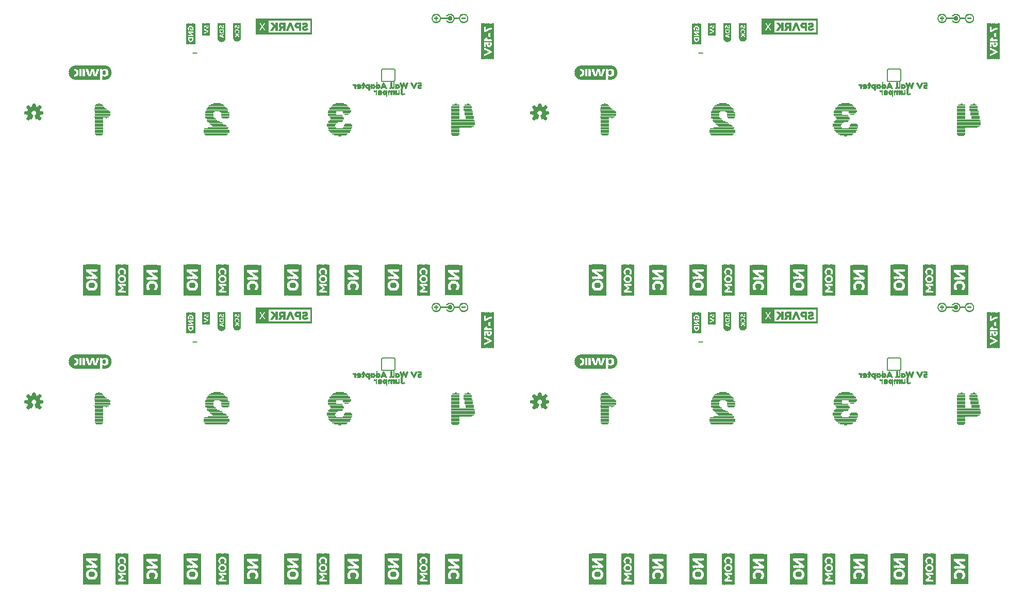
<source format=gbo>
G75*
%MOIN*%
%OFA0B0*%
%FSLAX25Y25*%
%IPPOS*%
%LPD*%
%AMOC8*
5,1,8,0,0,1.08239X$1,22.5*
%
%ADD10C,0.00800*%
%ADD11C,0.00039*%
%ADD12R,0.00315X0.20118*%
%ADD13R,0.00276X0.20118*%
%ADD14R,0.00236X0.20118*%
%ADD15R,0.00276X0.12953*%
%ADD16R,0.00276X0.05787*%
%ADD17R,0.00315X0.03031*%
%ADD18R,0.00315X0.04961*%
%ADD19R,0.00276X0.03031*%
%ADD20R,0.00276X0.02756*%
%ADD21R,0.00276X0.02205*%
%ADD22R,0.00276X0.04409*%
%ADD23R,0.00236X0.03031*%
%ADD24R,0.00236X0.02756*%
%ADD25R,0.00236X0.01929*%
%ADD26R,0.00236X0.04134*%
%ADD27R,0.00315X0.02480*%
%ADD28R,0.00315X0.01654*%
%ADD29R,0.00315X0.03858*%
%ADD30R,0.00276X0.01378*%
%ADD31R,0.00276X0.03583*%
%ADD32R,0.00276X0.01929*%
%ADD33R,0.00236X0.01102*%
%ADD34R,0.00236X0.03307*%
%ADD35R,0.00315X0.01102*%
%ADD36R,0.00315X0.03307*%
%ADD37R,0.00276X0.00827*%
%ADD38R,0.00276X0.01102*%
%ADD39R,0.00276X0.03307*%
%ADD40R,0.00276X0.00551*%
%ADD41R,0.00276X0.00276*%
%ADD42R,0.00315X0.00827*%
%ADD43R,0.00315X0.03583*%
%ADD44R,0.00276X0.01654*%
%ADD45R,0.00276X0.02480*%
%ADD46R,0.00276X0.03858*%
%ADD47R,0.00236X0.02480*%
%ADD48R,0.00236X0.01654*%
%ADD49R,0.00236X0.03858*%
%ADD50R,0.00276X0.04134*%
%ADD51R,0.00276X0.04685*%
%ADD52R,0.00236X0.03583*%
%ADD53R,0.00236X0.05236*%
%ADD54R,0.00197X0.20276*%
%ADD55R,0.00197X0.04528*%
%ADD56R,0.00197X0.03937*%
%ADD57R,0.00197X0.10433*%
%ADD58R,0.00197X0.03740*%
%ADD59R,0.00197X0.02559*%
%ADD60R,0.00197X0.02165*%
%ADD61R,0.00197X0.03346*%
%ADD62R,0.00197X0.02362*%
%ADD63R,0.00197X0.01969*%
%ADD64R,0.00197X0.01772*%
%ADD65R,0.00197X0.02953*%
%ADD66R,0.00197X0.03150*%
%ADD67R,0.00197X0.01378*%
%ADD68R,0.00197X0.01575*%
%ADD69R,0.00197X0.02756*%
%ADD70R,0.00197X0.01181*%
%ADD71R,0.00197X0.00984*%
%ADD72R,0.00197X0.00787*%
%ADD73R,0.00197X0.03543*%
%ADD74R,0.00197X0.00591*%
%ADD75R,0.00197X0.00197*%
%ADD76R,0.00197X0.00394*%
%ADD77R,0.00236X0.02165*%
%ADD78R,0.00236X0.03543*%
%ADD79R,0.00236X0.00591*%
%ADD80R,0.00236X0.02559*%
%ADD81R,0.00236X0.00984*%
%ADD82R,0.00236X0.01181*%
%ADD83R,0.00236X0.03150*%
%ADD84R,0.00236X0.01969*%
%ADD85R,0.00236X0.01772*%
%ADD86R,0.00236X0.20276*%
%ADD87R,0.00157X0.20276*%
%ADD88R,0.00315X0.19567*%
%ADD89R,0.00276X0.19567*%
%ADD90R,0.00236X0.19567*%
%ADD91R,0.00276X0.13504*%
%ADD92R,0.00276X0.04961*%
%ADD93R,0.00315X0.04134*%
%ADD94R,0.00315X0.02756*%
%ADD95R,0.00276X0.07165*%
%ADD96R,0.00276X0.07441*%
%ADD97R,0.00315X0.00551*%
%ADD98R,0.00315X0.07441*%
%ADD99R,0.00236X0.04409*%
%ADD100R,0.00787X0.00787*%
%ADD101R,0.03937X0.00787*%
%ADD102R,0.05512X0.00787*%
%ADD103R,0.06299X0.00787*%
%ADD104R,0.07087X0.00787*%
%ADD105R,0.07874X0.00787*%
%ADD106R,0.09449X0.00787*%
%ADD107R,0.10236X0.00787*%
%ADD108R,0.04724X0.00787*%
%ADD109R,0.11811X0.00787*%
%ADD110R,0.12598X0.00787*%
%ADD111R,0.14173X0.00787*%
%ADD112R,0.08661X0.00787*%
%ADD113R,0.13386X0.00787*%
%ADD114R,0.15748X0.00787*%
%ADD115R,0.16535X0.00787*%
%ADD116R,0.14961X0.00787*%
%ADD117R,0.03150X0.00787*%
%ADD118R,0.02362X0.00787*%
%ADD119R,0.01575X0.00787*%
%ADD120R,0.01575X0.00394*%
%ADD121R,0.01969X0.00394*%
%ADD122R,0.02362X0.00394*%
%ADD123R,0.02756X0.00394*%
%ADD124R,0.04331X0.00394*%
%ADD125R,0.04724X0.00394*%
%ADD126R,0.05906X0.00394*%
%ADD127R,0.06693X0.00394*%
%ADD128R,0.07480X0.00394*%
%ADD129R,0.08268X0.00394*%
%ADD130R,0.00787X0.00394*%
%ADD131R,0.01181X0.00394*%
%ADD132R,0.09055X0.00394*%
%ADD133R,0.08661X0.00394*%
%ADD134R,0.03543X0.00394*%
%ADD135R,0.03150X0.00394*%
%ADD136R,0.05512X0.00394*%
%ADD137R,0.06299X0.00394*%
%ADD138R,0.07087X0.00394*%
%ADD139R,0.09449X0.00394*%
%ADD140R,0.03937X0.00394*%
%ADD141R,0.10236X0.00394*%
%ADD142R,0.09843X0.00394*%
%ADD143R,0.05118X0.00394*%
%ADD144R,0.07874X0.00394*%
%ADD145C,0.00591*%
%ADD146R,0.00157X0.13386*%
%ADD147R,0.00118X0.13386*%
%ADD148R,0.00118X0.02913*%
%ADD149R,0.00118X0.09646*%
%ADD150R,0.00157X0.02638*%
%ADD151R,0.00157X0.01102*%
%ADD152R,0.00157X0.01654*%
%ADD153R,0.00157X0.00551*%
%ADD154R,0.00118X0.02362*%
%ADD155R,0.00118X0.00709*%
%ADD156R,0.00118X0.01378*%
%ADD157R,0.00118X0.00433*%
%ADD158R,0.00157X0.02205*%
%ADD159R,0.00157X0.01220*%
%ADD160R,0.00157X0.00433*%
%ADD161R,0.00118X0.01929*%
%ADD162R,0.00118X0.00551*%
%ADD163R,0.00118X0.01220*%
%ADD164R,0.00118X0.02087*%
%ADD165R,0.00157X0.01929*%
%ADD166R,0.00118X0.01811*%
%ADD167R,0.00118X0.00945*%
%ADD168R,0.00157X0.00945*%
%ADD169R,0.00157X0.00709*%
%ADD170R,0.00157X0.00827*%
%ADD171R,0.00118X0.01654*%
%ADD172R,0.00118X0.02480*%
%ADD173R,0.00118X0.00827*%
%ADD174R,0.00118X0.00984*%
%ADD175R,0.00157X0.00669*%
%ADD176R,0.00157X0.01535*%
%ADD177R,0.00118X0.01535*%
%ADD178R,0.00118X0.02638*%
%ADD179R,0.00118X0.01260*%
%ADD180R,0.00157X0.00394*%
%ADD181R,0.00157X0.01378*%
%ADD182R,0.00118X0.00394*%
%ADD183R,0.00157X0.00157*%
%ADD184R,0.00157X0.00276*%
%ADD185R,0.00118X0.00276*%
%ADD186R,0.00118X0.00118*%
%ADD187R,0.00157X0.01260*%
%ADD188R,0.00118X0.01102*%
%ADD189R,0.00157X0.00984*%
%ADD190R,0.00157X0.01811*%
%ADD191R,0.00157X0.02087*%
%ADD192R,0.00118X0.02205*%
%ADD193R,0.00157X0.02480*%
%ADD194R,0.00157X0.01496*%
%ADD195R,0.00118X0.02756*%
%ADD196R,0.00118X0.00669*%
%ADD197R,0.00118X0.07913*%
%ADD198R,0.00079X0.07913*%
%ADD199R,0.00157X0.07913*%
%ADD200R,0.00118X0.03898*%
%ADD201R,0.00118X0.02126*%
%ADD202R,0.00157X0.00472*%
%ADD203R,0.00157X0.01890*%
%ADD204R,0.00157X0.01417*%
%ADD205R,0.00118X0.00354*%
%ADD206R,0.00118X0.01299*%
%ADD207R,0.00118X0.01417*%
%ADD208R,0.00118X0.01181*%
%ADD209R,0.00157X0.00354*%
%ADD210R,0.00157X0.01299*%
%ADD211R,0.00118X0.00591*%
%ADD212R,0.00118X0.01063*%
%ADD213R,0.00118X0.01772*%
%ADD214R,0.00157X0.01772*%
%ADD215R,0.00118X0.00472*%
%ADD216R,0.00118X0.01890*%
%ADD217R,0.00118X0.00236*%
%ADD218R,0.00118X0.02008*%
%ADD219R,0.00157X0.02008*%
%ADD220R,0.00118X0.02598*%
%ADD221R,0.00118X0.02244*%
%ADD222R,0.00157X0.02244*%
%ADD223R,0.00118X0.10394*%
%ADD224R,0.00118X0.10748*%
%ADD225R,0.00079X0.10984*%
%ADD226R,0.00157X0.11220*%
%ADD227R,0.00118X0.11339*%
%ADD228R,0.00118X0.11457*%
%ADD229R,0.00079X0.11575*%
%ADD230R,0.00118X0.08976*%
%ADD231R,0.00157X0.02362*%
%ADD232R,0.00157X0.03425*%
%ADD233R,0.00118X0.03307*%
%ADD234R,0.00118X0.03425*%
%ADD235R,0.00157X0.01063*%
%ADD236R,0.00157X0.03307*%
%ADD237R,0.00118X0.03189*%
%ADD238R,0.00157X0.00591*%
%ADD239R,0.00157X0.00236*%
%ADD240R,0.00157X0.03071*%
%ADD241R,0.00118X0.03071*%
%ADD242R,0.00118X0.02953*%
%ADD243R,0.00157X0.02835*%
%ADD244R,0.00157X0.01181*%
%ADD245R,0.00118X0.02835*%
%ADD246R,0.00157X0.02126*%
%ADD247R,0.00118X0.11575*%
%ADD248R,0.00118X0.11220*%
%ADD249R,0.00118X0.10984*%
%ADD250R,0.00118X0.09921*%
%ADD251R,0.00118X0.10276*%
%ADD252R,0.00079X0.10512*%
%ADD253R,0.00157X0.10748*%
%ADD254R,0.00118X0.10866*%
%ADD255R,0.00079X0.11102*%
%ADD256R,0.00118X0.02717*%
%ADD257R,0.00157X0.00118*%
%ADD258R,0.00157X0.03543*%
%ADD259R,0.00118X0.03543*%
%ADD260R,0.00157X0.02717*%
%ADD261R,0.00157X0.03189*%
%ADD262R,0.00157X0.02598*%
%ADD263R,0.00118X0.11102*%
%ADD264R,0.00118X0.10512*%
%ADD265C,0.00600*%
%ADD266R,0.00197X0.23031*%
%ADD267R,0.00197X0.16339*%
%ADD268R,0.00197X0.06496*%
%ADD269R,0.00197X0.04724*%
%ADD270R,0.00197X0.04331*%
%ADD271R,0.00197X0.04134*%
%ADD272R,0.00197X0.05118*%
%ADD273R,0.00197X0.05315*%
%ADD274R,0.00236X0.03346*%
%ADD275R,0.00236X0.05512*%
%ADD276R,0.00236X0.00394*%
%ADD277R,0.00236X0.01575*%
%ADD278R,0.00236X0.02953*%
%ADD279R,0.00197X0.06102*%
%ADD280R,0.00197X0.06299*%
%ADD281R,0.00236X0.06496*%
%ADD282R,0.00236X0.23031*%
%ADD283R,0.00157X0.23031*%
%ADD284R,0.01063X0.00079*%
%ADD285R,0.00945X0.00079*%
%ADD286R,0.01024X0.00079*%
%ADD287R,0.01575X0.00039*%
%ADD288R,0.01535X0.00039*%
%ADD289R,0.02008X0.00079*%
%ADD290R,0.01890X0.00079*%
%ADD291R,0.01969X0.00079*%
%ADD292R,0.02283X0.00039*%
%ADD293R,0.02126X0.00039*%
%ADD294R,0.02559X0.00079*%
%ADD295R,0.02520X0.00079*%
%ADD296R,0.02598X0.00079*%
%ADD297R,0.02795X0.00039*%
%ADD298R,0.02756X0.00039*%
%ADD299R,0.02835X0.00039*%
%ADD300R,0.03031X0.00079*%
%ADD301R,0.02913X0.00079*%
%ADD302R,0.02992X0.00079*%
%ADD303R,0.03228X0.00039*%
%ADD304R,0.03071X0.00039*%
%ADD305R,0.03386X0.00079*%
%ADD306R,0.03307X0.00079*%
%ADD307R,0.03465X0.00079*%
%ADD308R,0.03543X0.00039*%
%ADD309R,0.03465X0.00039*%
%ADD310R,0.03661X0.00039*%
%ADD311R,0.03622X0.00039*%
%ADD312R,0.01693X0.00079*%
%ADD313R,0.01732X0.00079*%
%ADD314R,0.01614X0.00079*%
%ADD315R,0.01772X0.00079*%
%ADD316R,0.01417X0.00039*%
%ADD317R,0.01457X0.00039*%
%ADD318R,0.01220X0.00079*%
%ADD319R,0.01260X0.00079*%
%ADD320R,0.01299X0.00079*%
%ADD321R,0.01220X0.00039*%
%ADD322R,0.01181X0.00039*%
%ADD323R,0.01102X0.00079*%
%ADD324R,0.01063X0.00039*%
%ADD325R,0.01102X0.00039*%
%ADD326R,0.01024X0.00039*%
%ADD327R,0.00984X0.00079*%
%ADD328R,0.00945X0.00039*%
%ADD329R,0.00984X0.00039*%
%ADD330R,0.00906X0.00039*%
%ADD331R,0.00906X0.00079*%
%ADD332R,0.00866X0.00039*%
%ADD333R,0.00866X0.00079*%
%ADD334R,0.00827X0.00039*%
%ADD335R,0.00748X0.00039*%
%ADD336R,0.00827X0.00079*%
%ADD337R,0.00669X0.00079*%
%ADD338R,0.00787X0.00039*%
%ADD339R,0.00472X0.00039*%
%ADD340R,0.00354X0.00079*%
%ADD341R,0.00630X0.00079*%
%ADD342R,0.00157X0.00039*%
%ADD343R,0.00630X0.00039*%
%ADD344R,0.00787X0.00079*%
%ADD345R,0.00748X0.00079*%
%ADD346R,0.00118X0.00079*%
%ADD347R,0.01339X0.00079*%
%ADD348R,0.00709X0.00079*%
%ADD349R,0.01654X0.00079*%
%ADD350R,0.00709X0.00039*%
%ADD351R,0.01811X0.00039*%
%ADD352R,0.02047X0.00039*%
%ADD353R,0.02126X0.00079*%
%ADD354R,0.00669X0.00039*%
%ADD355R,0.02323X0.00039*%
%ADD356R,0.02362X0.00079*%
%ADD357R,0.02520X0.00039*%
%ADD358R,0.02559X0.00039*%
%ADD359R,0.02598X0.00039*%
%ADD360R,0.02677X0.00079*%
%ADD361R,0.02992X0.00039*%
%ADD362R,0.04331X0.00039*%
%ADD363R,0.07992X0.00039*%
%ADD364R,0.04252X0.00079*%
%ADD365R,0.07953X0.00079*%
%ADD366R,0.04252X0.00039*%
%ADD367R,0.07953X0.00039*%
%ADD368R,0.02362X0.00039*%
%ADD369R,0.00315X0.00079*%
%ADD370R,0.00512X0.00079*%
%ADD371R,0.01142X0.00079*%
%ADD372R,0.01142X0.00039*%
%ADD373R,0.01181X0.00079*%
%ADD374R,0.01378X0.00039*%
%ADD375R,0.01299X0.00039*%
%ADD376R,0.01339X0.00039*%
%ADD377R,0.01457X0.00079*%
%ADD378R,0.03740X0.00039*%
%ADD379R,0.03701X0.00039*%
%ADD380R,0.03780X0.00039*%
%ADD381R,0.03583X0.00039*%
%ADD382R,0.03268X0.00039*%
%ADD383R,0.03071X0.00079*%
%ADD384R,0.02638X0.00079*%
%ADD385R,0.02402X0.00039*%
%ADD386R,0.02087X0.00079*%
%ADD387R,0.02047X0.00079*%
%ADD388R,0.01693X0.00039*%
%ADD389R,0.01654X0.00039*%
%ADD390R,0.19961X0.00079*%
%ADD391R,0.20984X0.00118*%
%ADD392R,0.21575X0.00079*%
%ADD393R,0.22165X0.00118*%
%ADD394R,0.22559X0.00079*%
%ADD395R,0.22953X0.00079*%
%ADD396R,0.23346X0.00118*%
%ADD397R,0.23622X0.00079*%
%ADD398R,0.23898X0.00118*%
%ADD399R,0.24213X0.00079*%
%ADD400R,0.24370X0.00118*%
%ADD401R,0.24685X0.00079*%
%ADD402R,0.24882X0.00118*%
%ADD403R,0.25079X0.00079*%
%ADD404R,0.25276X0.00118*%
%ADD405R,0.25472X0.00079*%
%ADD406R,0.25669X0.00118*%
%ADD407R,0.25787X0.00079*%
%ADD408R,0.25866X0.00118*%
%ADD409R,0.26063X0.00079*%
%ADD410R,0.02913X0.00118*%
%ADD411R,0.00945X0.00118*%
%ADD412R,0.00315X0.00118*%
%ADD413R,0.02047X0.00118*%
%ADD414R,0.00197X0.00118*%
%ADD415R,0.00394X0.00118*%
%ADD416R,0.02362X0.00118*%
%ADD417R,0.02756X0.00118*%
%ADD418R,0.02717X0.00079*%
%ADD419R,0.00394X0.00079*%
%ADD420R,0.02835X0.00079*%
%ADD421R,0.00591X0.00079*%
%ADD422R,0.01811X0.00079*%
%ADD423R,0.01929X0.00079*%
%ADD424R,0.02953X0.00079*%
%ADD425R,0.02441X0.00118*%
%ADD426R,0.01811X0.00118*%
%ADD427R,0.01929X0.00118*%
%ADD428R,0.01575X0.00118*%
%ADD429R,0.02953X0.00118*%
%ADD430R,0.00276X0.00079*%
%ADD431R,0.01850X0.00079*%
%ADD432R,0.01378X0.00079*%
%ADD433R,0.02323X0.00118*%
%ADD434R,0.00512X0.00118*%
%ADD435R,0.01772X0.00118*%
%ADD436R,0.01299X0.00118*%
%ADD437R,0.03031X0.00118*%
%ADD438R,0.02244X0.00079*%
%ADD439R,0.00079X0.00079*%
%ADD440R,0.03110X0.00079*%
%ADD441R,0.02244X0.00118*%
%ADD442R,0.00591X0.00118*%
%ADD443R,0.01654X0.00118*%
%ADD444R,0.01102X0.00118*%
%ADD445R,0.03110X0.00118*%
%ADD446R,0.02165X0.00079*%
%ADD447R,0.01535X0.00079*%
%ADD448R,0.03228X0.00079*%
%ADD449R,0.02126X0.00118*%
%ADD450R,0.00669X0.00118*%
%ADD451R,0.01496X0.00118*%
%ADD452R,0.01535X0.00118*%
%ADD453R,0.00906X0.00118*%
%ADD454R,0.03228X0.00118*%
%ADD455R,0.01496X0.00079*%
%ADD456R,0.01457X0.00118*%
%ADD457R,0.00787X0.00118*%
%ADD458R,0.03307X0.00118*%
%ADD459R,0.02008X0.00118*%
%ADD460R,0.01260X0.00118*%
%ADD461R,0.01378X0.00118*%
%ADD462R,0.00709X0.00118*%
%ADD463R,0.03425X0.00118*%
%ADD464R,0.03898X0.00079*%
%ADD465R,0.00866X0.00118*%
%ADD466R,0.01142X0.00118*%
%ADD467R,0.04173X0.00118*%
%ADD468R,0.04291X0.00079*%
%ADD469R,0.04449X0.00079*%
%ADD470R,0.01850X0.00118*%
%ADD471R,0.00984X0.00118*%
%ADD472R,0.01063X0.00118*%
%ADD473R,0.04567X0.00118*%
%ADD474R,0.04567X0.00079*%
%ADD475R,0.04646X0.00118*%
%ADD476R,0.04646X0.00079*%
%ADD477R,0.02165X0.00118*%
%ADD478R,0.00748X0.00118*%
%ADD479R,0.04764X0.00118*%
%ADD480R,0.00197X0.00079*%
%ADD481R,0.04764X0.00079*%
%ADD482R,0.01181X0.00118*%
%ADD483R,0.00472X0.00118*%
%ADD484R,0.00472X0.00079*%
%ADD485R,0.01575X0.00079*%
%ADD486R,0.00079X0.00118*%
%ADD487R,0.04488X0.00118*%
%ADD488R,0.04370X0.00079*%
%ADD489R,0.04291X0.00118*%
%ADD490R,0.04173X0.00079*%
%ADD491R,0.03976X0.00118*%
%ADD492R,0.01969X0.00118*%
%ADD493R,0.15866X0.00079*%
%ADD494R,0.02756X0.00079*%
%ADD495R,0.04961X0.00118*%
%ADD496R,0.19252X0.00118*%
%ADD497R,0.04843X0.00079*%
%ADD498R,0.19173X0.00079*%
%ADD499R,0.04843X0.00118*%
%ADD500R,0.19055X0.00118*%
%ADD501R,0.18976X0.00079*%
%ADD502R,0.18858X0.00118*%
%ADD503R,0.18780X0.00079*%
%ADD504R,0.04449X0.00118*%
%ADD505R,0.18780X0.00118*%
%ADD506R,0.18583X0.00079*%
%ADD507R,0.18465X0.00118*%
%ADD508R,0.04055X0.00079*%
%ADD509R,0.18386X0.00079*%
%ADD510R,0.18189X0.00118*%
%ADD511R,0.03780X0.00079*%
%ADD512R,0.18071X0.00079*%
%ADD513R,0.03701X0.00079*%
%ADD514R,0.17913X0.00079*%
%ADD515R,0.03504X0.00118*%
%ADD516R,0.17795X0.00118*%
%ADD517R,0.17598X0.00079*%
%ADD518R,0.02992X0.00118*%
%ADD519R,0.17323X0.00118*%
%ADD520R,0.02795X0.00079*%
%ADD521R,0.17008X0.00079*%
%ADD522R,0.02402X0.00118*%
%ADD523R,0.16614X0.00118*%
%ADD524R,0.16142X0.00079*%
%ADD525R,0.00787X0.00157*%
%ADD526R,0.00630X0.00157*%
%ADD527R,0.01732X0.00157*%
%ADD528R,0.00472X0.00157*%
%ADD529R,0.00315X0.00157*%
%ADD530R,0.00945X0.00157*%
%ADD531R,0.01102X0.00157*%
%ADD532R,0.02205X0.00157*%
%ADD533R,0.02362X0.00157*%
%ADD534R,0.02520X0.00157*%
%ADD535R,0.01260X0.00157*%
%ADD536R,0.01417X0.00157*%
%ADD537R,0.01575X0.00157*%
%ADD538R,0.01890X0.00157*%
%ADD539R,0.02047X0.00157*%
%ADD540R,0.02677X0.00157*%
%ADD541R,0.02835X0.00157*%
%ADD542R,0.03307X0.00157*%
%ADD543R,0.02992X0.00157*%
%ADD544R,0.03622X0.00157*%
%ADD545R,0.03150X0.00157*%
%ADD546R,0.03937X0.00157*%
%ADD547R,0.04252X0.00157*%
%ADD548R,0.04409X0.00157*%
D10*
X0139850Y0186350D02*
X0142550Y0186350D01*
X0142550Y0373350D02*
X0139850Y0373350D01*
X0466850Y0373350D02*
X0469550Y0373350D01*
X0469550Y0186350D02*
X0466850Y0186350D01*
D11*
X0507750Y0198768D02*
X0507750Y0203265D01*
X0510770Y0203265D01*
X0509453Y0201334D01*
X0510702Y0201334D01*
X0511786Y0202990D01*
X0512876Y0201334D01*
X0514082Y0201334D01*
X0512758Y0203265D01*
X0515792Y0203265D01*
X0515792Y0199693D01*
X0516116Y0199693D01*
X0516116Y0198768D01*
X0507750Y0198768D01*
X0507750Y0198800D02*
X0516116Y0198800D01*
X0543750Y0198800D01*
X0543750Y0198768D02*
X0516116Y0198768D01*
X0516116Y0199693D01*
X0542825Y0199693D01*
X0542825Y0207807D01*
X0515792Y0207807D01*
X0515792Y0203265D01*
X0512758Y0203265D01*
X0512398Y0203790D01*
X0514010Y0206162D01*
X0512768Y0206162D01*
X0511753Y0204596D01*
X0510731Y0206162D01*
X0509525Y0206162D01*
X0511138Y0203804D01*
X0510770Y0203265D01*
X0507750Y0203265D01*
X0507750Y0208732D01*
X0515792Y0208732D01*
X0543750Y0208732D01*
X0543750Y0198768D01*
X0543750Y0198837D02*
X0516116Y0198837D01*
X0507750Y0198837D01*
X0507750Y0198875D02*
X0516116Y0198875D01*
X0543750Y0198875D01*
X0543750Y0198913D02*
X0516116Y0198913D01*
X0507750Y0198913D01*
X0507750Y0198951D02*
X0516116Y0198951D01*
X0543750Y0198951D01*
X0543750Y0198989D02*
X0516116Y0198989D01*
X0507750Y0198989D01*
X0507750Y0199027D02*
X0516116Y0199027D01*
X0543750Y0199027D01*
X0543750Y0199065D02*
X0516116Y0199065D01*
X0507750Y0199065D01*
X0507750Y0199103D02*
X0516116Y0199103D01*
X0543750Y0199103D01*
X0543750Y0199141D02*
X0516116Y0199141D01*
X0507750Y0199141D01*
X0507750Y0199178D02*
X0516116Y0199178D01*
X0543750Y0199178D01*
X0543750Y0199216D02*
X0516116Y0199216D01*
X0507750Y0199216D01*
X0507750Y0199254D02*
X0516116Y0199254D01*
X0543750Y0199254D01*
X0543750Y0199292D02*
X0516116Y0199292D01*
X0507750Y0199292D01*
X0507750Y0199330D02*
X0516116Y0199330D01*
X0543750Y0199330D01*
X0543750Y0199368D02*
X0516116Y0199368D01*
X0507750Y0199368D01*
X0507750Y0199406D02*
X0516116Y0199406D01*
X0543750Y0199406D01*
X0543750Y0199444D02*
X0516116Y0199444D01*
X0507750Y0199444D01*
X0507750Y0199481D02*
X0516116Y0199481D01*
X0543750Y0199481D01*
X0543750Y0199519D02*
X0516116Y0199519D01*
X0507750Y0199519D01*
X0507750Y0199557D02*
X0516116Y0199557D01*
X0543750Y0199557D01*
X0543750Y0199595D02*
X0516116Y0199595D01*
X0507750Y0199595D01*
X0507750Y0199633D02*
X0516116Y0199633D01*
X0543750Y0199633D01*
X0543750Y0199671D02*
X0516116Y0199671D01*
X0507750Y0199671D01*
X0507750Y0199709D02*
X0515792Y0199709D01*
X0515792Y0199747D02*
X0507750Y0199747D01*
X0507750Y0199785D02*
X0515792Y0199785D01*
X0515792Y0199822D02*
X0507750Y0199822D01*
X0507750Y0199860D02*
X0515792Y0199860D01*
X0515792Y0199898D02*
X0507750Y0199898D01*
X0507750Y0199936D02*
X0515792Y0199936D01*
X0515792Y0199974D02*
X0507750Y0199974D01*
X0507750Y0200012D02*
X0515792Y0200012D01*
X0515792Y0200050D02*
X0507750Y0200050D01*
X0507750Y0200088D02*
X0515792Y0200088D01*
X0515792Y0200125D02*
X0507750Y0200125D01*
X0507750Y0200163D02*
X0515792Y0200163D01*
X0515792Y0200201D02*
X0507750Y0200201D01*
X0507750Y0200239D02*
X0515792Y0200239D01*
X0515792Y0200277D02*
X0507750Y0200277D01*
X0507750Y0200315D02*
X0515792Y0200315D01*
X0515792Y0200353D02*
X0507750Y0200353D01*
X0507750Y0200391D02*
X0515792Y0200391D01*
X0515792Y0200428D02*
X0507750Y0200428D01*
X0507750Y0200466D02*
X0515792Y0200466D01*
X0515792Y0200504D02*
X0507750Y0200504D01*
X0507750Y0200542D02*
X0515792Y0200542D01*
X0515792Y0200580D02*
X0507750Y0200580D01*
X0507750Y0200618D02*
X0515792Y0200618D01*
X0515792Y0200656D02*
X0507750Y0200656D01*
X0507750Y0200694D02*
X0515792Y0200694D01*
X0515792Y0200732D02*
X0507750Y0200732D01*
X0507750Y0200769D02*
X0515792Y0200769D01*
X0515792Y0200807D02*
X0507750Y0200807D01*
X0507750Y0200845D02*
X0515792Y0200845D01*
X0515792Y0200883D02*
X0507750Y0200883D01*
X0507750Y0200921D02*
X0515792Y0200921D01*
X0515792Y0200959D02*
X0507750Y0200959D01*
X0507750Y0200997D02*
X0515792Y0200997D01*
X0515792Y0201035D02*
X0507750Y0201035D01*
X0507750Y0201072D02*
X0515792Y0201072D01*
X0515792Y0201110D02*
X0507750Y0201110D01*
X0507750Y0201148D02*
X0515792Y0201148D01*
X0515792Y0201186D02*
X0507750Y0201186D01*
X0507750Y0201224D02*
X0515792Y0201224D01*
X0515792Y0201262D02*
X0507750Y0201262D01*
X0507750Y0201300D02*
X0515792Y0201300D01*
X0515792Y0201338D02*
X0514080Y0201338D01*
X0514054Y0201376D02*
X0515792Y0201376D01*
X0515792Y0201413D02*
X0514028Y0201413D01*
X0514002Y0201451D02*
X0515792Y0201451D01*
X0515792Y0201489D02*
X0513976Y0201489D01*
X0513950Y0201527D02*
X0515792Y0201527D01*
X0515792Y0201565D02*
X0513924Y0201565D01*
X0513898Y0201603D02*
X0515792Y0201603D01*
X0515792Y0201641D02*
X0513872Y0201641D01*
X0513846Y0201679D02*
X0515792Y0201679D01*
X0515792Y0201716D02*
X0513820Y0201716D01*
X0513794Y0201754D02*
X0515792Y0201754D01*
X0515792Y0201792D02*
X0513768Y0201792D01*
X0513742Y0201830D02*
X0515792Y0201830D01*
X0515792Y0201868D02*
X0513716Y0201868D01*
X0513690Y0201906D02*
X0515792Y0201906D01*
X0515792Y0201944D02*
X0513664Y0201944D01*
X0513638Y0201982D02*
X0515792Y0201982D01*
X0515792Y0202020D02*
X0513612Y0202020D01*
X0513586Y0202057D02*
X0515792Y0202057D01*
X0515792Y0202095D02*
X0513560Y0202095D01*
X0513534Y0202133D02*
X0515792Y0202133D01*
X0515792Y0202171D02*
X0513508Y0202171D01*
X0513482Y0202209D02*
X0515792Y0202209D01*
X0515792Y0202247D02*
X0513456Y0202247D01*
X0513430Y0202285D02*
X0515792Y0202285D01*
X0515792Y0202323D02*
X0513404Y0202323D01*
X0513378Y0202360D02*
X0515792Y0202360D01*
X0515792Y0202398D02*
X0513352Y0202398D01*
X0513326Y0202436D02*
X0515792Y0202436D01*
X0515792Y0202474D02*
X0513300Y0202474D01*
X0513274Y0202512D02*
X0515792Y0202512D01*
X0515792Y0202550D02*
X0513248Y0202550D01*
X0513222Y0202588D02*
X0515792Y0202588D01*
X0515792Y0202626D02*
X0513196Y0202626D01*
X0513170Y0202663D02*
X0515792Y0202663D01*
X0515792Y0202701D02*
X0513144Y0202701D01*
X0513118Y0202739D02*
X0515792Y0202739D01*
X0515792Y0202777D02*
X0513092Y0202777D01*
X0513066Y0202815D02*
X0515792Y0202815D01*
X0515792Y0202853D02*
X0513040Y0202853D01*
X0513014Y0202891D02*
X0515792Y0202891D01*
X0515792Y0202929D02*
X0512988Y0202929D01*
X0512962Y0202967D02*
X0515792Y0202967D01*
X0515792Y0203004D02*
X0512936Y0203004D01*
X0512910Y0203042D02*
X0515792Y0203042D01*
X0515792Y0203080D02*
X0512884Y0203080D01*
X0512858Y0203118D02*
X0515792Y0203118D01*
X0515792Y0203156D02*
X0512832Y0203156D01*
X0512806Y0203194D02*
X0515792Y0203194D01*
X0515792Y0203232D02*
X0512780Y0203232D01*
X0512754Y0203270D02*
X0515792Y0203270D01*
X0515792Y0203307D02*
X0512728Y0203307D01*
X0512702Y0203345D02*
X0515792Y0203345D01*
X0515792Y0203383D02*
X0512676Y0203383D01*
X0512650Y0203421D02*
X0515792Y0203421D01*
X0515792Y0203459D02*
X0512624Y0203459D01*
X0512598Y0203497D02*
X0515792Y0203497D01*
X0515792Y0203535D02*
X0512572Y0203535D01*
X0512546Y0203573D02*
X0515792Y0203573D01*
X0515792Y0203611D02*
X0512520Y0203611D01*
X0512494Y0203648D02*
X0515792Y0203648D01*
X0515792Y0203686D02*
X0512468Y0203686D01*
X0512442Y0203724D02*
X0515792Y0203724D01*
X0515792Y0203762D02*
X0512416Y0203762D01*
X0512405Y0203800D02*
X0515792Y0203800D01*
X0515792Y0203838D02*
X0512430Y0203838D01*
X0512456Y0203876D02*
X0515792Y0203876D01*
X0515792Y0203914D02*
X0512482Y0203914D01*
X0512508Y0203951D02*
X0515792Y0203951D01*
X0515792Y0203989D02*
X0512533Y0203989D01*
X0512559Y0204027D02*
X0515792Y0204027D01*
X0515792Y0204065D02*
X0512585Y0204065D01*
X0512611Y0204103D02*
X0515792Y0204103D01*
X0515792Y0204141D02*
X0512636Y0204141D01*
X0512662Y0204179D02*
X0515792Y0204179D01*
X0515792Y0204217D02*
X0512688Y0204217D01*
X0512714Y0204255D02*
X0515792Y0204255D01*
X0515792Y0204292D02*
X0512739Y0204292D01*
X0512765Y0204330D02*
X0515792Y0204330D01*
X0515792Y0204368D02*
X0512791Y0204368D01*
X0512817Y0204406D02*
X0515792Y0204406D01*
X0515792Y0204444D02*
X0512842Y0204444D01*
X0512868Y0204482D02*
X0515792Y0204482D01*
X0515792Y0204520D02*
X0512894Y0204520D01*
X0512920Y0204558D02*
X0515792Y0204558D01*
X0515792Y0204595D02*
X0512945Y0204595D01*
X0512971Y0204633D02*
X0515792Y0204633D01*
X0515792Y0204671D02*
X0512997Y0204671D01*
X0513023Y0204709D02*
X0515792Y0204709D01*
X0515792Y0204747D02*
X0513048Y0204747D01*
X0513074Y0204785D02*
X0515792Y0204785D01*
X0515792Y0204823D02*
X0513100Y0204823D01*
X0513126Y0204861D02*
X0515792Y0204861D01*
X0515792Y0204898D02*
X0513151Y0204898D01*
X0513177Y0204936D02*
X0515792Y0204936D01*
X0515792Y0204974D02*
X0513203Y0204974D01*
X0513229Y0205012D02*
X0515792Y0205012D01*
X0515792Y0205050D02*
X0513254Y0205050D01*
X0513280Y0205088D02*
X0515792Y0205088D01*
X0515792Y0205126D02*
X0513306Y0205126D01*
X0513332Y0205164D02*
X0515792Y0205164D01*
X0515792Y0205202D02*
X0513357Y0205202D01*
X0513383Y0205239D02*
X0515792Y0205239D01*
X0515792Y0205277D02*
X0513409Y0205277D01*
X0513435Y0205315D02*
X0515792Y0205315D01*
X0515792Y0205353D02*
X0513460Y0205353D01*
X0513486Y0205391D02*
X0515792Y0205391D01*
X0515792Y0205429D02*
X0513512Y0205429D01*
X0513538Y0205467D02*
X0515792Y0205467D01*
X0515792Y0205505D02*
X0513563Y0205505D01*
X0513589Y0205542D02*
X0515792Y0205542D01*
X0515792Y0205580D02*
X0513615Y0205580D01*
X0513641Y0205618D02*
X0515792Y0205618D01*
X0515792Y0205656D02*
X0513666Y0205656D01*
X0513692Y0205694D02*
X0515792Y0205694D01*
X0515792Y0205732D02*
X0513718Y0205732D01*
X0513744Y0205770D02*
X0515792Y0205770D01*
X0515792Y0205808D02*
X0513770Y0205808D01*
X0513795Y0205846D02*
X0515792Y0205846D01*
X0515792Y0205883D02*
X0513821Y0205883D01*
X0513847Y0205921D02*
X0515792Y0205921D01*
X0515792Y0205959D02*
X0513873Y0205959D01*
X0513898Y0205997D02*
X0515792Y0205997D01*
X0515792Y0206035D02*
X0513924Y0206035D01*
X0513950Y0206073D02*
X0515792Y0206073D01*
X0515792Y0206111D02*
X0513976Y0206111D01*
X0514001Y0206149D02*
X0515792Y0206149D01*
X0515792Y0206186D02*
X0507750Y0206186D01*
X0507750Y0206149D02*
X0509534Y0206149D01*
X0509560Y0206111D02*
X0507750Y0206111D01*
X0507750Y0206073D02*
X0509586Y0206073D01*
X0509612Y0206035D02*
X0507750Y0206035D01*
X0507750Y0205997D02*
X0509638Y0205997D01*
X0509664Y0205959D02*
X0507750Y0205959D01*
X0507750Y0205921D02*
X0509689Y0205921D01*
X0509715Y0205883D02*
X0507750Y0205883D01*
X0507750Y0205846D02*
X0509741Y0205846D01*
X0509767Y0205808D02*
X0507750Y0205808D01*
X0507750Y0205770D02*
X0509793Y0205770D01*
X0509819Y0205732D02*
X0507750Y0205732D01*
X0507750Y0205694D02*
X0509845Y0205694D01*
X0509871Y0205656D02*
X0507750Y0205656D01*
X0507750Y0205618D02*
X0509897Y0205618D01*
X0509923Y0205580D02*
X0507750Y0205580D01*
X0507750Y0205542D02*
X0509949Y0205542D01*
X0509974Y0205505D02*
X0507750Y0205505D01*
X0507750Y0205467D02*
X0510000Y0205467D01*
X0510026Y0205429D02*
X0507750Y0205429D01*
X0507750Y0205391D02*
X0510052Y0205391D01*
X0510078Y0205353D02*
X0507750Y0205353D01*
X0507750Y0205315D02*
X0510104Y0205315D01*
X0510130Y0205277D02*
X0507750Y0205277D01*
X0507750Y0205239D02*
X0510156Y0205239D01*
X0510182Y0205202D02*
X0507750Y0205202D01*
X0507750Y0205164D02*
X0510208Y0205164D01*
X0510234Y0205126D02*
X0507750Y0205126D01*
X0507750Y0205088D02*
X0510259Y0205088D01*
X0510285Y0205050D02*
X0507750Y0205050D01*
X0507750Y0205012D02*
X0510311Y0205012D01*
X0510337Y0204974D02*
X0507750Y0204974D01*
X0507750Y0204936D02*
X0510363Y0204936D01*
X0510389Y0204898D02*
X0507750Y0204898D01*
X0507750Y0204861D02*
X0510415Y0204861D01*
X0510441Y0204823D02*
X0507750Y0204823D01*
X0507750Y0204785D02*
X0510467Y0204785D01*
X0510493Y0204747D02*
X0507750Y0204747D01*
X0507750Y0204709D02*
X0510519Y0204709D01*
X0510544Y0204671D02*
X0507750Y0204671D01*
X0507750Y0204633D02*
X0510570Y0204633D01*
X0510596Y0204595D02*
X0507750Y0204595D01*
X0507750Y0204558D02*
X0510622Y0204558D01*
X0510648Y0204520D02*
X0507750Y0204520D01*
X0507750Y0204482D02*
X0510674Y0204482D01*
X0510700Y0204444D02*
X0507750Y0204444D01*
X0507750Y0204406D02*
X0510726Y0204406D01*
X0510752Y0204368D02*
X0507750Y0204368D01*
X0507750Y0204330D02*
X0510778Y0204330D01*
X0510804Y0204292D02*
X0507750Y0204292D01*
X0507750Y0204255D02*
X0510829Y0204255D01*
X0510855Y0204217D02*
X0507750Y0204217D01*
X0507750Y0204179D02*
X0510881Y0204179D01*
X0510907Y0204141D02*
X0507750Y0204141D01*
X0507750Y0204103D02*
X0510933Y0204103D01*
X0510959Y0204065D02*
X0507750Y0204065D01*
X0507750Y0204027D02*
X0510985Y0204027D01*
X0511011Y0203989D02*
X0507750Y0203989D01*
X0507750Y0203951D02*
X0511037Y0203951D01*
X0511063Y0203914D02*
X0507750Y0203914D01*
X0507750Y0203876D02*
X0511089Y0203876D01*
X0511114Y0203838D02*
X0507750Y0203838D01*
X0507750Y0203800D02*
X0511135Y0203800D01*
X0511109Y0203762D02*
X0507750Y0203762D01*
X0507750Y0203724D02*
X0511083Y0203724D01*
X0511057Y0203686D02*
X0507750Y0203686D01*
X0507750Y0203648D02*
X0511031Y0203648D01*
X0511006Y0203611D02*
X0507750Y0203611D01*
X0507750Y0203573D02*
X0510980Y0203573D01*
X0510954Y0203535D02*
X0507750Y0203535D01*
X0507750Y0203497D02*
X0510928Y0203497D01*
X0510902Y0203459D02*
X0507750Y0203459D01*
X0507750Y0203421D02*
X0510876Y0203421D01*
X0510850Y0203383D02*
X0507750Y0203383D01*
X0507750Y0203345D02*
X0510825Y0203345D01*
X0510799Y0203307D02*
X0507750Y0203307D01*
X0507750Y0203270D02*
X0510773Y0203270D01*
X0510747Y0203232D02*
X0507750Y0203232D01*
X0507750Y0203194D02*
X0510721Y0203194D01*
X0510695Y0203156D02*
X0507750Y0203156D01*
X0507750Y0203118D02*
X0510670Y0203118D01*
X0510644Y0203080D02*
X0507750Y0203080D01*
X0507750Y0203042D02*
X0510618Y0203042D01*
X0510592Y0203004D02*
X0507750Y0203004D01*
X0507750Y0202967D02*
X0510566Y0202967D01*
X0510540Y0202929D02*
X0507750Y0202929D01*
X0507750Y0202891D02*
X0510514Y0202891D01*
X0510489Y0202853D02*
X0507750Y0202853D01*
X0507750Y0202815D02*
X0510463Y0202815D01*
X0510437Y0202777D02*
X0507750Y0202777D01*
X0507750Y0202739D02*
X0510411Y0202739D01*
X0510385Y0202701D02*
X0507750Y0202701D01*
X0507750Y0202663D02*
X0510359Y0202663D01*
X0510334Y0202626D02*
X0507750Y0202626D01*
X0507750Y0202588D02*
X0510308Y0202588D01*
X0510282Y0202550D02*
X0507750Y0202550D01*
X0507750Y0202512D02*
X0510256Y0202512D01*
X0510230Y0202474D02*
X0507750Y0202474D01*
X0507750Y0202436D02*
X0510204Y0202436D01*
X0510179Y0202398D02*
X0507750Y0202398D01*
X0507750Y0202360D02*
X0510153Y0202360D01*
X0510127Y0202323D02*
X0507750Y0202323D01*
X0507750Y0202285D02*
X0510101Y0202285D01*
X0510075Y0202247D02*
X0507750Y0202247D01*
X0507750Y0202209D02*
X0510049Y0202209D01*
X0510024Y0202171D02*
X0507750Y0202171D01*
X0507750Y0202133D02*
X0509998Y0202133D01*
X0509972Y0202095D02*
X0507750Y0202095D01*
X0507750Y0202057D02*
X0509946Y0202057D01*
X0509920Y0202020D02*
X0507750Y0202020D01*
X0507750Y0201982D02*
X0509894Y0201982D01*
X0509868Y0201944D02*
X0507750Y0201944D01*
X0507750Y0201906D02*
X0509843Y0201906D01*
X0509817Y0201868D02*
X0507750Y0201868D01*
X0507750Y0201830D02*
X0509791Y0201830D01*
X0509765Y0201792D02*
X0507750Y0201792D01*
X0507750Y0201754D02*
X0509739Y0201754D01*
X0509713Y0201716D02*
X0507750Y0201716D01*
X0507750Y0201679D02*
X0509688Y0201679D01*
X0509662Y0201641D02*
X0507750Y0201641D01*
X0507750Y0201603D02*
X0509636Y0201603D01*
X0509610Y0201565D02*
X0507750Y0201565D01*
X0507750Y0201527D02*
X0509584Y0201527D01*
X0509558Y0201489D02*
X0507750Y0201489D01*
X0507750Y0201451D02*
X0509533Y0201451D01*
X0509507Y0201413D02*
X0507750Y0201413D01*
X0507750Y0201376D02*
X0509481Y0201376D01*
X0509455Y0201338D02*
X0507750Y0201338D01*
X0510704Y0201338D02*
X0512874Y0201338D01*
X0512849Y0201376D02*
X0510729Y0201376D01*
X0510754Y0201413D02*
X0512824Y0201413D01*
X0512799Y0201451D02*
X0510778Y0201451D01*
X0510803Y0201489D02*
X0512774Y0201489D01*
X0512749Y0201527D02*
X0510828Y0201527D01*
X0510853Y0201565D02*
X0512725Y0201565D01*
X0512700Y0201603D02*
X0510878Y0201603D01*
X0510902Y0201641D02*
X0512675Y0201641D01*
X0512650Y0201679D02*
X0510927Y0201679D01*
X0510952Y0201716D02*
X0512625Y0201716D01*
X0512600Y0201754D02*
X0510977Y0201754D01*
X0511002Y0201792D02*
X0512575Y0201792D01*
X0512550Y0201830D02*
X0511026Y0201830D01*
X0511051Y0201868D02*
X0512525Y0201868D01*
X0512500Y0201906D02*
X0511076Y0201906D01*
X0511101Y0201944D02*
X0512475Y0201944D01*
X0512450Y0201982D02*
X0511126Y0201982D01*
X0511150Y0202020D02*
X0512425Y0202020D01*
X0512400Y0202057D02*
X0511175Y0202057D01*
X0511200Y0202095D02*
X0512375Y0202095D01*
X0512350Y0202133D02*
X0511225Y0202133D01*
X0511249Y0202171D02*
X0512325Y0202171D01*
X0512300Y0202209D02*
X0511274Y0202209D01*
X0511299Y0202247D02*
X0512275Y0202247D01*
X0512250Y0202285D02*
X0511324Y0202285D01*
X0511349Y0202323D02*
X0512226Y0202323D01*
X0512201Y0202360D02*
X0511373Y0202360D01*
X0511398Y0202398D02*
X0512176Y0202398D01*
X0512151Y0202436D02*
X0511423Y0202436D01*
X0511448Y0202474D02*
X0512126Y0202474D01*
X0512101Y0202512D02*
X0511473Y0202512D01*
X0511497Y0202550D02*
X0512076Y0202550D01*
X0512051Y0202588D02*
X0511522Y0202588D01*
X0511547Y0202626D02*
X0512026Y0202626D01*
X0512001Y0202663D02*
X0511572Y0202663D01*
X0511596Y0202701D02*
X0511976Y0202701D01*
X0511951Y0202739D02*
X0511621Y0202739D01*
X0511646Y0202777D02*
X0511926Y0202777D01*
X0511901Y0202815D02*
X0511671Y0202815D01*
X0511696Y0202853D02*
X0511876Y0202853D01*
X0511851Y0202891D02*
X0511720Y0202891D01*
X0511745Y0202929D02*
X0511826Y0202929D01*
X0511801Y0202967D02*
X0511770Y0202967D01*
X0511729Y0204633D02*
X0511777Y0204633D01*
X0511802Y0204671D02*
X0511704Y0204671D01*
X0511679Y0204709D02*
X0511827Y0204709D01*
X0511851Y0204747D02*
X0511655Y0204747D01*
X0511630Y0204785D02*
X0511876Y0204785D01*
X0511900Y0204823D02*
X0511605Y0204823D01*
X0511580Y0204861D02*
X0511925Y0204861D01*
X0511949Y0204898D02*
X0511556Y0204898D01*
X0511531Y0204936D02*
X0511974Y0204936D01*
X0511998Y0204974D02*
X0511506Y0204974D01*
X0511482Y0205012D02*
X0512023Y0205012D01*
X0512048Y0205050D02*
X0511457Y0205050D01*
X0511432Y0205088D02*
X0512072Y0205088D01*
X0512097Y0205126D02*
X0511407Y0205126D01*
X0511383Y0205164D02*
X0512121Y0205164D01*
X0512146Y0205202D02*
X0511358Y0205202D01*
X0511333Y0205239D02*
X0512170Y0205239D01*
X0512195Y0205277D02*
X0511308Y0205277D01*
X0511284Y0205315D02*
X0512219Y0205315D01*
X0512244Y0205353D02*
X0511259Y0205353D01*
X0511234Y0205391D02*
X0512269Y0205391D01*
X0512293Y0205429D02*
X0511209Y0205429D01*
X0511185Y0205467D02*
X0512318Y0205467D01*
X0512342Y0205505D02*
X0511160Y0205505D01*
X0511135Y0205542D02*
X0512367Y0205542D01*
X0512391Y0205580D02*
X0511111Y0205580D01*
X0511086Y0205618D02*
X0512416Y0205618D01*
X0512440Y0205656D02*
X0511061Y0205656D01*
X0511036Y0205694D02*
X0512465Y0205694D01*
X0512490Y0205732D02*
X0511012Y0205732D01*
X0510987Y0205770D02*
X0512514Y0205770D01*
X0512539Y0205808D02*
X0510962Y0205808D01*
X0510937Y0205846D02*
X0512563Y0205846D01*
X0512588Y0205883D02*
X0510913Y0205883D01*
X0510888Y0205921D02*
X0512612Y0205921D01*
X0512637Y0205959D02*
X0510863Y0205959D01*
X0510838Y0205997D02*
X0512661Y0205997D01*
X0512686Y0206035D02*
X0510814Y0206035D01*
X0510789Y0206073D02*
X0512711Y0206073D01*
X0512735Y0206111D02*
X0510764Y0206111D01*
X0510740Y0206149D02*
X0512760Y0206149D01*
X0515792Y0206224D02*
X0507750Y0206224D01*
X0507750Y0206262D02*
X0515792Y0206262D01*
X0515792Y0206300D02*
X0507750Y0206300D01*
X0507750Y0206338D02*
X0515792Y0206338D01*
X0515792Y0206376D02*
X0507750Y0206376D01*
X0507750Y0206414D02*
X0515792Y0206414D01*
X0515792Y0206452D02*
X0507750Y0206452D01*
X0507750Y0206490D02*
X0515792Y0206490D01*
X0515792Y0206527D02*
X0507750Y0206527D01*
X0507750Y0206565D02*
X0515792Y0206565D01*
X0515792Y0206603D02*
X0507750Y0206603D01*
X0507750Y0206641D02*
X0515792Y0206641D01*
X0515792Y0206679D02*
X0507750Y0206679D01*
X0507750Y0206717D02*
X0515792Y0206717D01*
X0515792Y0206755D02*
X0507750Y0206755D01*
X0507750Y0206793D02*
X0515792Y0206793D01*
X0515792Y0206830D02*
X0507750Y0206830D01*
X0507750Y0206868D02*
X0515792Y0206868D01*
X0515792Y0206906D02*
X0507750Y0206906D01*
X0507750Y0206944D02*
X0515792Y0206944D01*
X0515792Y0206982D02*
X0507750Y0206982D01*
X0507750Y0207020D02*
X0515792Y0207020D01*
X0515792Y0207058D02*
X0507750Y0207058D01*
X0507750Y0207096D02*
X0515792Y0207096D01*
X0515792Y0207134D02*
X0507750Y0207134D01*
X0507750Y0207171D02*
X0515792Y0207171D01*
X0515792Y0207209D02*
X0507750Y0207209D01*
X0507750Y0207247D02*
X0515792Y0207247D01*
X0515792Y0207285D02*
X0507750Y0207285D01*
X0507750Y0207323D02*
X0515792Y0207323D01*
X0515792Y0207361D02*
X0507750Y0207361D01*
X0507750Y0207399D02*
X0515792Y0207399D01*
X0515792Y0207437D02*
X0507750Y0207437D01*
X0507750Y0207474D02*
X0515792Y0207474D01*
X0515792Y0207512D02*
X0507750Y0207512D01*
X0507750Y0207550D02*
X0515792Y0207550D01*
X0515792Y0207588D02*
X0507750Y0207588D01*
X0507750Y0207626D02*
X0515792Y0207626D01*
X0515792Y0207664D02*
X0507750Y0207664D01*
X0507750Y0207702D02*
X0515792Y0207702D01*
X0515792Y0207740D02*
X0507750Y0207740D01*
X0507750Y0207777D02*
X0515792Y0207777D01*
X0517236Y0206162D02*
X0518518Y0206162D01*
X0519658Y0204934D01*
X0518415Y0204934D01*
X0517236Y0206162D01*
X0517249Y0206149D02*
X0518530Y0206149D01*
X0518565Y0206111D02*
X0517285Y0206111D01*
X0517322Y0206073D02*
X0518600Y0206073D01*
X0518636Y0206035D02*
X0517358Y0206035D01*
X0517394Y0205997D02*
X0518671Y0205997D01*
X0518706Y0205959D02*
X0517431Y0205959D01*
X0517467Y0205921D02*
X0518741Y0205921D01*
X0518776Y0205883D02*
X0517503Y0205883D01*
X0517540Y0205846D02*
X0518811Y0205846D01*
X0518847Y0205808D02*
X0517576Y0205808D01*
X0517612Y0205770D02*
X0518882Y0205770D01*
X0518917Y0205732D02*
X0517649Y0205732D01*
X0517685Y0205694D02*
X0518952Y0205694D01*
X0518987Y0205656D02*
X0517721Y0205656D01*
X0517758Y0205618D02*
X0519022Y0205618D01*
X0519058Y0205580D02*
X0517794Y0205580D01*
X0517831Y0205542D02*
X0519093Y0205542D01*
X0519128Y0205505D02*
X0517867Y0205505D01*
X0517903Y0205467D02*
X0519163Y0205467D01*
X0519198Y0205429D02*
X0517940Y0205429D01*
X0517976Y0205391D02*
X0519233Y0205391D01*
X0519269Y0205353D02*
X0518012Y0205353D01*
X0518049Y0205315D02*
X0519304Y0205315D01*
X0519339Y0205277D02*
X0518085Y0205277D01*
X0518121Y0205239D02*
X0519374Y0205239D01*
X0519409Y0205202D02*
X0518158Y0205202D01*
X0518194Y0205164D02*
X0519444Y0205164D01*
X0519480Y0205126D02*
X0518230Y0205126D01*
X0518267Y0205088D02*
X0519515Y0205088D01*
X0519550Y0205050D02*
X0518303Y0205050D01*
X0518339Y0205012D02*
X0519585Y0205012D01*
X0519620Y0204974D02*
X0518376Y0204974D01*
X0518412Y0204936D02*
X0519655Y0204936D01*
X0519658Y0204934D02*
X0520476Y0204052D01*
X0520476Y0204934D01*
X0521538Y0204934D01*
X0521538Y0206162D01*
X0520476Y0206162D01*
X0520476Y0204934D01*
X0521538Y0204934D01*
X0521538Y0201334D01*
X0520476Y0201334D01*
X0520476Y0202810D01*
X0519918Y0203390D01*
X0518420Y0201334D01*
X0517146Y0201334D01*
X0519202Y0204114D01*
X0518415Y0204934D01*
X0519658Y0204934D01*
X0519691Y0204898D02*
X0518448Y0204898D01*
X0518485Y0204861D02*
X0519726Y0204861D01*
X0519761Y0204823D02*
X0518521Y0204823D01*
X0518558Y0204785D02*
X0519796Y0204785D01*
X0519831Y0204747D02*
X0518594Y0204747D01*
X0518630Y0204709D02*
X0519866Y0204709D01*
X0519902Y0204671D02*
X0518667Y0204671D01*
X0518703Y0204633D02*
X0519937Y0204633D01*
X0519972Y0204595D02*
X0518739Y0204595D01*
X0518776Y0204558D02*
X0520007Y0204558D01*
X0520042Y0204520D02*
X0518812Y0204520D01*
X0518848Y0204482D02*
X0520077Y0204482D01*
X0520113Y0204444D02*
X0518885Y0204444D01*
X0518921Y0204406D02*
X0520148Y0204406D01*
X0520183Y0204368D02*
X0518957Y0204368D01*
X0518994Y0204330D02*
X0520218Y0204330D01*
X0520253Y0204292D02*
X0519030Y0204292D01*
X0519066Y0204255D02*
X0520288Y0204255D01*
X0520324Y0204217D02*
X0519103Y0204217D01*
X0519139Y0204179D02*
X0520359Y0204179D01*
X0520394Y0204141D02*
X0519175Y0204141D01*
X0519194Y0204103D02*
X0520429Y0204103D01*
X0520476Y0204103D02*
X0521538Y0204103D01*
X0521538Y0204141D02*
X0520476Y0204141D01*
X0520476Y0204179D02*
X0521538Y0204179D01*
X0521538Y0204217D02*
X0520476Y0204217D01*
X0520476Y0204255D02*
X0521538Y0204255D01*
X0521538Y0204292D02*
X0520476Y0204292D01*
X0520476Y0204330D02*
X0521538Y0204330D01*
X0521538Y0204368D02*
X0520476Y0204368D01*
X0520476Y0204406D02*
X0521538Y0204406D01*
X0521538Y0204444D02*
X0520476Y0204444D01*
X0520476Y0204482D02*
X0521538Y0204482D01*
X0521538Y0204520D02*
X0520476Y0204520D01*
X0520476Y0204558D02*
X0521538Y0204558D01*
X0521538Y0204595D02*
X0520476Y0204595D01*
X0520476Y0204633D02*
X0521538Y0204633D01*
X0521538Y0204671D02*
X0520476Y0204671D01*
X0520476Y0204709D02*
X0521538Y0204709D01*
X0521538Y0204747D02*
X0520476Y0204747D01*
X0520476Y0204785D02*
X0521538Y0204785D01*
X0521538Y0204823D02*
X0520476Y0204823D01*
X0520476Y0204861D02*
X0521538Y0204861D01*
X0521538Y0204898D02*
X0520476Y0204898D01*
X0520476Y0204936D02*
X0521538Y0204936D01*
X0521538Y0204974D02*
X0520476Y0204974D01*
X0520476Y0205012D02*
X0521538Y0205012D01*
X0521538Y0205050D02*
X0520476Y0205050D01*
X0520476Y0205088D02*
X0521538Y0205088D01*
X0521538Y0205126D02*
X0520476Y0205126D01*
X0520476Y0205164D02*
X0521538Y0205164D01*
X0521538Y0205202D02*
X0520476Y0205202D01*
X0520476Y0205239D02*
X0521538Y0205239D01*
X0521538Y0205277D02*
X0520476Y0205277D01*
X0520476Y0205315D02*
X0521538Y0205315D01*
X0521538Y0205353D02*
X0520476Y0205353D01*
X0520476Y0205391D02*
X0521538Y0205391D01*
X0521538Y0205429D02*
X0520476Y0205429D01*
X0520476Y0205467D02*
X0521538Y0205467D01*
X0521538Y0205505D02*
X0520476Y0205505D01*
X0520476Y0205542D02*
X0521538Y0205542D01*
X0521538Y0205580D02*
X0520476Y0205580D01*
X0520476Y0205618D02*
X0521538Y0205618D01*
X0521538Y0205656D02*
X0520476Y0205656D01*
X0520476Y0205694D02*
X0521538Y0205694D01*
X0521538Y0205732D02*
X0520476Y0205732D01*
X0520476Y0205770D02*
X0521538Y0205770D01*
X0521538Y0205808D02*
X0520476Y0205808D01*
X0520476Y0205846D02*
X0521538Y0205846D01*
X0521538Y0205883D02*
X0520476Y0205883D01*
X0520476Y0205921D02*
X0521538Y0205921D01*
X0521538Y0205959D02*
X0520476Y0205959D01*
X0520476Y0205997D02*
X0521538Y0205997D01*
X0521538Y0206035D02*
X0520476Y0206035D01*
X0520476Y0206073D02*
X0521538Y0206073D01*
X0521538Y0206111D02*
X0520476Y0206111D01*
X0520476Y0206149D02*
X0521538Y0206149D01*
X0522745Y0205467D02*
X0526528Y0205467D01*
X0526528Y0205505D02*
X0522765Y0205505D01*
X0522768Y0205509D02*
X0522978Y0205741D01*
X0523242Y0205925D01*
X0523554Y0206057D01*
X0523913Y0206136D01*
X0524321Y0206162D01*
X0526528Y0206162D01*
X0526528Y0204934D01*
X0525466Y0204934D01*
X0525466Y0205204D01*
X0524411Y0205204D01*
X0524060Y0205161D01*
X0523795Y0205032D01*
X0523720Y0204934D01*
X0522532Y0204934D01*
X0522618Y0205236D01*
X0522768Y0205509D01*
X0522798Y0205542D02*
X0526528Y0205542D01*
X0526528Y0205580D02*
X0522833Y0205580D01*
X0522867Y0205618D02*
X0526528Y0205618D01*
X0526528Y0205656D02*
X0522901Y0205656D01*
X0522936Y0205694D02*
X0526528Y0205694D01*
X0526528Y0205732D02*
X0522970Y0205732D01*
X0523019Y0205770D02*
X0526528Y0205770D01*
X0526528Y0205808D02*
X0523074Y0205808D01*
X0523128Y0205846D02*
X0526528Y0205846D01*
X0526528Y0205883D02*
X0523182Y0205883D01*
X0523236Y0205921D02*
X0526528Y0205921D01*
X0526528Y0205959D02*
X0523322Y0205959D01*
X0523412Y0205997D02*
X0526528Y0205997D01*
X0526528Y0206035D02*
X0523502Y0206035D01*
X0523627Y0206073D02*
X0526528Y0206073D01*
X0526528Y0206111D02*
X0523800Y0206111D01*
X0524114Y0206149D02*
X0526528Y0206149D01*
X0526528Y0205429D02*
X0522724Y0205429D01*
X0522703Y0205391D02*
X0526528Y0205391D01*
X0526528Y0205353D02*
X0522682Y0205353D01*
X0522662Y0205315D02*
X0526528Y0205315D01*
X0526528Y0205277D02*
X0522641Y0205277D01*
X0522620Y0205239D02*
X0526528Y0205239D01*
X0526528Y0205202D02*
X0525466Y0205202D01*
X0525466Y0205164D02*
X0526528Y0205164D01*
X0526528Y0205126D02*
X0525466Y0205126D01*
X0525466Y0205088D02*
X0526528Y0205088D01*
X0526528Y0205050D02*
X0525466Y0205050D01*
X0525466Y0205012D02*
X0526528Y0205012D01*
X0526528Y0204974D02*
X0525466Y0204974D01*
X0525466Y0204936D02*
X0526528Y0204936D01*
X0526528Y0204934D02*
X0526528Y0201334D01*
X0525466Y0201334D01*
X0525466Y0202879D01*
X0524630Y0202879D01*
X0523597Y0201334D01*
X0522355Y0201334D01*
X0523536Y0203059D01*
X0523117Y0203280D01*
X0522787Y0203599D01*
X0522572Y0204022D01*
X0522499Y0204553D01*
X0522499Y0204567D01*
X0522529Y0204922D01*
X0522532Y0204934D01*
X0523720Y0204934D01*
X0523630Y0204816D01*
X0523576Y0204513D01*
X0523576Y0204502D01*
X0523627Y0204224D01*
X0523784Y0204006D01*
X0524041Y0203866D01*
X0524389Y0203818D01*
X0525466Y0203818D01*
X0525466Y0204934D01*
X0526528Y0204934D01*
X0526528Y0204898D02*
X0525466Y0204898D01*
X0525466Y0204861D02*
X0526528Y0204861D01*
X0526528Y0204823D02*
X0525466Y0204823D01*
X0525466Y0204785D02*
X0526528Y0204785D01*
X0526528Y0204747D02*
X0525466Y0204747D01*
X0525466Y0204709D02*
X0526528Y0204709D01*
X0526528Y0204671D02*
X0525466Y0204671D01*
X0525466Y0204633D02*
X0526528Y0204633D01*
X0526528Y0204595D02*
X0525466Y0204595D01*
X0525466Y0204558D02*
X0526528Y0204558D01*
X0526528Y0204520D02*
X0525466Y0204520D01*
X0525466Y0204482D02*
X0526528Y0204482D01*
X0526528Y0204444D02*
X0525466Y0204444D01*
X0525466Y0204406D02*
X0526528Y0204406D01*
X0526528Y0204368D02*
X0525466Y0204368D01*
X0525466Y0204330D02*
X0526528Y0204330D01*
X0526528Y0204292D02*
X0525466Y0204292D01*
X0525466Y0204255D02*
X0526528Y0204255D01*
X0526528Y0204217D02*
X0525466Y0204217D01*
X0525466Y0204179D02*
X0526528Y0204179D01*
X0526528Y0204141D02*
X0525466Y0204141D01*
X0525466Y0204103D02*
X0526528Y0204103D01*
X0526528Y0204065D02*
X0525466Y0204065D01*
X0525466Y0204027D02*
X0526528Y0204027D01*
X0526528Y0203989D02*
X0525466Y0203989D01*
X0525466Y0203951D02*
X0526528Y0203951D01*
X0526528Y0203914D02*
X0525466Y0203914D01*
X0525466Y0203876D02*
X0526528Y0203876D01*
X0526528Y0203838D02*
X0525466Y0203838D01*
X0525466Y0202853D02*
X0526528Y0202853D01*
X0526528Y0202891D02*
X0523421Y0202891D01*
X0523447Y0202929D02*
X0526528Y0202929D01*
X0526528Y0202967D02*
X0523473Y0202967D01*
X0523499Y0203004D02*
X0526528Y0203004D01*
X0526528Y0203042D02*
X0523525Y0203042D01*
X0523496Y0203080D02*
X0526528Y0203080D01*
X0526528Y0203118D02*
X0523424Y0203118D01*
X0523352Y0203156D02*
X0526528Y0203156D01*
X0526528Y0203194D02*
X0523281Y0203194D01*
X0523209Y0203232D02*
X0526528Y0203232D01*
X0526528Y0203270D02*
X0523138Y0203270D01*
X0523089Y0203307D02*
X0526528Y0203307D01*
X0526528Y0203345D02*
X0523050Y0203345D01*
X0523011Y0203383D02*
X0526528Y0203383D01*
X0526528Y0203421D02*
X0522971Y0203421D01*
X0522932Y0203459D02*
X0526528Y0203459D01*
X0526528Y0203497D02*
X0522893Y0203497D01*
X0522854Y0203535D02*
X0526528Y0203535D01*
X0526528Y0203573D02*
X0522814Y0203573D01*
X0522781Y0203611D02*
X0526528Y0203611D01*
X0526528Y0203648D02*
X0522762Y0203648D01*
X0522743Y0203686D02*
X0526528Y0203686D01*
X0526528Y0203724D02*
X0522723Y0203724D01*
X0522704Y0203762D02*
X0526528Y0203762D01*
X0526528Y0203800D02*
X0522685Y0203800D01*
X0522665Y0203838D02*
X0524247Y0203838D01*
X0524023Y0203876D02*
X0522646Y0203876D01*
X0522627Y0203914D02*
X0523953Y0203914D01*
X0523884Y0203951D02*
X0522607Y0203951D01*
X0522588Y0203989D02*
X0523814Y0203989D01*
X0523769Y0204027D02*
X0522571Y0204027D01*
X0522566Y0204065D02*
X0523742Y0204065D01*
X0523714Y0204103D02*
X0522561Y0204103D01*
X0522555Y0204141D02*
X0523687Y0204141D01*
X0523660Y0204179D02*
X0522550Y0204179D01*
X0522545Y0204217D02*
X0523633Y0204217D01*
X0523622Y0204255D02*
X0522540Y0204255D01*
X0522535Y0204292D02*
X0523615Y0204292D01*
X0523608Y0204330D02*
X0522530Y0204330D01*
X0522524Y0204368D02*
X0523601Y0204368D01*
X0523593Y0204406D02*
X0522519Y0204406D01*
X0522514Y0204444D02*
X0523586Y0204444D01*
X0523579Y0204482D02*
X0522509Y0204482D01*
X0522504Y0204520D02*
X0523577Y0204520D01*
X0523584Y0204558D02*
X0522499Y0204558D01*
X0522502Y0204595D02*
X0523590Y0204595D01*
X0523597Y0204633D02*
X0522505Y0204633D01*
X0522508Y0204671D02*
X0523604Y0204671D01*
X0523611Y0204709D02*
X0522511Y0204709D01*
X0522514Y0204747D02*
X0523618Y0204747D01*
X0523624Y0204785D02*
X0522517Y0204785D01*
X0522521Y0204823D02*
X0523635Y0204823D01*
X0523664Y0204861D02*
X0522524Y0204861D01*
X0522527Y0204898D02*
X0523694Y0204898D01*
X0523723Y0204936D02*
X0522533Y0204936D01*
X0522544Y0204974D02*
X0523751Y0204974D01*
X0523780Y0205012D02*
X0522555Y0205012D01*
X0522565Y0205050D02*
X0523833Y0205050D01*
X0523910Y0205088D02*
X0522576Y0205088D01*
X0522587Y0205126D02*
X0523987Y0205126D01*
X0524080Y0205164D02*
X0522598Y0205164D01*
X0522609Y0205202D02*
X0524388Y0205202D01*
X0524613Y0202853D02*
X0523395Y0202853D01*
X0523369Y0202815D02*
X0524588Y0202815D01*
X0524562Y0202777D02*
X0523343Y0202777D01*
X0523317Y0202739D02*
X0524537Y0202739D01*
X0524512Y0202701D02*
X0523291Y0202701D01*
X0523265Y0202663D02*
X0524486Y0202663D01*
X0524461Y0202626D02*
X0523239Y0202626D01*
X0523213Y0202588D02*
X0524436Y0202588D01*
X0524410Y0202550D02*
X0523187Y0202550D01*
X0523162Y0202512D02*
X0524385Y0202512D01*
X0524360Y0202474D02*
X0523136Y0202474D01*
X0523110Y0202436D02*
X0524334Y0202436D01*
X0524309Y0202398D02*
X0523084Y0202398D01*
X0523058Y0202360D02*
X0524284Y0202360D01*
X0524258Y0202323D02*
X0523032Y0202323D01*
X0523006Y0202285D02*
X0524233Y0202285D01*
X0524208Y0202247D02*
X0522980Y0202247D01*
X0522954Y0202209D02*
X0524182Y0202209D01*
X0524157Y0202171D02*
X0522928Y0202171D01*
X0522902Y0202133D02*
X0524132Y0202133D01*
X0524106Y0202095D02*
X0522876Y0202095D01*
X0522850Y0202057D02*
X0524081Y0202057D01*
X0524056Y0202020D02*
X0522824Y0202020D01*
X0522798Y0201982D02*
X0524030Y0201982D01*
X0524005Y0201944D02*
X0522772Y0201944D01*
X0522747Y0201906D02*
X0523980Y0201906D01*
X0523954Y0201868D02*
X0522721Y0201868D01*
X0522695Y0201830D02*
X0523929Y0201830D01*
X0523903Y0201792D02*
X0522669Y0201792D01*
X0522643Y0201754D02*
X0523878Y0201754D01*
X0523853Y0201716D02*
X0522617Y0201716D01*
X0522591Y0201679D02*
X0523827Y0201679D01*
X0523802Y0201641D02*
X0522565Y0201641D01*
X0522539Y0201603D02*
X0523777Y0201603D01*
X0523751Y0201565D02*
X0522513Y0201565D01*
X0522487Y0201527D02*
X0523726Y0201527D01*
X0523701Y0201489D02*
X0522461Y0201489D01*
X0522435Y0201451D02*
X0523675Y0201451D01*
X0523650Y0201413D02*
X0522409Y0201413D01*
X0522383Y0201376D02*
X0523625Y0201376D01*
X0523599Y0201338D02*
X0522357Y0201338D01*
X0521538Y0201338D02*
X0520476Y0201338D01*
X0520476Y0201376D02*
X0521538Y0201376D01*
X0521538Y0201413D02*
X0520476Y0201413D01*
X0520476Y0201451D02*
X0521538Y0201451D01*
X0521538Y0201489D02*
X0520476Y0201489D01*
X0520476Y0201527D02*
X0521538Y0201527D01*
X0521538Y0201565D02*
X0520476Y0201565D01*
X0520476Y0201603D02*
X0521538Y0201603D01*
X0521538Y0201641D02*
X0520476Y0201641D01*
X0520476Y0201679D02*
X0521538Y0201679D01*
X0521538Y0201716D02*
X0520476Y0201716D01*
X0520476Y0201754D02*
X0521538Y0201754D01*
X0521538Y0201792D02*
X0520476Y0201792D01*
X0520476Y0201830D02*
X0521538Y0201830D01*
X0521538Y0201868D02*
X0520476Y0201868D01*
X0520476Y0201906D02*
X0521538Y0201906D01*
X0521538Y0201944D02*
X0520476Y0201944D01*
X0520476Y0201982D02*
X0521538Y0201982D01*
X0521538Y0202020D02*
X0520476Y0202020D01*
X0520476Y0202057D02*
X0521538Y0202057D01*
X0521538Y0202095D02*
X0520476Y0202095D01*
X0520476Y0202133D02*
X0521538Y0202133D01*
X0521538Y0202171D02*
X0520476Y0202171D01*
X0520476Y0202209D02*
X0521538Y0202209D01*
X0521538Y0202247D02*
X0520476Y0202247D01*
X0520476Y0202285D02*
X0521538Y0202285D01*
X0521538Y0202323D02*
X0520476Y0202323D01*
X0520476Y0202360D02*
X0521538Y0202360D01*
X0521538Y0202398D02*
X0520476Y0202398D01*
X0520476Y0202436D02*
X0521538Y0202436D01*
X0521538Y0202474D02*
X0520476Y0202474D01*
X0520476Y0202512D02*
X0521538Y0202512D01*
X0521538Y0202550D02*
X0520476Y0202550D01*
X0520476Y0202588D02*
X0521538Y0202588D01*
X0521538Y0202626D02*
X0520476Y0202626D01*
X0520476Y0202663D02*
X0521538Y0202663D01*
X0521538Y0202701D02*
X0520476Y0202701D01*
X0520476Y0202739D02*
X0521538Y0202739D01*
X0521538Y0202777D02*
X0520476Y0202777D01*
X0520472Y0202815D02*
X0521538Y0202815D01*
X0521538Y0202853D02*
X0520435Y0202853D01*
X0520399Y0202891D02*
X0521538Y0202891D01*
X0521538Y0202929D02*
X0520362Y0202929D01*
X0520326Y0202967D02*
X0521538Y0202967D01*
X0521538Y0203004D02*
X0520289Y0203004D01*
X0520253Y0203042D02*
X0521538Y0203042D01*
X0521538Y0203080D02*
X0520216Y0203080D01*
X0520180Y0203118D02*
X0521538Y0203118D01*
X0521538Y0203156D02*
X0520143Y0203156D01*
X0520107Y0203194D02*
X0521538Y0203194D01*
X0521538Y0203232D02*
X0520070Y0203232D01*
X0520034Y0203270D02*
X0521538Y0203270D01*
X0521538Y0203307D02*
X0519997Y0203307D01*
X0519961Y0203345D02*
X0521538Y0203345D01*
X0521538Y0203383D02*
X0519925Y0203383D01*
X0519913Y0203383D02*
X0518661Y0203383D01*
X0518633Y0203345D02*
X0519885Y0203345D01*
X0519858Y0203307D02*
X0518605Y0203307D01*
X0518577Y0203270D02*
X0519830Y0203270D01*
X0519803Y0203232D02*
X0518549Y0203232D01*
X0518521Y0203194D02*
X0519775Y0203194D01*
X0519747Y0203156D02*
X0518493Y0203156D01*
X0518465Y0203118D02*
X0519720Y0203118D01*
X0519692Y0203080D02*
X0518437Y0203080D01*
X0518409Y0203042D02*
X0519665Y0203042D01*
X0519637Y0203004D02*
X0518381Y0203004D01*
X0518353Y0202967D02*
X0519609Y0202967D01*
X0519582Y0202929D02*
X0518325Y0202929D01*
X0518297Y0202891D02*
X0519554Y0202891D01*
X0519527Y0202853D02*
X0518269Y0202853D01*
X0518241Y0202815D02*
X0519499Y0202815D01*
X0519472Y0202777D02*
X0518213Y0202777D01*
X0518185Y0202739D02*
X0519444Y0202739D01*
X0519416Y0202701D02*
X0518157Y0202701D01*
X0518129Y0202663D02*
X0519389Y0202663D01*
X0519361Y0202626D02*
X0518101Y0202626D01*
X0518073Y0202588D02*
X0519334Y0202588D01*
X0519306Y0202550D02*
X0518045Y0202550D01*
X0518017Y0202512D02*
X0519278Y0202512D01*
X0519251Y0202474D02*
X0517989Y0202474D01*
X0517961Y0202436D02*
X0519223Y0202436D01*
X0519196Y0202398D02*
X0517933Y0202398D01*
X0517905Y0202360D02*
X0519168Y0202360D01*
X0519140Y0202323D02*
X0517877Y0202323D01*
X0517849Y0202285D02*
X0519113Y0202285D01*
X0519085Y0202247D02*
X0517821Y0202247D01*
X0517793Y0202209D02*
X0519058Y0202209D01*
X0519030Y0202171D02*
X0517765Y0202171D01*
X0517737Y0202133D02*
X0519002Y0202133D01*
X0518975Y0202095D02*
X0517709Y0202095D01*
X0517681Y0202057D02*
X0518947Y0202057D01*
X0518920Y0202020D02*
X0517653Y0202020D01*
X0517625Y0201982D02*
X0518892Y0201982D01*
X0518864Y0201944D02*
X0517597Y0201944D01*
X0517569Y0201906D02*
X0518837Y0201906D01*
X0518809Y0201868D02*
X0517541Y0201868D01*
X0517513Y0201830D02*
X0518782Y0201830D01*
X0518754Y0201792D02*
X0517485Y0201792D01*
X0517457Y0201754D02*
X0518726Y0201754D01*
X0518699Y0201716D02*
X0517429Y0201716D01*
X0517401Y0201679D02*
X0518671Y0201679D01*
X0518644Y0201641D02*
X0517373Y0201641D01*
X0517345Y0201603D02*
X0518616Y0201603D01*
X0518588Y0201565D02*
X0517317Y0201565D01*
X0517288Y0201527D02*
X0518561Y0201527D01*
X0518533Y0201489D02*
X0517260Y0201489D01*
X0517232Y0201451D02*
X0518506Y0201451D01*
X0518478Y0201413D02*
X0517204Y0201413D01*
X0517176Y0201376D02*
X0518450Y0201376D01*
X0518423Y0201338D02*
X0517148Y0201338D01*
X0518689Y0203421D02*
X0521538Y0203421D01*
X0521538Y0203459D02*
X0518717Y0203459D01*
X0518745Y0203497D02*
X0521538Y0203497D01*
X0521538Y0203535D02*
X0518773Y0203535D01*
X0518801Y0203573D02*
X0521538Y0203573D01*
X0521538Y0203611D02*
X0518830Y0203611D01*
X0518858Y0203648D02*
X0521538Y0203648D01*
X0521538Y0203686D02*
X0518886Y0203686D01*
X0518914Y0203724D02*
X0521538Y0203724D01*
X0521538Y0203762D02*
X0518942Y0203762D01*
X0518970Y0203800D02*
X0521538Y0203800D01*
X0521538Y0203838D02*
X0518998Y0203838D01*
X0519026Y0203876D02*
X0521538Y0203876D01*
X0521538Y0203914D02*
X0519054Y0203914D01*
X0519082Y0203951D02*
X0521538Y0203951D01*
X0521538Y0203989D02*
X0519110Y0203989D01*
X0519138Y0204027D02*
X0521538Y0204027D01*
X0521538Y0204065D02*
X0520476Y0204065D01*
X0520464Y0204065D02*
X0519166Y0204065D01*
X0525466Y0202815D02*
X0526528Y0202815D01*
X0526528Y0202777D02*
X0525466Y0202777D01*
X0525466Y0202739D02*
X0526528Y0202739D01*
X0526528Y0202701D02*
X0525466Y0202701D01*
X0525466Y0202663D02*
X0526528Y0202663D01*
X0526528Y0202626D02*
X0525466Y0202626D01*
X0525466Y0202588D02*
X0526528Y0202588D01*
X0526528Y0202550D02*
X0525466Y0202550D01*
X0525466Y0202512D02*
X0526528Y0202512D01*
X0526528Y0202474D02*
X0525466Y0202474D01*
X0525466Y0202436D02*
X0526528Y0202436D01*
X0526528Y0202398D02*
X0525466Y0202398D01*
X0525466Y0202360D02*
X0526528Y0202360D01*
X0526528Y0202323D02*
X0525466Y0202323D01*
X0525466Y0202285D02*
X0526528Y0202285D01*
X0526528Y0202247D02*
X0525466Y0202247D01*
X0525466Y0202209D02*
X0526528Y0202209D01*
X0526528Y0202171D02*
X0525466Y0202171D01*
X0525466Y0202133D02*
X0526528Y0202133D01*
X0526528Y0202095D02*
X0525466Y0202095D01*
X0525466Y0202057D02*
X0526528Y0202057D01*
X0526528Y0202020D02*
X0525466Y0202020D01*
X0525466Y0201982D02*
X0526528Y0201982D01*
X0526528Y0201944D02*
X0525466Y0201944D01*
X0525466Y0201906D02*
X0526528Y0201906D01*
X0526528Y0201868D02*
X0525466Y0201868D01*
X0525466Y0201830D02*
X0526528Y0201830D01*
X0526528Y0201792D02*
X0525466Y0201792D01*
X0525466Y0201754D02*
X0526528Y0201754D01*
X0526528Y0201716D02*
X0525466Y0201716D01*
X0525466Y0201679D02*
X0526528Y0201679D01*
X0526528Y0201641D02*
X0525466Y0201641D01*
X0525466Y0201603D02*
X0526528Y0201603D01*
X0526528Y0201565D02*
X0525466Y0201565D01*
X0525466Y0201527D02*
X0526528Y0201527D01*
X0526528Y0201489D02*
X0525466Y0201489D01*
X0525466Y0201451D02*
X0526528Y0201451D01*
X0526528Y0201413D02*
X0525466Y0201413D01*
X0525466Y0201376D02*
X0526528Y0201376D01*
X0526528Y0201338D02*
X0525466Y0201338D01*
X0527273Y0201334D02*
X0528805Y0204934D01*
X0530860Y0204934D01*
X0530322Y0206198D01*
X0529343Y0206198D01*
X0528805Y0204934D01*
X0530860Y0204934D01*
X0532392Y0201334D01*
X0531308Y0201334D01*
X0529847Y0204920D01*
X0528385Y0201334D01*
X0527273Y0201334D01*
X0527274Y0201338D02*
X0528387Y0201338D01*
X0528402Y0201376D02*
X0527290Y0201376D01*
X0527306Y0201413D02*
X0528417Y0201413D01*
X0528433Y0201451D02*
X0527323Y0201451D01*
X0527339Y0201489D02*
X0528448Y0201489D01*
X0528464Y0201527D02*
X0527355Y0201527D01*
X0527371Y0201565D02*
X0528479Y0201565D01*
X0528495Y0201603D02*
X0527387Y0201603D01*
X0527403Y0201641D02*
X0528510Y0201641D01*
X0528526Y0201679D02*
X0527419Y0201679D01*
X0527435Y0201716D02*
X0528541Y0201716D01*
X0528556Y0201754D02*
X0527452Y0201754D01*
X0527468Y0201792D02*
X0528572Y0201792D01*
X0528587Y0201830D02*
X0527484Y0201830D01*
X0527500Y0201868D02*
X0528603Y0201868D01*
X0528618Y0201906D02*
X0527516Y0201906D01*
X0527532Y0201944D02*
X0528634Y0201944D01*
X0528649Y0201982D02*
X0527548Y0201982D01*
X0527564Y0202020D02*
X0528664Y0202020D01*
X0528680Y0202057D02*
X0527581Y0202057D01*
X0527597Y0202095D02*
X0528695Y0202095D01*
X0528711Y0202133D02*
X0527613Y0202133D01*
X0527629Y0202171D02*
X0528726Y0202171D01*
X0528742Y0202209D02*
X0527645Y0202209D01*
X0527661Y0202247D02*
X0528757Y0202247D01*
X0528773Y0202285D02*
X0527677Y0202285D01*
X0527693Y0202323D02*
X0528788Y0202323D01*
X0528803Y0202360D02*
X0527710Y0202360D01*
X0527726Y0202398D02*
X0528819Y0202398D01*
X0528834Y0202436D02*
X0527742Y0202436D01*
X0527758Y0202474D02*
X0528850Y0202474D01*
X0528865Y0202512D02*
X0527774Y0202512D01*
X0527790Y0202550D02*
X0528881Y0202550D01*
X0528896Y0202588D02*
X0527806Y0202588D01*
X0527822Y0202626D02*
X0528912Y0202626D01*
X0528927Y0202663D02*
X0527839Y0202663D01*
X0527855Y0202701D02*
X0528942Y0202701D01*
X0528958Y0202739D02*
X0527871Y0202739D01*
X0527887Y0202777D02*
X0528973Y0202777D01*
X0528989Y0202815D02*
X0527903Y0202815D01*
X0527919Y0202853D02*
X0529004Y0202853D01*
X0529020Y0202891D02*
X0527935Y0202891D01*
X0527951Y0202929D02*
X0529035Y0202929D01*
X0529051Y0202967D02*
X0527968Y0202967D01*
X0527984Y0203004D02*
X0529066Y0203004D01*
X0529081Y0203042D02*
X0528000Y0203042D01*
X0528016Y0203080D02*
X0529097Y0203080D01*
X0529112Y0203118D02*
X0528032Y0203118D01*
X0528048Y0203156D02*
X0529128Y0203156D01*
X0529143Y0203194D02*
X0528064Y0203194D01*
X0528080Y0203232D02*
X0529159Y0203232D01*
X0529174Y0203270D02*
X0528097Y0203270D01*
X0528113Y0203307D02*
X0529189Y0203307D01*
X0529205Y0203345D02*
X0528129Y0203345D01*
X0528145Y0203383D02*
X0529220Y0203383D01*
X0529236Y0203421D02*
X0528161Y0203421D01*
X0528177Y0203459D02*
X0529251Y0203459D01*
X0529267Y0203497D02*
X0528193Y0203497D01*
X0528209Y0203535D02*
X0529282Y0203535D01*
X0529298Y0203573D02*
X0528226Y0203573D01*
X0528242Y0203611D02*
X0529313Y0203611D01*
X0529328Y0203648D02*
X0528258Y0203648D01*
X0528274Y0203686D02*
X0529344Y0203686D01*
X0529359Y0203724D02*
X0528290Y0203724D01*
X0528306Y0203762D02*
X0529375Y0203762D01*
X0529390Y0203800D02*
X0528322Y0203800D01*
X0528338Y0203838D02*
X0529406Y0203838D01*
X0529421Y0203876D02*
X0528355Y0203876D01*
X0528371Y0203914D02*
X0529437Y0203914D01*
X0529452Y0203951D02*
X0528387Y0203951D01*
X0528403Y0203989D02*
X0529467Y0203989D01*
X0529483Y0204027D02*
X0528419Y0204027D01*
X0528435Y0204065D02*
X0529498Y0204065D01*
X0529514Y0204103D02*
X0528451Y0204103D01*
X0528467Y0204141D02*
X0529529Y0204141D01*
X0529545Y0204179D02*
X0528483Y0204179D01*
X0528500Y0204217D02*
X0529560Y0204217D01*
X0529576Y0204255D02*
X0528516Y0204255D01*
X0528532Y0204292D02*
X0529591Y0204292D01*
X0529606Y0204330D02*
X0528548Y0204330D01*
X0528564Y0204368D02*
X0529622Y0204368D01*
X0529637Y0204406D02*
X0528580Y0204406D01*
X0528596Y0204444D02*
X0529653Y0204444D01*
X0529668Y0204482D02*
X0528612Y0204482D01*
X0528629Y0204520D02*
X0529684Y0204520D01*
X0529699Y0204558D02*
X0528645Y0204558D01*
X0528661Y0204595D02*
X0529715Y0204595D01*
X0529730Y0204633D02*
X0528677Y0204633D01*
X0528693Y0204671D02*
X0529745Y0204671D01*
X0529761Y0204709D02*
X0528709Y0204709D01*
X0528725Y0204747D02*
X0529776Y0204747D01*
X0529792Y0204785D02*
X0528741Y0204785D01*
X0528758Y0204823D02*
X0529807Y0204823D01*
X0529823Y0204861D02*
X0528774Y0204861D01*
X0528790Y0204898D02*
X0529838Y0204898D01*
X0529856Y0204898D02*
X0530875Y0204898D01*
X0530891Y0204861D02*
X0529871Y0204861D01*
X0529886Y0204823D02*
X0530908Y0204823D01*
X0530924Y0204785D02*
X0529902Y0204785D01*
X0529917Y0204747D02*
X0530940Y0204747D01*
X0530956Y0204709D02*
X0529933Y0204709D01*
X0529948Y0204671D02*
X0530972Y0204671D01*
X0530988Y0204633D02*
X0529964Y0204633D01*
X0529979Y0204595D02*
X0531004Y0204595D01*
X0531020Y0204558D02*
X0529995Y0204558D01*
X0530010Y0204520D02*
X0531037Y0204520D01*
X0531053Y0204482D02*
X0530025Y0204482D01*
X0530041Y0204444D02*
X0531069Y0204444D01*
X0531085Y0204406D02*
X0530056Y0204406D01*
X0530072Y0204368D02*
X0531101Y0204368D01*
X0531117Y0204330D02*
X0530087Y0204330D01*
X0530103Y0204292D02*
X0531133Y0204292D01*
X0531149Y0204255D02*
X0530118Y0204255D01*
X0530134Y0204217D02*
X0531165Y0204217D01*
X0531182Y0204179D02*
X0530149Y0204179D01*
X0530164Y0204141D02*
X0531198Y0204141D01*
X0531214Y0204103D02*
X0530180Y0204103D01*
X0530195Y0204065D02*
X0531230Y0204065D01*
X0531246Y0204027D02*
X0530211Y0204027D01*
X0530226Y0203989D02*
X0531262Y0203989D01*
X0531278Y0203951D02*
X0530242Y0203951D01*
X0530257Y0203914D02*
X0531294Y0203914D01*
X0531311Y0203876D02*
X0530273Y0203876D01*
X0530288Y0203838D02*
X0531327Y0203838D01*
X0531343Y0203800D02*
X0530303Y0203800D01*
X0530319Y0203762D02*
X0531359Y0203762D01*
X0531375Y0203724D02*
X0530334Y0203724D01*
X0530350Y0203686D02*
X0531391Y0203686D01*
X0531407Y0203648D02*
X0530365Y0203648D01*
X0530381Y0203611D02*
X0531423Y0203611D01*
X0531440Y0203573D02*
X0530396Y0203573D01*
X0530411Y0203535D02*
X0531456Y0203535D01*
X0531472Y0203497D02*
X0530427Y0203497D01*
X0530442Y0203459D02*
X0531488Y0203459D01*
X0531504Y0203421D02*
X0530458Y0203421D01*
X0530473Y0203383D02*
X0531520Y0203383D01*
X0531536Y0203345D02*
X0530489Y0203345D01*
X0530504Y0203307D02*
X0531552Y0203307D01*
X0531568Y0203270D02*
X0530520Y0203270D01*
X0530535Y0203232D02*
X0531585Y0203232D01*
X0531601Y0203194D02*
X0530550Y0203194D01*
X0530566Y0203156D02*
X0531617Y0203156D01*
X0531633Y0203118D02*
X0530581Y0203118D01*
X0530597Y0203080D02*
X0531649Y0203080D01*
X0531665Y0203042D02*
X0530612Y0203042D01*
X0530628Y0203004D02*
X0531681Y0203004D01*
X0531697Y0202967D02*
X0530643Y0202967D01*
X0530659Y0202929D02*
X0531714Y0202929D01*
X0531730Y0202891D02*
X0530674Y0202891D01*
X0530689Y0202853D02*
X0531746Y0202853D01*
X0531762Y0202815D02*
X0530705Y0202815D01*
X0530720Y0202777D02*
X0531778Y0202777D01*
X0531794Y0202739D02*
X0530736Y0202739D01*
X0530751Y0202701D02*
X0531810Y0202701D01*
X0531826Y0202663D02*
X0530767Y0202663D01*
X0530782Y0202626D02*
X0531843Y0202626D01*
X0531859Y0202588D02*
X0530798Y0202588D01*
X0530813Y0202550D02*
X0531875Y0202550D01*
X0531891Y0202512D02*
X0530828Y0202512D01*
X0530844Y0202474D02*
X0531907Y0202474D01*
X0531923Y0202436D02*
X0530859Y0202436D01*
X0530875Y0202398D02*
X0531939Y0202398D01*
X0531955Y0202360D02*
X0530890Y0202360D01*
X0530906Y0202323D02*
X0531971Y0202323D01*
X0531988Y0202285D02*
X0530921Y0202285D01*
X0530936Y0202247D02*
X0532004Y0202247D01*
X0532020Y0202209D02*
X0530952Y0202209D01*
X0530967Y0202171D02*
X0532036Y0202171D01*
X0532052Y0202133D02*
X0530983Y0202133D01*
X0530998Y0202095D02*
X0532068Y0202095D01*
X0532084Y0202057D02*
X0531014Y0202057D01*
X0531029Y0202020D02*
X0532100Y0202020D01*
X0532117Y0201982D02*
X0531045Y0201982D01*
X0531060Y0201944D02*
X0532133Y0201944D01*
X0532149Y0201906D02*
X0531075Y0201906D01*
X0531091Y0201868D02*
X0532165Y0201868D01*
X0532181Y0201830D02*
X0531106Y0201830D01*
X0531122Y0201792D02*
X0532197Y0201792D01*
X0532213Y0201754D02*
X0531137Y0201754D01*
X0531153Y0201716D02*
X0532229Y0201716D01*
X0532246Y0201679D02*
X0531168Y0201679D01*
X0531184Y0201641D02*
X0532262Y0201641D01*
X0532278Y0201603D02*
X0531199Y0201603D01*
X0531214Y0201565D02*
X0532294Y0201565D01*
X0532310Y0201527D02*
X0531230Y0201527D01*
X0531245Y0201489D02*
X0532326Y0201489D01*
X0532342Y0201451D02*
X0531261Y0201451D01*
X0531276Y0201413D02*
X0532358Y0201413D01*
X0532374Y0201376D02*
X0531292Y0201376D01*
X0531307Y0201338D02*
X0532391Y0201338D01*
X0533546Y0203080D02*
X0536586Y0203080D01*
X0536586Y0203042D02*
X0533605Y0203042D01*
X0533622Y0203031D02*
X0533335Y0203217D01*
X0533098Y0203458D01*
X0532918Y0203750D01*
X0532804Y0204093D01*
X0532766Y0204488D01*
X0532763Y0204481D01*
X0532763Y0204495D01*
X0532795Y0204852D01*
X0532818Y0204934D01*
X0534006Y0204934D01*
X0534070Y0205017D01*
X0534342Y0205158D01*
X0534700Y0205204D01*
X0535520Y0205204D01*
X0535520Y0204934D01*
X0536586Y0204934D01*
X0536586Y0206169D01*
X0534613Y0206169D01*
X0534200Y0206138D01*
X0533836Y0206047D01*
X0533520Y0205900D01*
X0533256Y0205705D01*
X0533044Y0205462D01*
X0532889Y0205176D01*
X0532818Y0204934D01*
X0534006Y0204934D01*
X0533896Y0204788D01*
X0533839Y0204474D01*
X0533839Y0204459D01*
X0533894Y0204174D01*
X0534059Y0203937D01*
X0534324Y0203780D01*
X0534678Y0203728D01*
X0535520Y0203728D01*
X0535520Y0204934D01*
X0536586Y0204934D01*
X0536586Y0201342D01*
X0535524Y0201342D01*
X0535524Y0202789D01*
X0534718Y0202789D01*
X0534324Y0202816D01*
X0533954Y0202897D01*
X0533622Y0203031D01*
X0533688Y0203004D02*
X0536586Y0203004D01*
X0536586Y0202967D02*
X0533782Y0202967D01*
X0533876Y0202929D02*
X0536586Y0202929D01*
X0536586Y0202891D02*
X0533982Y0202891D01*
X0534155Y0202853D02*
X0536586Y0202853D01*
X0536586Y0202815D02*
X0534338Y0202815D01*
X0533488Y0203118D02*
X0536586Y0203118D01*
X0536586Y0203156D02*
X0533430Y0203156D01*
X0533371Y0203194D02*
X0536586Y0203194D01*
X0536586Y0203232D02*
X0533321Y0203232D01*
X0533284Y0203270D02*
X0536586Y0203270D01*
X0536586Y0203307D02*
X0533246Y0203307D01*
X0533209Y0203345D02*
X0536586Y0203345D01*
X0536586Y0203383D02*
X0533172Y0203383D01*
X0533134Y0203421D02*
X0536586Y0203421D01*
X0536586Y0203459D02*
X0533097Y0203459D01*
X0533074Y0203497D02*
X0536586Y0203497D01*
X0536586Y0203535D02*
X0533051Y0203535D01*
X0533027Y0203573D02*
X0536586Y0203573D01*
X0536586Y0203611D02*
X0533004Y0203611D01*
X0532980Y0203648D02*
X0536586Y0203648D01*
X0536586Y0203686D02*
X0532957Y0203686D01*
X0532934Y0203724D02*
X0536586Y0203724D01*
X0536586Y0203762D02*
X0535520Y0203762D01*
X0535520Y0203800D02*
X0536586Y0203800D01*
X0536586Y0203838D02*
X0535520Y0203838D01*
X0535520Y0203876D02*
X0536586Y0203876D01*
X0536586Y0203914D02*
X0535520Y0203914D01*
X0535520Y0203951D02*
X0536586Y0203951D01*
X0536586Y0203989D02*
X0535520Y0203989D01*
X0535520Y0204027D02*
X0536586Y0204027D01*
X0536586Y0204065D02*
X0535520Y0204065D01*
X0535520Y0204103D02*
X0536586Y0204103D01*
X0536586Y0204141D02*
X0535520Y0204141D01*
X0535520Y0204179D02*
X0536586Y0204179D01*
X0536586Y0204217D02*
X0535520Y0204217D01*
X0535520Y0204255D02*
X0536586Y0204255D01*
X0536586Y0204292D02*
X0535520Y0204292D01*
X0535520Y0204330D02*
X0536586Y0204330D01*
X0536586Y0204368D02*
X0535520Y0204368D01*
X0535520Y0204406D02*
X0536586Y0204406D01*
X0536586Y0204444D02*
X0535520Y0204444D01*
X0535520Y0204482D02*
X0536586Y0204482D01*
X0536586Y0204520D02*
X0535520Y0204520D01*
X0535520Y0204558D02*
X0536586Y0204558D01*
X0536586Y0204595D02*
X0535520Y0204595D01*
X0535520Y0204633D02*
X0536586Y0204633D01*
X0536586Y0204671D02*
X0535520Y0204671D01*
X0535520Y0204709D02*
X0536586Y0204709D01*
X0536586Y0204747D02*
X0535520Y0204747D01*
X0535520Y0204785D02*
X0536586Y0204785D01*
X0536586Y0204823D02*
X0535520Y0204823D01*
X0535520Y0204861D02*
X0536586Y0204861D01*
X0536586Y0204898D02*
X0535520Y0204898D01*
X0535520Y0204936D02*
X0536586Y0204936D01*
X0536586Y0204974D02*
X0535520Y0204974D01*
X0535520Y0205012D02*
X0536586Y0205012D01*
X0536586Y0205050D02*
X0535520Y0205050D01*
X0535520Y0205088D02*
X0536586Y0205088D01*
X0536586Y0205126D02*
X0535520Y0205126D01*
X0535520Y0205164D02*
X0536586Y0205164D01*
X0536586Y0205202D02*
X0535520Y0205202D01*
X0534678Y0205202D02*
X0532903Y0205202D01*
X0532885Y0205164D02*
X0534385Y0205164D01*
X0534279Y0205126D02*
X0532874Y0205126D01*
X0532863Y0205088D02*
X0534206Y0205088D01*
X0534133Y0205050D02*
X0532852Y0205050D01*
X0532841Y0205012D02*
X0534066Y0205012D01*
X0534037Y0204974D02*
X0532830Y0204974D01*
X0532819Y0204936D02*
X0534009Y0204936D01*
X0533980Y0204898D02*
X0532808Y0204898D01*
X0532797Y0204861D02*
X0533951Y0204861D01*
X0533922Y0204823D02*
X0532792Y0204823D01*
X0532789Y0204785D02*
X0533896Y0204785D01*
X0533889Y0204747D02*
X0532785Y0204747D01*
X0532782Y0204709D02*
X0533882Y0204709D01*
X0533875Y0204671D02*
X0532779Y0204671D01*
X0532775Y0204633D02*
X0533868Y0204633D01*
X0533861Y0204595D02*
X0532772Y0204595D01*
X0532768Y0204558D02*
X0533854Y0204558D01*
X0533848Y0204520D02*
X0532765Y0204520D01*
X0532763Y0204482D02*
X0532763Y0204482D01*
X0532767Y0204482D02*
X0533841Y0204482D01*
X0533842Y0204444D02*
X0532771Y0204444D01*
X0532774Y0204406D02*
X0533849Y0204406D01*
X0533857Y0204368D02*
X0532778Y0204368D01*
X0532782Y0204330D02*
X0533864Y0204330D01*
X0533871Y0204292D02*
X0532785Y0204292D01*
X0532789Y0204255D02*
X0533878Y0204255D01*
X0533885Y0204217D02*
X0532793Y0204217D01*
X0532796Y0204179D02*
X0533893Y0204179D01*
X0533917Y0204141D02*
X0532800Y0204141D01*
X0532803Y0204103D02*
X0533943Y0204103D01*
X0533970Y0204065D02*
X0532814Y0204065D01*
X0532826Y0204027D02*
X0533996Y0204027D01*
X0534022Y0203989D02*
X0532839Y0203989D01*
X0532851Y0203951D02*
X0534049Y0203951D01*
X0534099Y0203914D02*
X0532864Y0203914D01*
X0532876Y0203876D02*
X0534163Y0203876D01*
X0534226Y0203838D02*
X0532889Y0203838D01*
X0532901Y0203800D02*
X0534290Y0203800D01*
X0534447Y0203762D02*
X0532914Y0203762D01*
X0532923Y0205239D02*
X0536586Y0205239D01*
X0536586Y0205277D02*
X0532944Y0205277D01*
X0532965Y0205315D02*
X0536586Y0205315D01*
X0536586Y0205353D02*
X0532985Y0205353D01*
X0533006Y0205391D02*
X0536586Y0205391D01*
X0536586Y0205429D02*
X0533026Y0205429D01*
X0533048Y0205467D02*
X0536586Y0205467D01*
X0536586Y0205505D02*
X0533081Y0205505D01*
X0533114Y0205542D02*
X0536586Y0205542D01*
X0536586Y0205580D02*
X0533148Y0205580D01*
X0533181Y0205618D02*
X0536586Y0205618D01*
X0536586Y0205656D02*
X0533214Y0205656D01*
X0533247Y0205694D02*
X0536586Y0205694D01*
X0536586Y0205732D02*
X0533293Y0205732D01*
X0533344Y0205770D02*
X0536586Y0205770D01*
X0536586Y0205808D02*
X0533395Y0205808D01*
X0533446Y0205846D02*
X0536586Y0205846D01*
X0536586Y0205883D02*
X0533498Y0205883D01*
X0533566Y0205921D02*
X0536586Y0205921D01*
X0536586Y0205959D02*
X0533647Y0205959D01*
X0533729Y0205997D02*
X0536586Y0205997D01*
X0536586Y0206035D02*
X0533810Y0206035D01*
X0533940Y0206073D02*
X0536586Y0206073D01*
X0536586Y0206111D02*
X0534092Y0206111D01*
X0534344Y0206149D02*
X0536586Y0206149D01*
X0537662Y0205615D02*
X0538054Y0205877D01*
X0538480Y0206068D01*
X0538946Y0206187D01*
X0539455Y0206227D01*
X0539812Y0206200D01*
X0540136Y0206122D01*
X0540424Y0205996D01*
X0540668Y0205827D01*
X0540866Y0205616D01*
X0541014Y0205370D01*
X0541106Y0205089D01*
X0541121Y0204934D01*
X0541136Y0204772D01*
X0541136Y0204758D01*
X0541107Y0204429D01*
X0541021Y0204157D01*
X0540884Y0203935D01*
X0540701Y0203754D01*
X0540197Y0203480D01*
X0539531Y0203278D01*
X0539038Y0203134D01*
X0538739Y0202998D01*
X0538595Y0202850D01*
X0538555Y0202666D01*
X0538555Y0202652D01*
X0538601Y0202460D01*
X0538739Y0202317D01*
X0538958Y0202226D01*
X0539254Y0202195D01*
X0539652Y0202235D01*
X0540017Y0202353D01*
X0540361Y0202539D01*
X0540697Y0202782D01*
X0541324Y0202029D01*
X0540866Y0201686D01*
X0540359Y0201446D01*
X0539822Y0201303D01*
X0539275Y0201255D01*
X0538900Y0201280D01*
X0538559Y0201356D01*
X0538258Y0201478D01*
X0538001Y0201644D01*
X0537793Y0201856D01*
X0537637Y0202112D01*
X0537540Y0202412D01*
X0537508Y0202749D01*
X0537508Y0202778D01*
X0537532Y0203073D01*
X0537608Y0203322D01*
X0537734Y0203534D01*
X0537907Y0203718D01*
X0538390Y0204006D01*
X0539045Y0204222D01*
X0539560Y0204366D01*
X0539880Y0204495D01*
X0540042Y0204650D01*
X0540085Y0204855D01*
X0540085Y0204870D01*
X0540070Y0204934D01*
X0541121Y0204934D01*
X0540070Y0204934D01*
X0540047Y0205034D01*
X0539930Y0205168D01*
X0539736Y0205259D01*
X0539466Y0205291D01*
X0539156Y0205259D01*
X0538847Y0205165D01*
X0538427Y0204934D01*
X0538213Y0204816D01*
X0538132Y0204934D01*
X0538427Y0204934D01*
X0538132Y0204934D01*
X0537662Y0205615D01*
X0537668Y0205618D02*
X0540863Y0205618D01*
X0540887Y0205580D02*
X0537686Y0205580D01*
X0537712Y0205542D02*
X0540910Y0205542D01*
X0540933Y0205505D02*
X0537738Y0205505D01*
X0537764Y0205467D02*
X0540956Y0205467D01*
X0540979Y0205429D02*
X0537791Y0205429D01*
X0537817Y0205391D02*
X0541001Y0205391D01*
X0541020Y0205353D02*
X0537843Y0205353D01*
X0537869Y0205315D02*
X0541032Y0205315D01*
X0541044Y0205277D02*
X0539581Y0205277D01*
X0539778Y0205239D02*
X0541057Y0205239D01*
X0541069Y0205202D02*
X0539859Y0205202D01*
X0539935Y0205164D02*
X0541082Y0205164D01*
X0541094Y0205126D02*
X0539967Y0205126D01*
X0540000Y0205088D02*
X0541106Y0205088D01*
X0541110Y0205050D02*
X0540033Y0205050D01*
X0540052Y0205012D02*
X0541114Y0205012D01*
X0541117Y0204974D02*
X0540061Y0204974D01*
X0540070Y0204936D02*
X0541121Y0204936D01*
X0541125Y0204898D02*
X0540079Y0204898D01*
X0540085Y0204861D02*
X0541128Y0204861D01*
X0541132Y0204823D02*
X0540078Y0204823D01*
X0540070Y0204785D02*
X0541135Y0204785D01*
X0541135Y0204747D02*
X0540062Y0204747D01*
X0540054Y0204709D02*
X0541132Y0204709D01*
X0541129Y0204671D02*
X0540046Y0204671D01*
X0540025Y0204633D02*
X0541125Y0204633D01*
X0541122Y0204595D02*
X0539985Y0204595D01*
X0539945Y0204558D02*
X0541119Y0204558D01*
X0541115Y0204520D02*
X0539906Y0204520D01*
X0539847Y0204482D02*
X0541112Y0204482D01*
X0541109Y0204444D02*
X0539753Y0204444D01*
X0539660Y0204406D02*
X0541100Y0204406D01*
X0541088Y0204368D02*
X0539566Y0204368D01*
X0539433Y0204330D02*
X0541076Y0204330D01*
X0541064Y0204292D02*
X0539298Y0204292D01*
X0539162Y0204255D02*
X0541052Y0204255D01*
X0541040Y0204217D02*
X0539030Y0204217D01*
X0538915Y0204179D02*
X0541028Y0204179D01*
X0541011Y0204141D02*
X0538800Y0204141D01*
X0538685Y0204103D02*
X0540988Y0204103D01*
X0540965Y0204065D02*
X0538570Y0204065D01*
X0538455Y0204027D02*
X0540941Y0204027D01*
X0540918Y0203989D02*
X0538362Y0203989D01*
X0538299Y0203951D02*
X0540894Y0203951D01*
X0540863Y0203914D02*
X0538235Y0203914D01*
X0538172Y0203876D02*
X0540824Y0203876D01*
X0540786Y0203838D02*
X0538109Y0203838D01*
X0538045Y0203800D02*
X0540748Y0203800D01*
X0540709Y0203762D02*
X0537982Y0203762D01*
X0537918Y0203724D02*
X0540647Y0203724D01*
X0540577Y0203686D02*
X0537878Y0203686D01*
X0537842Y0203648D02*
X0540507Y0203648D01*
X0540437Y0203611D02*
X0537806Y0203611D01*
X0537770Y0203573D02*
X0540367Y0203573D01*
X0540298Y0203535D02*
X0537734Y0203535D01*
X0537712Y0203497D02*
X0540228Y0203497D01*
X0540127Y0203459D02*
X0537689Y0203459D01*
X0537667Y0203421D02*
X0540002Y0203421D01*
X0539877Y0203383D02*
X0537645Y0203383D01*
X0537622Y0203345D02*
X0539752Y0203345D01*
X0539627Y0203307D02*
X0537604Y0203307D01*
X0537593Y0203270D02*
X0539501Y0203270D01*
X0539371Y0203232D02*
X0537581Y0203232D01*
X0537569Y0203194D02*
X0539241Y0203194D01*
X0539111Y0203156D02*
X0537558Y0203156D01*
X0537546Y0203118D02*
X0539002Y0203118D01*
X0538919Y0203080D02*
X0537535Y0203080D01*
X0537530Y0203042D02*
X0538836Y0203042D01*
X0538754Y0203004D02*
X0537527Y0203004D01*
X0537523Y0202967D02*
X0538709Y0202967D01*
X0538672Y0202929D02*
X0537520Y0202929D01*
X0537517Y0202891D02*
X0538635Y0202891D01*
X0538598Y0202853D02*
X0537514Y0202853D01*
X0537511Y0202815D02*
X0538587Y0202815D01*
X0538579Y0202777D02*
X0537508Y0202777D01*
X0537509Y0202739D02*
X0538571Y0202739D01*
X0538563Y0202701D02*
X0537512Y0202701D01*
X0537516Y0202663D02*
X0538555Y0202663D01*
X0538562Y0202626D02*
X0537519Y0202626D01*
X0537523Y0202588D02*
X0538571Y0202588D01*
X0538580Y0202550D02*
X0537527Y0202550D01*
X0537530Y0202512D02*
X0538589Y0202512D01*
X0538598Y0202474D02*
X0537534Y0202474D01*
X0537538Y0202436D02*
X0538624Y0202436D01*
X0538661Y0202398D02*
X0537544Y0202398D01*
X0537557Y0202360D02*
X0538697Y0202360D01*
X0538734Y0202323D02*
X0537569Y0202323D01*
X0537581Y0202285D02*
X0538817Y0202285D01*
X0538909Y0202247D02*
X0537593Y0202247D01*
X0537606Y0202209D02*
X0539122Y0202209D01*
X0539394Y0202209D02*
X0541174Y0202209D01*
X0541142Y0202247D02*
X0539689Y0202247D01*
X0539805Y0202285D02*
X0541111Y0202285D01*
X0541079Y0202323D02*
X0539922Y0202323D01*
X0540030Y0202360D02*
X0541048Y0202360D01*
X0541016Y0202398D02*
X0540100Y0202398D01*
X0540170Y0202436D02*
X0540985Y0202436D01*
X0540953Y0202474D02*
X0540241Y0202474D01*
X0540311Y0202512D02*
X0540922Y0202512D01*
X0540890Y0202550D02*
X0540376Y0202550D01*
X0540428Y0202588D02*
X0540859Y0202588D01*
X0540827Y0202626D02*
X0540481Y0202626D01*
X0540533Y0202663D02*
X0540796Y0202663D01*
X0540764Y0202701D02*
X0540586Y0202701D01*
X0540639Y0202739D02*
X0540732Y0202739D01*
X0540701Y0202777D02*
X0540691Y0202777D01*
X0541205Y0202171D02*
X0537618Y0202171D01*
X0537630Y0202133D02*
X0541237Y0202133D01*
X0541269Y0202095D02*
X0537647Y0202095D01*
X0537671Y0202057D02*
X0541300Y0202057D01*
X0541311Y0202020D02*
X0537694Y0202020D01*
X0537717Y0201982D02*
X0541260Y0201982D01*
X0541209Y0201944D02*
X0537740Y0201944D01*
X0537763Y0201906D02*
X0541159Y0201906D01*
X0541108Y0201868D02*
X0537786Y0201868D01*
X0537819Y0201830D02*
X0541058Y0201830D01*
X0541007Y0201792D02*
X0537856Y0201792D01*
X0537893Y0201754D02*
X0540956Y0201754D01*
X0540906Y0201716D02*
X0537930Y0201716D01*
X0537967Y0201679D02*
X0540849Y0201679D01*
X0540769Y0201641D02*
X0538006Y0201641D01*
X0538065Y0201603D02*
X0540689Y0201603D01*
X0540610Y0201565D02*
X0538124Y0201565D01*
X0538183Y0201527D02*
X0540530Y0201527D01*
X0540450Y0201489D02*
X0538242Y0201489D01*
X0538325Y0201451D02*
X0540370Y0201451D01*
X0540236Y0201413D02*
X0538418Y0201413D01*
X0538511Y0201376D02*
X0540094Y0201376D01*
X0539952Y0201338D02*
X0538641Y0201338D01*
X0538811Y0201300D02*
X0539783Y0201300D01*
X0539351Y0201262D02*
X0539174Y0201262D01*
X0536586Y0201376D02*
X0535524Y0201376D01*
X0535524Y0201413D02*
X0536586Y0201413D01*
X0536586Y0201451D02*
X0535524Y0201451D01*
X0535524Y0201489D02*
X0536586Y0201489D01*
X0536586Y0201527D02*
X0535524Y0201527D01*
X0535524Y0201565D02*
X0536586Y0201565D01*
X0536586Y0201603D02*
X0535524Y0201603D01*
X0535524Y0201641D02*
X0536586Y0201641D01*
X0536586Y0201679D02*
X0535524Y0201679D01*
X0535524Y0201716D02*
X0536586Y0201716D01*
X0536586Y0201754D02*
X0535524Y0201754D01*
X0535524Y0201792D02*
X0536586Y0201792D01*
X0536586Y0201830D02*
X0535524Y0201830D01*
X0535524Y0201868D02*
X0536586Y0201868D01*
X0536586Y0201906D02*
X0535524Y0201906D01*
X0535524Y0201944D02*
X0536586Y0201944D01*
X0536586Y0201982D02*
X0535524Y0201982D01*
X0535524Y0202020D02*
X0536586Y0202020D01*
X0536586Y0202057D02*
X0535524Y0202057D01*
X0535524Y0202095D02*
X0536586Y0202095D01*
X0536586Y0202133D02*
X0535524Y0202133D01*
X0535524Y0202171D02*
X0536586Y0202171D01*
X0536586Y0202209D02*
X0535524Y0202209D01*
X0535524Y0202247D02*
X0536586Y0202247D01*
X0536586Y0202285D02*
X0535524Y0202285D01*
X0535524Y0202323D02*
X0536586Y0202323D01*
X0536586Y0202360D02*
X0535524Y0202360D01*
X0535524Y0202398D02*
X0536586Y0202398D01*
X0536586Y0202436D02*
X0535524Y0202436D01*
X0535524Y0202474D02*
X0536586Y0202474D01*
X0536586Y0202512D02*
X0535524Y0202512D01*
X0535524Y0202550D02*
X0536586Y0202550D01*
X0536586Y0202588D02*
X0535524Y0202588D01*
X0535524Y0202626D02*
X0536586Y0202626D01*
X0536586Y0202663D02*
X0535524Y0202663D01*
X0535524Y0202701D02*
X0536586Y0202701D01*
X0536586Y0202739D02*
X0535524Y0202739D01*
X0535524Y0202777D02*
X0536586Y0202777D01*
X0538208Y0204823D02*
X0538226Y0204823D01*
X0538182Y0204861D02*
X0538295Y0204861D01*
X0538364Y0204898D02*
X0538156Y0204898D01*
X0538130Y0204936D02*
X0538432Y0204936D01*
X0538501Y0204974D02*
X0538104Y0204974D01*
X0538078Y0205012D02*
X0538570Y0205012D01*
X0538639Y0205050D02*
X0538052Y0205050D01*
X0538026Y0205088D02*
X0538707Y0205088D01*
X0538776Y0205126D02*
X0538000Y0205126D01*
X0537973Y0205164D02*
X0538845Y0205164D01*
X0538968Y0205202D02*
X0537947Y0205202D01*
X0537921Y0205239D02*
X0539093Y0205239D01*
X0539336Y0205277D02*
X0537895Y0205277D01*
X0537724Y0205656D02*
X0540828Y0205656D01*
X0540793Y0205694D02*
X0537781Y0205694D01*
X0537837Y0205732D02*
X0540757Y0205732D01*
X0540722Y0205770D02*
X0537894Y0205770D01*
X0537950Y0205808D02*
X0540687Y0205808D01*
X0540642Y0205846D02*
X0538007Y0205846D01*
X0538068Y0205883D02*
X0540587Y0205883D01*
X0540532Y0205921D02*
X0538153Y0205921D01*
X0538237Y0205959D02*
X0540477Y0205959D01*
X0540422Y0205997D02*
X0538321Y0205997D01*
X0538405Y0206035D02*
X0540335Y0206035D01*
X0540249Y0206073D02*
X0538497Y0206073D01*
X0538646Y0206111D02*
X0540162Y0206111D01*
X0540027Y0206149D02*
X0538795Y0206149D01*
X0538944Y0206186D02*
X0539870Y0206186D01*
X0539488Y0206224D02*
X0539424Y0206224D01*
X0542825Y0206224D02*
X0543750Y0206224D01*
X0543750Y0206186D02*
X0542825Y0206186D01*
X0542825Y0206149D02*
X0543750Y0206149D01*
X0543750Y0206111D02*
X0542825Y0206111D01*
X0542825Y0206073D02*
X0543750Y0206073D01*
X0543750Y0206035D02*
X0542825Y0206035D01*
X0542825Y0205997D02*
X0543750Y0205997D01*
X0543750Y0205959D02*
X0542825Y0205959D01*
X0542825Y0205921D02*
X0543750Y0205921D01*
X0543750Y0205883D02*
X0542825Y0205883D01*
X0542825Y0205846D02*
X0543750Y0205846D01*
X0543750Y0205808D02*
X0542825Y0205808D01*
X0542825Y0205770D02*
X0543750Y0205770D01*
X0543750Y0205732D02*
X0542825Y0205732D01*
X0542825Y0205694D02*
X0543750Y0205694D01*
X0543750Y0205656D02*
X0542825Y0205656D01*
X0542825Y0205618D02*
X0543750Y0205618D01*
X0543750Y0205580D02*
X0542825Y0205580D01*
X0542825Y0205542D02*
X0543750Y0205542D01*
X0543750Y0205505D02*
X0542825Y0205505D01*
X0542825Y0205467D02*
X0543750Y0205467D01*
X0543750Y0205429D02*
X0542825Y0205429D01*
X0542825Y0205391D02*
X0543750Y0205391D01*
X0543750Y0205353D02*
X0542825Y0205353D01*
X0542825Y0205315D02*
X0543750Y0205315D01*
X0543750Y0205277D02*
X0542825Y0205277D01*
X0542825Y0205239D02*
X0543750Y0205239D01*
X0543750Y0205202D02*
X0542825Y0205202D01*
X0542825Y0205164D02*
X0543750Y0205164D01*
X0543750Y0205126D02*
X0542825Y0205126D01*
X0542825Y0205088D02*
X0543750Y0205088D01*
X0543750Y0205050D02*
X0542825Y0205050D01*
X0542825Y0205012D02*
X0543750Y0205012D01*
X0543750Y0204974D02*
X0542825Y0204974D01*
X0542825Y0204936D02*
X0543750Y0204936D01*
X0543750Y0204898D02*
X0542825Y0204898D01*
X0542825Y0204861D02*
X0543750Y0204861D01*
X0543750Y0204823D02*
X0542825Y0204823D01*
X0542825Y0204785D02*
X0543750Y0204785D01*
X0543750Y0204747D02*
X0542825Y0204747D01*
X0542825Y0204709D02*
X0543750Y0204709D01*
X0543750Y0204671D02*
X0542825Y0204671D01*
X0542825Y0204633D02*
X0543750Y0204633D01*
X0543750Y0204595D02*
X0542825Y0204595D01*
X0542825Y0204558D02*
X0543750Y0204558D01*
X0543750Y0204520D02*
X0542825Y0204520D01*
X0542825Y0204482D02*
X0543750Y0204482D01*
X0543750Y0204444D02*
X0542825Y0204444D01*
X0542825Y0204406D02*
X0543750Y0204406D01*
X0543750Y0204368D02*
X0542825Y0204368D01*
X0542825Y0204330D02*
X0543750Y0204330D01*
X0543750Y0204292D02*
X0542825Y0204292D01*
X0542825Y0204255D02*
X0543750Y0204255D01*
X0543750Y0204217D02*
X0542825Y0204217D01*
X0542825Y0204179D02*
X0543750Y0204179D01*
X0543750Y0204141D02*
X0542825Y0204141D01*
X0542825Y0204103D02*
X0543750Y0204103D01*
X0543750Y0204065D02*
X0542825Y0204065D01*
X0542825Y0204027D02*
X0543750Y0204027D01*
X0543750Y0203989D02*
X0542825Y0203989D01*
X0542825Y0203951D02*
X0543750Y0203951D01*
X0543750Y0203914D02*
X0542825Y0203914D01*
X0542825Y0203876D02*
X0543750Y0203876D01*
X0543750Y0203838D02*
X0542825Y0203838D01*
X0542825Y0203800D02*
X0543750Y0203800D01*
X0543750Y0203762D02*
X0542825Y0203762D01*
X0542825Y0203724D02*
X0543750Y0203724D01*
X0543750Y0203686D02*
X0542825Y0203686D01*
X0542825Y0203648D02*
X0543750Y0203648D01*
X0543750Y0203611D02*
X0542825Y0203611D01*
X0542825Y0203573D02*
X0543750Y0203573D01*
X0543750Y0203535D02*
X0542825Y0203535D01*
X0542825Y0203497D02*
X0543750Y0203497D01*
X0543750Y0203459D02*
X0542825Y0203459D01*
X0542825Y0203421D02*
X0543750Y0203421D01*
X0543750Y0203383D02*
X0542825Y0203383D01*
X0542825Y0203345D02*
X0543750Y0203345D01*
X0543750Y0203307D02*
X0542825Y0203307D01*
X0542825Y0203270D02*
X0543750Y0203270D01*
X0543750Y0203232D02*
X0542825Y0203232D01*
X0542825Y0203194D02*
X0543750Y0203194D01*
X0543750Y0203156D02*
X0542825Y0203156D01*
X0542825Y0203118D02*
X0543750Y0203118D01*
X0543750Y0203080D02*
X0542825Y0203080D01*
X0542825Y0203042D02*
X0543750Y0203042D01*
X0543750Y0203004D02*
X0542825Y0203004D01*
X0542825Y0202967D02*
X0543750Y0202967D01*
X0543750Y0202929D02*
X0542825Y0202929D01*
X0542825Y0202891D02*
X0543750Y0202891D01*
X0543750Y0202853D02*
X0542825Y0202853D01*
X0542825Y0202815D02*
X0543750Y0202815D01*
X0543750Y0202777D02*
X0542825Y0202777D01*
X0542825Y0202739D02*
X0543750Y0202739D01*
X0543750Y0202701D02*
X0542825Y0202701D01*
X0542825Y0202663D02*
X0543750Y0202663D01*
X0543750Y0202626D02*
X0542825Y0202626D01*
X0542825Y0202588D02*
X0543750Y0202588D01*
X0543750Y0202550D02*
X0542825Y0202550D01*
X0542825Y0202512D02*
X0543750Y0202512D01*
X0543750Y0202474D02*
X0542825Y0202474D01*
X0542825Y0202436D02*
X0543750Y0202436D01*
X0543750Y0202398D02*
X0542825Y0202398D01*
X0542825Y0202360D02*
X0543750Y0202360D01*
X0543750Y0202323D02*
X0542825Y0202323D01*
X0542825Y0202285D02*
X0543750Y0202285D01*
X0543750Y0202247D02*
X0542825Y0202247D01*
X0542825Y0202209D02*
X0543750Y0202209D01*
X0543750Y0202171D02*
X0542825Y0202171D01*
X0542825Y0202133D02*
X0543750Y0202133D01*
X0543750Y0202095D02*
X0542825Y0202095D01*
X0542825Y0202057D02*
X0543750Y0202057D01*
X0543750Y0202020D02*
X0542825Y0202020D01*
X0542825Y0201982D02*
X0543750Y0201982D01*
X0543750Y0201944D02*
X0542825Y0201944D01*
X0542825Y0201906D02*
X0543750Y0201906D01*
X0543750Y0201868D02*
X0542825Y0201868D01*
X0542825Y0201830D02*
X0543750Y0201830D01*
X0543750Y0201792D02*
X0542825Y0201792D01*
X0542825Y0201754D02*
X0543750Y0201754D01*
X0543750Y0201716D02*
X0542825Y0201716D01*
X0542825Y0201679D02*
X0543750Y0201679D01*
X0543750Y0201641D02*
X0542825Y0201641D01*
X0542825Y0201603D02*
X0543750Y0201603D01*
X0543750Y0201565D02*
X0542825Y0201565D01*
X0542825Y0201527D02*
X0543750Y0201527D01*
X0543750Y0201489D02*
X0542825Y0201489D01*
X0542825Y0201451D02*
X0543750Y0201451D01*
X0543750Y0201413D02*
X0542825Y0201413D01*
X0542825Y0201376D02*
X0543750Y0201376D01*
X0543750Y0201338D02*
X0542825Y0201338D01*
X0542825Y0201300D02*
X0543750Y0201300D01*
X0543750Y0201262D02*
X0542825Y0201262D01*
X0542825Y0201224D02*
X0543750Y0201224D01*
X0543750Y0201186D02*
X0542825Y0201186D01*
X0542825Y0201148D02*
X0543750Y0201148D01*
X0543750Y0201110D02*
X0542825Y0201110D01*
X0542825Y0201072D02*
X0543750Y0201072D01*
X0543750Y0201035D02*
X0542825Y0201035D01*
X0542825Y0200997D02*
X0543750Y0200997D01*
X0543750Y0200959D02*
X0542825Y0200959D01*
X0542825Y0200921D02*
X0543750Y0200921D01*
X0543750Y0200883D02*
X0542825Y0200883D01*
X0542825Y0200845D02*
X0543750Y0200845D01*
X0543750Y0200807D02*
X0542825Y0200807D01*
X0542825Y0200769D02*
X0543750Y0200769D01*
X0543750Y0200732D02*
X0542825Y0200732D01*
X0542825Y0200694D02*
X0543750Y0200694D01*
X0543750Y0200656D02*
X0542825Y0200656D01*
X0542825Y0200618D02*
X0543750Y0200618D01*
X0543750Y0200580D02*
X0542825Y0200580D01*
X0542825Y0200542D02*
X0543750Y0200542D01*
X0543750Y0200504D02*
X0542825Y0200504D01*
X0542825Y0200466D02*
X0543750Y0200466D01*
X0543750Y0200428D02*
X0542825Y0200428D01*
X0542825Y0200391D02*
X0543750Y0200391D01*
X0543750Y0200353D02*
X0542825Y0200353D01*
X0542825Y0200315D02*
X0543750Y0200315D01*
X0543750Y0200277D02*
X0542825Y0200277D01*
X0542825Y0200239D02*
X0543750Y0200239D01*
X0543750Y0200201D02*
X0542825Y0200201D01*
X0542825Y0200163D02*
X0543750Y0200163D01*
X0543750Y0200125D02*
X0542825Y0200125D01*
X0542825Y0200088D02*
X0543750Y0200088D01*
X0543750Y0200050D02*
X0542825Y0200050D01*
X0542825Y0200012D02*
X0543750Y0200012D01*
X0543750Y0199974D02*
X0542825Y0199974D01*
X0542825Y0199936D02*
X0543750Y0199936D01*
X0543750Y0199898D02*
X0542825Y0199898D01*
X0542825Y0199860D02*
X0543750Y0199860D01*
X0543750Y0199822D02*
X0542825Y0199822D01*
X0542825Y0199785D02*
X0543750Y0199785D01*
X0543750Y0199747D02*
X0542825Y0199747D01*
X0542825Y0199709D02*
X0543750Y0199709D01*
X0543750Y0206262D02*
X0542825Y0206262D01*
X0542825Y0206300D02*
X0543750Y0206300D01*
X0543750Y0206338D02*
X0542825Y0206338D01*
X0542825Y0206376D02*
X0543750Y0206376D01*
X0543750Y0206414D02*
X0542825Y0206414D01*
X0542825Y0206452D02*
X0543750Y0206452D01*
X0543750Y0206490D02*
X0542825Y0206490D01*
X0542825Y0206527D02*
X0543750Y0206527D01*
X0543750Y0206565D02*
X0542825Y0206565D01*
X0542825Y0206603D02*
X0543750Y0206603D01*
X0543750Y0206641D02*
X0542825Y0206641D01*
X0542825Y0206679D02*
X0543750Y0206679D01*
X0543750Y0206717D02*
X0542825Y0206717D01*
X0542825Y0206755D02*
X0543750Y0206755D01*
X0543750Y0206793D02*
X0542825Y0206793D01*
X0542825Y0206830D02*
X0543750Y0206830D01*
X0543750Y0206868D02*
X0542825Y0206868D01*
X0542825Y0206906D02*
X0543750Y0206906D01*
X0543750Y0206944D02*
X0542825Y0206944D01*
X0542825Y0206982D02*
X0543750Y0206982D01*
X0543750Y0207020D02*
X0542825Y0207020D01*
X0542825Y0207058D02*
X0543750Y0207058D01*
X0543750Y0207096D02*
X0542825Y0207096D01*
X0542825Y0207134D02*
X0543750Y0207134D01*
X0543750Y0207171D02*
X0542825Y0207171D01*
X0542825Y0207209D02*
X0543750Y0207209D01*
X0543750Y0207247D02*
X0542825Y0207247D01*
X0542825Y0207285D02*
X0543750Y0207285D01*
X0543750Y0207323D02*
X0542825Y0207323D01*
X0542825Y0207361D02*
X0543750Y0207361D01*
X0543750Y0207399D02*
X0542825Y0207399D01*
X0542825Y0207437D02*
X0543750Y0207437D01*
X0543750Y0207474D02*
X0542825Y0207474D01*
X0542825Y0207512D02*
X0543750Y0207512D01*
X0543750Y0207550D02*
X0542825Y0207550D01*
X0542825Y0207588D02*
X0543750Y0207588D01*
X0543750Y0207626D02*
X0542825Y0207626D01*
X0542825Y0207664D02*
X0543750Y0207664D01*
X0543750Y0207702D02*
X0542825Y0207702D01*
X0542825Y0207740D02*
X0543750Y0207740D01*
X0543750Y0207777D02*
X0542825Y0207777D01*
X0543750Y0207815D02*
X0507750Y0207815D01*
X0507750Y0207853D02*
X0543750Y0207853D01*
X0543750Y0207891D02*
X0507750Y0207891D01*
X0507750Y0207929D02*
X0543750Y0207929D01*
X0543750Y0207967D02*
X0507750Y0207967D01*
X0507750Y0208005D02*
X0543750Y0208005D01*
X0543750Y0208043D02*
X0507750Y0208043D01*
X0507750Y0208081D02*
X0543750Y0208081D01*
X0543750Y0208118D02*
X0507750Y0208118D01*
X0507750Y0208156D02*
X0543750Y0208156D01*
X0543750Y0208194D02*
X0507750Y0208194D01*
X0507750Y0208232D02*
X0543750Y0208232D01*
X0543750Y0208270D02*
X0507750Y0208270D01*
X0507750Y0208308D02*
X0543750Y0208308D01*
X0543750Y0208346D02*
X0507750Y0208346D01*
X0507750Y0208384D02*
X0543750Y0208384D01*
X0543750Y0208421D02*
X0507750Y0208421D01*
X0507750Y0208459D02*
X0543750Y0208459D01*
X0543750Y0208497D02*
X0507750Y0208497D01*
X0507750Y0208535D02*
X0543750Y0208535D01*
X0543750Y0208573D02*
X0507750Y0208573D01*
X0507750Y0208611D02*
X0543750Y0208611D01*
X0543750Y0208649D02*
X0507750Y0208649D01*
X0507750Y0208687D02*
X0543750Y0208687D01*
X0543750Y0208725D02*
X0507750Y0208725D01*
X0528806Y0204936D02*
X0530859Y0204936D01*
X0530843Y0204974D02*
X0528822Y0204974D01*
X0528838Y0205012D02*
X0530827Y0205012D01*
X0530811Y0205050D02*
X0528854Y0205050D01*
X0528870Y0205088D02*
X0530795Y0205088D01*
X0530779Y0205126D02*
X0528887Y0205126D01*
X0528903Y0205164D02*
X0530762Y0205164D01*
X0530746Y0205202D02*
X0528919Y0205202D01*
X0528935Y0205239D02*
X0530730Y0205239D01*
X0530714Y0205277D02*
X0528951Y0205277D01*
X0528967Y0205315D02*
X0530698Y0205315D01*
X0530682Y0205353D02*
X0528983Y0205353D01*
X0528999Y0205391D02*
X0530666Y0205391D01*
X0530650Y0205429D02*
X0529016Y0205429D01*
X0529032Y0205467D02*
X0530633Y0205467D01*
X0530617Y0205505D02*
X0529048Y0205505D01*
X0529064Y0205542D02*
X0530601Y0205542D01*
X0530585Y0205580D02*
X0529080Y0205580D01*
X0529096Y0205618D02*
X0530569Y0205618D01*
X0530553Y0205656D02*
X0529112Y0205656D01*
X0529128Y0205694D02*
X0530537Y0205694D01*
X0530520Y0205732D02*
X0529144Y0205732D01*
X0529161Y0205770D02*
X0530504Y0205770D01*
X0530488Y0205808D02*
X0529177Y0205808D01*
X0529193Y0205846D02*
X0530472Y0205846D01*
X0530456Y0205883D02*
X0529209Y0205883D01*
X0529225Y0205921D02*
X0530440Y0205921D01*
X0530424Y0205959D02*
X0529241Y0205959D01*
X0529257Y0205997D02*
X0530408Y0205997D01*
X0530391Y0206035D02*
X0529273Y0206035D01*
X0529290Y0206073D02*
X0530375Y0206073D01*
X0530359Y0206111D02*
X0529306Y0206111D01*
X0529322Y0206149D02*
X0530343Y0206149D01*
X0530327Y0206186D02*
X0529338Y0206186D01*
X0516116Y0385768D02*
X0507750Y0385768D01*
X0507750Y0390265D01*
X0510770Y0390265D01*
X0509453Y0388334D01*
X0510702Y0388334D01*
X0511786Y0389990D01*
X0512876Y0388334D01*
X0514082Y0388334D01*
X0512758Y0390265D01*
X0515792Y0390265D01*
X0515792Y0386693D01*
X0516116Y0386693D01*
X0516116Y0385768D01*
X0516116Y0386693D01*
X0542825Y0386693D01*
X0542825Y0394807D01*
X0515792Y0394807D01*
X0515792Y0390265D01*
X0512758Y0390265D01*
X0512398Y0390790D01*
X0514010Y0393162D01*
X0512768Y0393162D01*
X0511753Y0391596D01*
X0510731Y0393162D01*
X0509525Y0393162D01*
X0511138Y0390804D01*
X0510770Y0390265D01*
X0507750Y0390265D01*
X0507750Y0395732D01*
X0515792Y0395732D01*
X0543750Y0395732D01*
X0543750Y0385768D01*
X0516116Y0385768D01*
X0516116Y0385782D02*
X0507750Y0385782D01*
X0507750Y0385820D02*
X0516116Y0385820D01*
X0543750Y0385820D01*
X0543750Y0385782D02*
X0516116Y0385782D01*
X0516116Y0385858D02*
X0507750Y0385858D01*
X0507750Y0385896D02*
X0516116Y0385896D01*
X0543750Y0385896D01*
X0543750Y0385934D02*
X0516116Y0385934D01*
X0507750Y0385934D01*
X0507750Y0385972D02*
X0516116Y0385972D01*
X0543750Y0385972D01*
X0543750Y0386009D02*
X0516116Y0386009D01*
X0507750Y0386009D01*
X0507750Y0386047D02*
X0516116Y0386047D01*
X0543750Y0386047D01*
X0543750Y0386085D02*
X0516116Y0386085D01*
X0507750Y0386085D01*
X0507750Y0386123D02*
X0516116Y0386123D01*
X0543750Y0386123D01*
X0543750Y0386161D02*
X0516116Y0386161D01*
X0507750Y0386161D01*
X0507750Y0386199D02*
X0516116Y0386199D01*
X0543750Y0386199D01*
X0543750Y0386237D02*
X0516116Y0386237D01*
X0507750Y0386237D01*
X0507750Y0386275D02*
X0516116Y0386275D01*
X0543750Y0386275D01*
X0543750Y0386313D02*
X0516116Y0386313D01*
X0507750Y0386313D01*
X0507750Y0386350D02*
X0516116Y0386350D01*
X0543750Y0386350D01*
X0543750Y0386388D02*
X0516116Y0386388D01*
X0507750Y0386388D01*
X0507750Y0386426D02*
X0516116Y0386426D01*
X0543750Y0386426D01*
X0543750Y0386464D02*
X0516116Y0386464D01*
X0507750Y0386464D01*
X0507750Y0386502D02*
X0516116Y0386502D01*
X0543750Y0386502D01*
X0543750Y0386540D02*
X0516116Y0386540D01*
X0507750Y0386540D01*
X0507750Y0386578D02*
X0516116Y0386578D01*
X0543750Y0386578D01*
X0543750Y0386616D02*
X0516116Y0386616D01*
X0507750Y0386616D01*
X0507750Y0386653D02*
X0516116Y0386653D01*
X0543750Y0386653D01*
X0543750Y0386691D02*
X0516116Y0386691D01*
X0507750Y0386691D01*
X0507750Y0386729D02*
X0515792Y0386729D01*
X0515792Y0386767D02*
X0507750Y0386767D01*
X0507750Y0386805D02*
X0515792Y0386805D01*
X0515792Y0386843D02*
X0507750Y0386843D01*
X0507750Y0386881D02*
X0515792Y0386881D01*
X0515792Y0386919D02*
X0507750Y0386919D01*
X0507750Y0386956D02*
X0515792Y0386956D01*
X0515792Y0386994D02*
X0507750Y0386994D01*
X0507750Y0387032D02*
X0515792Y0387032D01*
X0515792Y0387070D02*
X0507750Y0387070D01*
X0507750Y0387108D02*
X0515792Y0387108D01*
X0515792Y0387146D02*
X0507750Y0387146D01*
X0507750Y0387184D02*
X0515792Y0387184D01*
X0515792Y0387222D02*
X0507750Y0387222D01*
X0507750Y0387260D02*
X0515792Y0387260D01*
X0515792Y0387297D02*
X0507750Y0387297D01*
X0507750Y0387335D02*
X0515792Y0387335D01*
X0515792Y0387373D02*
X0507750Y0387373D01*
X0507750Y0387411D02*
X0515792Y0387411D01*
X0515792Y0387449D02*
X0507750Y0387449D01*
X0507750Y0387487D02*
X0515792Y0387487D01*
X0515792Y0387525D02*
X0507750Y0387525D01*
X0507750Y0387563D02*
X0515792Y0387563D01*
X0515792Y0387600D02*
X0507750Y0387600D01*
X0507750Y0387638D02*
X0515792Y0387638D01*
X0515792Y0387676D02*
X0507750Y0387676D01*
X0507750Y0387714D02*
X0515792Y0387714D01*
X0515792Y0387752D02*
X0507750Y0387752D01*
X0507750Y0387790D02*
X0515792Y0387790D01*
X0515792Y0387828D02*
X0507750Y0387828D01*
X0507750Y0387866D02*
X0515792Y0387866D01*
X0515792Y0387904D02*
X0507750Y0387904D01*
X0507750Y0387941D02*
X0515792Y0387941D01*
X0515792Y0387979D02*
X0507750Y0387979D01*
X0507750Y0388017D02*
X0515792Y0388017D01*
X0515792Y0388055D02*
X0507750Y0388055D01*
X0507750Y0388093D02*
X0515792Y0388093D01*
X0515792Y0388131D02*
X0507750Y0388131D01*
X0507750Y0388169D02*
X0515792Y0388169D01*
X0515792Y0388207D02*
X0507750Y0388207D01*
X0507750Y0388244D02*
X0515792Y0388244D01*
X0515792Y0388282D02*
X0507750Y0388282D01*
X0507750Y0388320D02*
X0515792Y0388320D01*
X0515792Y0388358D02*
X0514066Y0388358D01*
X0514040Y0388396D02*
X0515792Y0388396D01*
X0515792Y0388434D02*
X0514014Y0388434D01*
X0513988Y0388472D02*
X0515792Y0388472D01*
X0515792Y0388510D02*
X0513962Y0388510D01*
X0513936Y0388548D02*
X0515792Y0388548D01*
X0515792Y0388585D02*
X0513910Y0388585D01*
X0513884Y0388623D02*
X0515792Y0388623D01*
X0515792Y0388661D02*
X0513858Y0388661D01*
X0513832Y0388699D02*
X0515792Y0388699D01*
X0515792Y0388737D02*
X0513806Y0388737D01*
X0513780Y0388775D02*
X0515792Y0388775D01*
X0515792Y0388813D02*
X0513754Y0388813D01*
X0513728Y0388851D02*
X0515792Y0388851D01*
X0515792Y0388888D02*
X0513702Y0388888D01*
X0513676Y0388926D02*
X0515792Y0388926D01*
X0515792Y0388964D02*
X0513650Y0388964D01*
X0513624Y0389002D02*
X0515792Y0389002D01*
X0515792Y0389040D02*
X0513598Y0389040D01*
X0513572Y0389078D02*
X0515792Y0389078D01*
X0515792Y0389116D02*
X0513546Y0389116D01*
X0513520Y0389154D02*
X0515792Y0389154D01*
X0515792Y0389191D02*
X0513494Y0389191D01*
X0513468Y0389229D02*
X0515792Y0389229D01*
X0515792Y0389267D02*
X0513442Y0389267D01*
X0513416Y0389305D02*
X0515792Y0389305D01*
X0515792Y0389343D02*
X0513390Y0389343D01*
X0513364Y0389381D02*
X0515792Y0389381D01*
X0515792Y0389419D02*
X0513338Y0389419D01*
X0513312Y0389457D02*
X0515792Y0389457D01*
X0515792Y0389495D02*
X0513286Y0389495D01*
X0513260Y0389532D02*
X0515792Y0389532D01*
X0515792Y0389570D02*
X0513234Y0389570D01*
X0513208Y0389608D02*
X0515792Y0389608D01*
X0515792Y0389646D02*
X0513182Y0389646D01*
X0513156Y0389684D02*
X0515792Y0389684D01*
X0515792Y0389722D02*
X0513130Y0389722D01*
X0513104Y0389760D02*
X0515792Y0389760D01*
X0515792Y0389798D02*
X0513078Y0389798D01*
X0513052Y0389835D02*
X0515792Y0389835D01*
X0515792Y0389873D02*
X0513026Y0389873D01*
X0513000Y0389911D02*
X0515792Y0389911D01*
X0515792Y0389949D02*
X0512974Y0389949D01*
X0512948Y0389987D02*
X0515792Y0389987D01*
X0515792Y0390025D02*
X0512922Y0390025D01*
X0512896Y0390063D02*
X0515792Y0390063D01*
X0515792Y0390101D02*
X0512870Y0390101D01*
X0512844Y0390139D02*
X0515792Y0390139D01*
X0515792Y0390176D02*
X0512818Y0390176D01*
X0512792Y0390214D02*
X0515792Y0390214D01*
X0515792Y0390252D02*
X0512766Y0390252D01*
X0512740Y0390290D02*
X0515792Y0390290D01*
X0515792Y0390328D02*
X0512714Y0390328D01*
X0512688Y0390366D02*
X0515792Y0390366D01*
X0515792Y0390404D02*
X0512662Y0390404D01*
X0512636Y0390442D02*
X0515792Y0390442D01*
X0515792Y0390479D02*
X0512610Y0390479D01*
X0512584Y0390517D02*
X0515792Y0390517D01*
X0515792Y0390555D02*
X0512558Y0390555D01*
X0512532Y0390593D02*
X0515792Y0390593D01*
X0515792Y0390631D02*
X0512506Y0390631D01*
X0512480Y0390669D02*
X0515792Y0390669D01*
X0515792Y0390707D02*
X0512454Y0390707D01*
X0512428Y0390745D02*
X0515792Y0390745D01*
X0515792Y0390783D02*
X0512402Y0390783D01*
X0512419Y0390820D02*
X0515792Y0390820D01*
X0515792Y0390858D02*
X0512444Y0390858D01*
X0512470Y0390896D02*
X0515792Y0390896D01*
X0515792Y0390934D02*
X0512496Y0390934D01*
X0512522Y0390972D02*
X0515792Y0390972D01*
X0515792Y0391010D02*
X0512547Y0391010D01*
X0512573Y0391048D02*
X0515792Y0391048D01*
X0515792Y0391086D02*
X0512599Y0391086D01*
X0512625Y0391123D02*
X0515792Y0391123D01*
X0515792Y0391161D02*
X0512650Y0391161D01*
X0512676Y0391199D02*
X0515792Y0391199D01*
X0515792Y0391237D02*
X0512702Y0391237D01*
X0512728Y0391275D02*
X0515792Y0391275D01*
X0515792Y0391313D02*
X0512753Y0391313D01*
X0512779Y0391351D02*
X0515792Y0391351D01*
X0515792Y0391389D02*
X0512805Y0391389D01*
X0512831Y0391427D02*
X0515792Y0391427D01*
X0515792Y0391464D02*
X0512856Y0391464D01*
X0512882Y0391502D02*
X0515792Y0391502D01*
X0515792Y0391540D02*
X0512908Y0391540D01*
X0512934Y0391578D02*
X0515792Y0391578D01*
X0515792Y0391616D02*
X0512959Y0391616D01*
X0512985Y0391654D02*
X0515792Y0391654D01*
X0515792Y0391692D02*
X0513011Y0391692D01*
X0513037Y0391730D02*
X0515792Y0391730D01*
X0515792Y0391767D02*
X0513062Y0391767D01*
X0513088Y0391805D02*
X0515792Y0391805D01*
X0515792Y0391843D02*
X0513114Y0391843D01*
X0513140Y0391881D02*
X0515792Y0391881D01*
X0515792Y0391919D02*
X0513165Y0391919D01*
X0513191Y0391957D02*
X0515792Y0391957D01*
X0515792Y0391995D02*
X0513217Y0391995D01*
X0513243Y0392033D02*
X0515792Y0392033D01*
X0515792Y0392070D02*
X0513268Y0392070D01*
X0513294Y0392108D02*
X0515792Y0392108D01*
X0515792Y0392146D02*
X0513320Y0392146D01*
X0513346Y0392184D02*
X0515792Y0392184D01*
X0515792Y0392222D02*
X0513371Y0392222D01*
X0513397Y0392260D02*
X0515792Y0392260D01*
X0515792Y0392298D02*
X0513423Y0392298D01*
X0513449Y0392336D02*
X0515792Y0392336D01*
X0515792Y0392374D02*
X0513474Y0392374D01*
X0513500Y0392411D02*
X0515792Y0392411D01*
X0515792Y0392449D02*
X0513526Y0392449D01*
X0513552Y0392487D02*
X0515792Y0392487D01*
X0515792Y0392525D02*
X0513577Y0392525D01*
X0513603Y0392563D02*
X0515792Y0392563D01*
X0515792Y0392601D02*
X0513629Y0392601D01*
X0513655Y0392639D02*
X0515792Y0392639D01*
X0515792Y0392677D02*
X0513680Y0392677D01*
X0513706Y0392714D02*
X0515792Y0392714D01*
X0515792Y0392752D02*
X0513732Y0392752D01*
X0513758Y0392790D02*
X0515792Y0392790D01*
X0515792Y0392828D02*
X0513783Y0392828D01*
X0513809Y0392866D02*
X0515792Y0392866D01*
X0515792Y0392904D02*
X0513835Y0392904D01*
X0513861Y0392942D02*
X0515792Y0392942D01*
X0515792Y0392980D02*
X0513886Y0392980D01*
X0513912Y0393018D02*
X0515792Y0393018D01*
X0515792Y0393055D02*
X0513938Y0393055D01*
X0513964Y0393093D02*
X0515792Y0393093D01*
X0515792Y0393131D02*
X0513989Y0393131D01*
X0512748Y0393131D02*
X0510751Y0393131D01*
X0510776Y0393093D02*
X0512724Y0393093D01*
X0512699Y0393055D02*
X0510800Y0393055D01*
X0510825Y0393018D02*
X0512675Y0393018D01*
X0512650Y0392980D02*
X0510850Y0392980D01*
X0510875Y0392942D02*
X0512626Y0392942D01*
X0512601Y0392904D02*
X0510899Y0392904D01*
X0510924Y0392866D02*
X0512577Y0392866D01*
X0512552Y0392828D02*
X0510949Y0392828D01*
X0510974Y0392790D02*
X0512527Y0392790D01*
X0512503Y0392752D02*
X0510998Y0392752D01*
X0511023Y0392714D02*
X0512478Y0392714D01*
X0512454Y0392677D02*
X0511048Y0392677D01*
X0511072Y0392639D02*
X0512429Y0392639D01*
X0512405Y0392601D02*
X0511097Y0392601D01*
X0511122Y0392563D02*
X0512380Y0392563D01*
X0512355Y0392525D02*
X0511147Y0392525D01*
X0511171Y0392487D02*
X0512331Y0392487D01*
X0512306Y0392449D02*
X0511196Y0392449D01*
X0511221Y0392411D02*
X0512282Y0392411D01*
X0512257Y0392374D02*
X0511246Y0392374D01*
X0511270Y0392336D02*
X0512233Y0392336D01*
X0512208Y0392298D02*
X0511295Y0392298D01*
X0511320Y0392260D02*
X0512184Y0392260D01*
X0512159Y0392222D02*
X0511345Y0392222D01*
X0511369Y0392184D02*
X0512134Y0392184D01*
X0512110Y0392146D02*
X0511394Y0392146D01*
X0511419Y0392108D02*
X0512085Y0392108D01*
X0512061Y0392070D02*
X0511443Y0392070D01*
X0511468Y0392033D02*
X0512036Y0392033D01*
X0512012Y0391995D02*
X0511493Y0391995D01*
X0511518Y0391957D02*
X0511987Y0391957D01*
X0511963Y0391919D02*
X0511542Y0391919D01*
X0511567Y0391881D02*
X0511938Y0391881D01*
X0511913Y0391843D02*
X0511592Y0391843D01*
X0511617Y0391805D02*
X0511889Y0391805D01*
X0511864Y0391767D02*
X0511641Y0391767D01*
X0511666Y0391730D02*
X0511840Y0391730D01*
X0511815Y0391692D02*
X0511691Y0391692D01*
X0511715Y0391654D02*
X0511791Y0391654D01*
X0511766Y0391616D02*
X0511740Y0391616D01*
X0510945Y0391086D02*
X0507750Y0391086D01*
X0507750Y0391123D02*
X0510919Y0391123D01*
X0510893Y0391161D02*
X0507750Y0391161D01*
X0507750Y0391199D02*
X0510867Y0391199D01*
X0510841Y0391237D02*
X0507750Y0391237D01*
X0507750Y0391275D02*
X0510815Y0391275D01*
X0510790Y0391313D02*
X0507750Y0391313D01*
X0507750Y0391351D02*
X0510764Y0391351D01*
X0510738Y0391389D02*
X0507750Y0391389D01*
X0507750Y0391427D02*
X0510712Y0391427D01*
X0510686Y0391464D02*
X0507750Y0391464D01*
X0507750Y0391502D02*
X0510660Y0391502D01*
X0510634Y0391540D02*
X0507750Y0391540D01*
X0507750Y0391578D02*
X0510608Y0391578D01*
X0510582Y0391616D02*
X0507750Y0391616D01*
X0507750Y0391654D02*
X0510556Y0391654D01*
X0510530Y0391692D02*
X0507750Y0391692D01*
X0507750Y0391730D02*
X0510505Y0391730D01*
X0510479Y0391767D02*
X0507750Y0391767D01*
X0507750Y0391805D02*
X0510453Y0391805D01*
X0510427Y0391843D02*
X0507750Y0391843D01*
X0507750Y0391881D02*
X0510401Y0391881D01*
X0510375Y0391919D02*
X0507750Y0391919D01*
X0507750Y0391957D02*
X0510349Y0391957D01*
X0510323Y0391995D02*
X0507750Y0391995D01*
X0507750Y0392033D02*
X0510297Y0392033D01*
X0510271Y0392070D02*
X0507750Y0392070D01*
X0507750Y0392108D02*
X0510245Y0392108D01*
X0510220Y0392146D02*
X0507750Y0392146D01*
X0507750Y0392184D02*
X0510194Y0392184D01*
X0510168Y0392222D02*
X0507750Y0392222D01*
X0507750Y0392260D02*
X0510142Y0392260D01*
X0510116Y0392298D02*
X0507750Y0392298D01*
X0507750Y0392336D02*
X0510090Y0392336D01*
X0510064Y0392374D02*
X0507750Y0392374D01*
X0507750Y0392411D02*
X0510038Y0392411D01*
X0510012Y0392449D02*
X0507750Y0392449D01*
X0507750Y0392487D02*
X0509986Y0392487D01*
X0509960Y0392525D02*
X0507750Y0392525D01*
X0507750Y0392563D02*
X0509935Y0392563D01*
X0509909Y0392601D02*
X0507750Y0392601D01*
X0507750Y0392639D02*
X0509883Y0392639D01*
X0509857Y0392677D02*
X0507750Y0392677D01*
X0507750Y0392714D02*
X0509831Y0392714D01*
X0509805Y0392752D02*
X0507750Y0392752D01*
X0507750Y0392790D02*
X0509779Y0392790D01*
X0509753Y0392828D02*
X0507750Y0392828D01*
X0507750Y0392866D02*
X0509727Y0392866D01*
X0509701Y0392904D02*
X0507750Y0392904D01*
X0507750Y0392942D02*
X0509675Y0392942D01*
X0509650Y0392980D02*
X0507750Y0392980D01*
X0507750Y0393018D02*
X0509624Y0393018D01*
X0509598Y0393055D02*
X0507750Y0393055D01*
X0507750Y0393093D02*
X0509572Y0393093D01*
X0509546Y0393131D02*
X0507750Y0393131D01*
X0507750Y0393169D02*
X0515792Y0393169D01*
X0515792Y0393207D02*
X0507750Y0393207D01*
X0507750Y0393245D02*
X0515792Y0393245D01*
X0515792Y0393283D02*
X0507750Y0393283D01*
X0507750Y0393321D02*
X0515792Y0393321D01*
X0515792Y0393358D02*
X0507750Y0393358D01*
X0507750Y0393396D02*
X0515792Y0393396D01*
X0515792Y0393434D02*
X0507750Y0393434D01*
X0507750Y0393472D02*
X0515792Y0393472D01*
X0515792Y0393510D02*
X0507750Y0393510D01*
X0507750Y0393548D02*
X0515792Y0393548D01*
X0515792Y0393586D02*
X0507750Y0393586D01*
X0507750Y0393624D02*
X0515792Y0393624D01*
X0515792Y0393662D02*
X0507750Y0393662D01*
X0507750Y0393699D02*
X0515792Y0393699D01*
X0515792Y0393737D02*
X0507750Y0393737D01*
X0507750Y0393775D02*
X0515792Y0393775D01*
X0515792Y0393813D02*
X0507750Y0393813D01*
X0507750Y0393851D02*
X0515792Y0393851D01*
X0515792Y0393889D02*
X0507750Y0393889D01*
X0507750Y0393927D02*
X0515792Y0393927D01*
X0515792Y0393965D02*
X0507750Y0393965D01*
X0507750Y0394002D02*
X0515792Y0394002D01*
X0515792Y0394040D02*
X0507750Y0394040D01*
X0507750Y0394078D02*
X0515792Y0394078D01*
X0515792Y0394116D02*
X0507750Y0394116D01*
X0507750Y0394154D02*
X0515792Y0394154D01*
X0515792Y0394192D02*
X0507750Y0394192D01*
X0507750Y0394230D02*
X0515792Y0394230D01*
X0515792Y0394268D02*
X0507750Y0394268D01*
X0507750Y0394305D02*
X0515792Y0394305D01*
X0515792Y0394343D02*
X0507750Y0394343D01*
X0507750Y0394381D02*
X0515792Y0394381D01*
X0515792Y0394419D02*
X0507750Y0394419D01*
X0507750Y0394457D02*
X0515792Y0394457D01*
X0515792Y0394495D02*
X0507750Y0394495D01*
X0507750Y0394533D02*
X0515792Y0394533D01*
X0515792Y0394571D02*
X0507750Y0394571D01*
X0507750Y0394609D02*
X0515792Y0394609D01*
X0515792Y0394646D02*
X0507750Y0394646D01*
X0507750Y0394684D02*
X0515792Y0394684D01*
X0515792Y0394722D02*
X0507750Y0394722D01*
X0507750Y0394760D02*
X0515792Y0394760D01*
X0515792Y0394798D02*
X0507750Y0394798D01*
X0507750Y0394836D02*
X0543750Y0394836D01*
X0543750Y0394874D02*
X0507750Y0394874D01*
X0507750Y0394912D02*
X0543750Y0394912D01*
X0543750Y0394949D02*
X0507750Y0394949D01*
X0507750Y0394987D02*
X0543750Y0394987D01*
X0543750Y0395025D02*
X0507750Y0395025D01*
X0507750Y0395063D02*
X0543750Y0395063D01*
X0543750Y0395101D02*
X0507750Y0395101D01*
X0507750Y0395139D02*
X0543750Y0395139D01*
X0543750Y0395177D02*
X0507750Y0395177D01*
X0507750Y0395215D02*
X0543750Y0395215D01*
X0543750Y0395253D02*
X0507750Y0395253D01*
X0507750Y0395290D02*
X0543750Y0395290D01*
X0543750Y0395328D02*
X0507750Y0395328D01*
X0507750Y0395366D02*
X0543750Y0395366D01*
X0543750Y0395404D02*
X0507750Y0395404D01*
X0507750Y0395442D02*
X0543750Y0395442D01*
X0543750Y0395480D02*
X0507750Y0395480D01*
X0507750Y0395518D02*
X0543750Y0395518D01*
X0543750Y0395556D02*
X0507750Y0395556D01*
X0507750Y0395593D02*
X0543750Y0395593D01*
X0543750Y0395631D02*
X0507750Y0395631D01*
X0507750Y0395669D02*
X0543750Y0395669D01*
X0543750Y0395707D02*
X0507750Y0395707D01*
X0507750Y0391048D02*
X0510971Y0391048D01*
X0510997Y0391010D02*
X0507750Y0391010D01*
X0507750Y0390972D02*
X0511023Y0390972D01*
X0511049Y0390934D02*
X0507750Y0390934D01*
X0507750Y0390896D02*
X0511075Y0390896D01*
X0511100Y0390858D02*
X0507750Y0390858D01*
X0507750Y0390820D02*
X0511126Y0390820D01*
X0511123Y0390783D02*
X0507750Y0390783D01*
X0507750Y0390745D02*
X0511097Y0390745D01*
X0511071Y0390707D02*
X0507750Y0390707D01*
X0507750Y0390669D02*
X0511045Y0390669D01*
X0511020Y0390631D02*
X0507750Y0390631D01*
X0507750Y0390593D02*
X0510994Y0390593D01*
X0510968Y0390555D02*
X0507750Y0390555D01*
X0507750Y0390517D02*
X0510942Y0390517D01*
X0510916Y0390479D02*
X0507750Y0390479D01*
X0507750Y0390442D02*
X0510890Y0390442D01*
X0510864Y0390404D02*
X0507750Y0390404D01*
X0507750Y0390366D02*
X0510839Y0390366D01*
X0510813Y0390328D02*
X0507750Y0390328D01*
X0507750Y0390290D02*
X0510787Y0390290D01*
X0510761Y0390252D02*
X0507750Y0390252D01*
X0507750Y0390214D02*
X0510735Y0390214D01*
X0510709Y0390176D02*
X0507750Y0390176D01*
X0507750Y0390139D02*
X0510683Y0390139D01*
X0510658Y0390101D02*
X0507750Y0390101D01*
X0507750Y0390063D02*
X0510632Y0390063D01*
X0510606Y0390025D02*
X0507750Y0390025D01*
X0507750Y0389987D02*
X0510580Y0389987D01*
X0510554Y0389949D02*
X0507750Y0389949D01*
X0507750Y0389911D02*
X0510528Y0389911D01*
X0510503Y0389873D02*
X0507750Y0389873D01*
X0507750Y0389835D02*
X0510477Y0389835D01*
X0510451Y0389798D02*
X0507750Y0389798D01*
X0507750Y0389760D02*
X0510425Y0389760D01*
X0510399Y0389722D02*
X0507750Y0389722D01*
X0507750Y0389684D02*
X0510373Y0389684D01*
X0510348Y0389646D02*
X0507750Y0389646D01*
X0507750Y0389608D02*
X0510322Y0389608D01*
X0510296Y0389570D02*
X0507750Y0389570D01*
X0507750Y0389532D02*
X0510270Y0389532D01*
X0510244Y0389495D02*
X0507750Y0389495D01*
X0507750Y0389457D02*
X0510218Y0389457D01*
X0510193Y0389419D02*
X0507750Y0389419D01*
X0507750Y0389381D02*
X0510167Y0389381D01*
X0510141Y0389343D02*
X0507750Y0389343D01*
X0507750Y0389305D02*
X0510115Y0389305D01*
X0510089Y0389267D02*
X0507750Y0389267D01*
X0507750Y0389229D02*
X0510063Y0389229D01*
X0510037Y0389191D02*
X0507750Y0389191D01*
X0507750Y0389154D02*
X0510012Y0389154D01*
X0509986Y0389116D02*
X0507750Y0389116D01*
X0507750Y0389078D02*
X0509960Y0389078D01*
X0509934Y0389040D02*
X0507750Y0389040D01*
X0507750Y0389002D02*
X0509908Y0389002D01*
X0509882Y0388964D02*
X0507750Y0388964D01*
X0507750Y0388926D02*
X0509857Y0388926D01*
X0509831Y0388888D02*
X0507750Y0388888D01*
X0507750Y0388851D02*
X0509805Y0388851D01*
X0509779Y0388813D02*
X0507750Y0388813D01*
X0507750Y0388775D02*
X0509753Y0388775D01*
X0509727Y0388737D02*
X0507750Y0388737D01*
X0507750Y0388699D02*
X0509702Y0388699D01*
X0509676Y0388661D02*
X0507750Y0388661D01*
X0507750Y0388623D02*
X0509650Y0388623D01*
X0509624Y0388585D02*
X0507750Y0388585D01*
X0507750Y0388548D02*
X0509598Y0388548D01*
X0509572Y0388510D02*
X0507750Y0388510D01*
X0507750Y0388472D02*
X0509547Y0388472D01*
X0509521Y0388434D02*
X0507750Y0388434D01*
X0507750Y0388396D02*
X0509495Y0388396D01*
X0509469Y0388358D02*
X0507750Y0388358D01*
X0510718Y0388358D02*
X0512861Y0388358D01*
X0512836Y0388396D02*
X0510742Y0388396D01*
X0510767Y0388434D02*
X0512811Y0388434D01*
X0512786Y0388472D02*
X0510792Y0388472D01*
X0510817Y0388510D02*
X0512761Y0388510D01*
X0512736Y0388548D02*
X0510841Y0388548D01*
X0510866Y0388585D02*
X0512711Y0388585D01*
X0512686Y0388623D02*
X0510891Y0388623D01*
X0510916Y0388661D02*
X0512661Y0388661D01*
X0512636Y0388699D02*
X0510941Y0388699D01*
X0510965Y0388737D02*
X0512611Y0388737D01*
X0512586Y0388775D02*
X0510990Y0388775D01*
X0511015Y0388813D02*
X0512561Y0388813D01*
X0512536Y0388851D02*
X0511040Y0388851D01*
X0511065Y0388888D02*
X0512511Y0388888D01*
X0512486Y0388926D02*
X0511089Y0388926D01*
X0511114Y0388964D02*
X0512462Y0388964D01*
X0512437Y0389002D02*
X0511139Y0389002D01*
X0511164Y0389040D02*
X0512412Y0389040D01*
X0512387Y0389078D02*
X0511188Y0389078D01*
X0511213Y0389116D02*
X0512362Y0389116D01*
X0512337Y0389154D02*
X0511238Y0389154D01*
X0511263Y0389191D02*
X0512312Y0389191D01*
X0512287Y0389229D02*
X0511288Y0389229D01*
X0511312Y0389267D02*
X0512262Y0389267D01*
X0512237Y0389305D02*
X0511337Y0389305D01*
X0511362Y0389343D02*
X0512212Y0389343D01*
X0512187Y0389381D02*
X0511387Y0389381D01*
X0511412Y0389419D02*
X0512162Y0389419D01*
X0512137Y0389457D02*
X0511436Y0389457D01*
X0511461Y0389495D02*
X0512112Y0389495D01*
X0512087Y0389532D02*
X0511486Y0389532D01*
X0511511Y0389570D02*
X0512062Y0389570D01*
X0512037Y0389608D02*
X0511536Y0389608D01*
X0511560Y0389646D02*
X0512012Y0389646D01*
X0511987Y0389684D02*
X0511585Y0389684D01*
X0511610Y0389722D02*
X0511962Y0389722D01*
X0511938Y0389760D02*
X0511635Y0389760D01*
X0511659Y0389798D02*
X0511913Y0389798D01*
X0511888Y0389835D02*
X0511684Y0389835D01*
X0511709Y0389873D02*
X0511863Y0389873D01*
X0511838Y0389911D02*
X0511734Y0389911D01*
X0511759Y0389949D02*
X0511813Y0389949D01*
X0511788Y0389987D02*
X0511783Y0389987D01*
X0517146Y0388334D02*
X0519202Y0391114D01*
X0518415Y0391934D01*
X0519658Y0391934D01*
X0518518Y0393162D01*
X0517236Y0393162D01*
X0518415Y0391934D01*
X0519658Y0391934D01*
X0520476Y0391052D01*
X0520476Y0391934D01*
X0521538Y0391934D01*
X0521538Y0393162D01*
X0520476Y0393162D01*
X0520476Y0391934D01*
X0521538Y0391934D01*
X0521538Y0388334D01*
X0520476Y0388334D01*
X0520476Y0389810D01*
X0519918Y0390390D01*
X0518420Y0388334D01*
X0517146Y0388334D01*
X0517164Y0388358D02*
X0518438Y0388358D01*
X0518465Y0388396D02*
X0517192Y0388396D01*
X0517220Y0388434D02*
X0518493Y0388434D01*
X0518520Y0388472D02*
X0517248Y0388472D01*
X0517276Y0388510D02*
X0518548Y0388510D01*
X0518576Y0388548D02*
X0517304Y0388548D01*
X0517332Y0388585D02*
X0518603Y0388585D01*
X0518631Y0388623D02*
X0517360Y0388623D01*
X0517388Y0388661D02*
X0518658Y0388661D01*
X0518686Y0388699D02*
X0517416Y0388699D01*
X0517444Y0388737D02*
X0518714Y0388737D01*
X0518741Y0388775D02*
X0517472Y0388775D01*
X0517500Y0388813D02*
X0518769Y0388813D01*
X0518796Y0388851D02*
X0517528Y0388851D01*
X0517556Y0388888D02*
X0518824Y0388888D01*
X0518852Y0388926D02*
X0517584Y0388926D01*
X0517612Y0388964D02*
X0518879Y0388964D01*
X0518907Y0389002D02*
X0517640Y0389002D01*
X0517668Y0389040D02*
X0518934Y0389040D01*
X0518962Y0389078D02*
X0517696Y0389078D01*
X0517724Y0389116D02*
X0518990Y0389116D01*
X0519017Y0389154D02*
X0517752Y0389154D01*
X0517780Y0389191D02*
X0519045Y0389191D01*
X0519072Y0389229D02*
X0517808Y0389229D01*
X0517836Y0389267D02*
X0519100Y0389267D01*
X0519128Y0389305D02*
X0517864Y0389305D01*
X0517892Y0389343D02*
X0519155Y0389343D01*
X0519183Y0389381D02*
X0517920Y0389381D01*
X0517948Y0389419D02*
X0519210Y0389419D01*
X0519238Y0389457D02*
X0517976Y0389457D01*
X0518004Y0389495D02*
X0519266Y0389495D01*
X0519293Y0389532D02*
X0518032Y0389532D01*
X0518060Y0389570D02*
X0519321Y0389570D01*
X0519348Y0389608D02*
X0518088Y0389608D01*
X0518116Y0389646D02*
X0519376Y0389646D01*
X0519404Y0389684D02*
X0518144Y0389684D01*
X0518172Y0389722D02*
X0519431Y0389722D01*
X0519459Y0389760D02*
X0518200Y0389760D01*
X0518228Y0389798D02*
X0519486Y0389798D01*
X0519514Y0389835D02*
X0518256Y0389835D01*
X0518284Y0389873D02*
X0519542Y0389873D01*
X0519569Y0389911D02*
X0518312Y0389911D01*
X0518340Y0389949D02*
X0519597Y0389949D01*
X0519624Y0389987D02*
X0518368Y0389987D01*
X0518396Y0390025D02*
X0519652Y0390025D01*
X0519680Y0390063D02*
X0518424Y0390063D01*
X0518452Y0390101D02*
X0519707Y0390101D01*
X0519735Y0390139D02*
X0518480Y0390139D01*
X0518508Y0390176D02*
X0519762Y0390176D01*
X0519790Y0390214D02*
X0518536Y0390214D01*
X0518564Y0390252D02*
X0519818Y0390252D01*
X0519845Y0390290D02*
X0518592Y0390290D01*
X0518620Y0390328D02*
X0519873Y0390328D01*
X0519900Y0390366D02*
X0518649Y0390366D01*
X0518677Y0390404D02*
X0521538Y0390404D01*
X0521538Y0390442D02*
X0518705Y0390442D01*
X0518733Y0390479D02*
X0521538Y0390479D01*
X0521538Y0390517D02*
X0518761Y0390517D01*
X0518789Y0390555D02*
X0521538Y0390555D01*
X0521538Y0390593D02*
X0518817Y0390593D01*
X0518845Y0390631D02*
X0521538Y0390631D01*
X0521538Y0390669D02*
X0518873Y0390669D01*
X0518901Y0390707D02*
X0521538Y0390707D01*
X0521538Y0390745D02*
X0518929Y0390745D01*
X0518957Y0390783D02*
X0521538Y0390783D01*
X0521538Y0390820D02*
X0518985Y0390820D01*
X0519013Y0390858D02*
X0521538Y0390858D01*
X0521538Y0390896D02*
X0519041Y0390896D01*
X0519069Y0390934D02*
X0521538Y0390934D01*
X0521538Y0390972D02*
X0519097Y0390972D01*
X0519125Y0391010D02*
X0521538Y0391010D01*
X0521538Y0391048D02*
X0519153Y0391048D01*
X0519181Y0391086D02*
X0520445Y0391086D01*
X0520476Y0391086D02*
X0521538Y0391086D01*
X0521538Y0391123D02*
X0520476Y0391123D01*
X0520476Y0391161D02*
X0521538Y0391161D01*
X0521538Y0391199D02*
X0520476Y0391199D01*
X0520476Y0391237D02*
X0521538Y0391237D01*
X0521538Y0391275D02*
X0520476Y0391275D01*
X0520476Y0391313D02*
X0521538Y0391313D01*
X0521538Y0391351D02*
X0520476Y0391351D01*
X0520476Y0391389D02*
X0521538Y0391389D01*
X0521538Y0391427D02*
X0520476Y0391427D01*
X0520476Y0391464D02*
X0521538Y0391464D01*
X0521538Y0391502D02*
X0520476Y0391502D01*
X0520476Y0391540D02*
X0521538Y0391540D01*
X0521538Y0391578D02*
X0520476Y0391578D01*
X0520476Y0391616D02*
X0521538Y0391616D01*
X0521538Y0391654D02*
X0520476Y0391654D01*
X0520476Y0391692D02*
X0521538Y0391692D01*
X0521538Y0391730D02*
X0520476Y0391730D01*
X0520476Y0391767D02*
X0521538Y0391767D01*
X0521538Y0391805D02*
X0520476Y0391805D01*
X0520476Y0391843D02*
X0521538Y0391843D01*
X0521538Y0391881D02*
X0520476Y0391881D01*
X0520476Y0391919D02*
X0521538Y0391919D01*
X0521538Y0391957D02*
X0520476Y0391957D01*
X0520476Y0391995D02*
X0521538Y0391995D01*
X0521538Y0392033D02*
X0520476Y0392033D01*
X0520476Y0392070D02*
X0521538Y0392070D01*
X0521538Y0392108D02*
X0520476Y0392108D01*
X0520476Y0392146D02*
X0521538Y0392146D01*
X0521538Y0392184D02*
X0520476Y0392184D01*
X0520476Y0392222D02*
X0521538Y0392222D01*
X0521538Y0392260D02*
X0520476Y0392260D01*
X0520476Y0392298D02*
X0521538Y0392298D01*
X0521538Y0392336D02*
X0520476Y0392336D01*
X0520476Y0392374D02*
X0521538Y0392374D01*
X0521538Y0392411D02*
X0520476Y0392411D01*
X0520476Y0392449D02*
X0521538Y0392449D01*
X0521538Y0392487D02*
X0520476Y0392487D01*
X0520476Y0392525D02*
X0521538Y0392525D01*
X0521538Y0392563D02*
X0520476Y0392563D01*
X0520476Y0392601D02*
X0521538Y0392601D01*
X0521538Y0392639D02*
X0520476Y0392639D01*
X0520476Y0392677D02*
X0521538Y0392677D01*
X0521538Y0392714D02*
X0520476Y0392714D01*
X0520476Y0392752D02*
X0521538Y0392752D01*
X0521538Y0392790D02*
X0520476Y0392790D01*
X0520476Y0392828D02*
X0521538Y0392828D01*
X0521538Y0392866D02*
X0520476Y0392866D01*
X0520476Y0392904D02*
X0521538Y0392904D01*
X0521538Y0392942D02*
X0520476Y0392942D01*
X0520476Y0392980D02*
X0521538Y0392980D01*
X0521538Y0393018D02*
X0520476Y0393018D01*
X0520476Y0393055D02*
X0521538Y0393055D01*
X0521538Y0393093D02*
X0520476Y0393093D01*
X0520476Y0393131D02*
X0521538Y0393131D01*
X0522756Y0392487D02*
X0526528Y0392487D01*
X0526528Y0392449D02*
X0522735Y0392449D01*
X0522714Y0392411D02*
X0526528Y0392411D01*
X0526528Y0392374D02*
X0522694Y0392374D01*
X0522673Y0392336D02*
X0526528Y0392336D01*
X0526528Y0392298D02*
X0522652Y0392298D01*
X0522631Y0392260D02*
X0526528Y0392260D01*
X0526528Y0392222D02*
X0522614Y0392222D01*
X0522618Y0392236D02*
X0522768Y0392509D01*
X0522978Y0392741D01*
X0523242Y0392925D01*
X0523554Y0393057D01*
X0523913Y0393136D01*
X0524321Y0393162D01*
X0526528Y0393162D01*
X0526528Y0391934D01*
X0525466Y0391934D01*
X0525466Y0392204D01*
X0524411Y0392204D01*
X0524060Y0392161D01*
X0523795Y0392032D01*
X0523720Y0391934D01*
X0522532Y0391934D01*
X0522618Y0392236D01*
X0522604Y0392184D02*
X0524246Y0392184D01*
X0524029Y0392146D02*
X0522593Y0392146D01*
X0522582Y0392108D02*
X0523952Y0392108D01*
X0523875Y0392070D02*
X0522571Y0392070D01*
X0522561Y0392033D02*
X0523797Y0392033D01*
X0523767Y0391995D02*
X0522550Y0391995D01*
X0522539Y0391957D02*
X0523738Y0391957D01*
X0523720Y0391934D02*
X0523630Y0391816D01*
X0523576Y0391513D01*
X0523576Y0391502D01*
X0522506Y0391502D01*
X0522511Y0391464D02*
X0523583Y0391464D01*
X0523590Y0391427D02*
X0522516Y0391427D01*
X0522522Y0391389D02*
X0523597Y0391389D01*
X0523604Y0391351D02*
X0522527Y0391351D01*
X0522532Y0391313D02*
X0523611Y0391313D01*
X0523618Y0391275D02*
X0522537Y0391275D01*
X0522542Y0391237D02*
X0523625Y0391237D01*
X0523627Y0391224D02*
X0523784Y0391006D01*
X0524041Y0390866D01*
X0524389Y0390818D01*
X0525466Y0390818D01*
X0525466Y0391934D01*
X0526528Y0391934D01*
X0526528Y0388334D01*
X0525466Y0388334D01*
X0525466Y0389879D01*
X0524630Y0389879D01*
X0523597Y0388334D01*
X0522355Y0388334D01*
X0523536Y0390059D01*
X0523117Y0390280D01*
X0522787Y0390599D01*
X0522572Y0391022D01*
X0522499Y0391553D01*
X0522499Y0391567D01*
X0522529Y0391922D01*
X0522532Y0391934D01*
X0523720Y0391934D01*
X0523709Y0391919D02*
X0522529Y0391919D01*
X0522525Y0391881D02*
X0523680Y0391881D01*
X0523651Y0391843D02*
X0522522Y0391843D01*
X0522519Y0391805D02*
X0523628Y0391805D01*
X0523621Y0391767D02*
X0522516Y0391767D01*
X0522513Y0391730D02*
X0523615Y0391730D01*
X0523608Y0391692D02*
X0522510Y0391692D01*
X0522506Y0391654D02*
X0523601Y0391654D01*
X0523594Y0391616D02*
X0522503Y0391616D01*
X0522500Y0391578D02*
X0523587Y0391578D01*
X0523580Y0391540D02*
X0522501Y0391540D01*
X0522547Y0391199D02*
X0523645Y0391199D01*
X0523627Y0391224D02*
X0523576Y0391502D01*
X0523673Y0391161D02*
X0522553Y0391161D01*
X0522558Y0391123D02*
X0523700Y0391123D01*
X0523727Y0391086D02*
X0522563Y0391086D01*
X0522568Y0391048D02*
X0523754Y0391048D01*
X0523781Y0391010D02*
X0522578Y0391010D01*
X0522597Y0390972D02*
X0523846Y0390972D01*
X0523916Y0390934D02*
X0522616Y0390934D01*
X0522636Y0390896D02*
X0523985Y0390896D01*
X0524097Y0390858D02*
X0522655Y0390858D01*
X0522674Y0390820D02*
X0524375Y0390820D01*
X0524627Y0389873D02*
X0523409Y0389873D01*
X0523383Y0389835D02*
X0524601Y0389835D01*
X0524576Y0389798D02*
X0523357Y0389798D01*
X0523331Y0389760D02*
X0524551Y0389760D01*
X0524525Y0389722D02*
X0523305Y0389722D01*
X0523279Y0389684D02*
X0524500Y0389684D01*
X0524475Y0389646D02*
X0523253Y0389646D01*
X0523227Y0389608D02*
X0524449Y0389608D01*
X0524424Y0389570D02*
X0523202Y0389570D01*
X0523176Y0389532D02*
X0524399Y0389532D01*
X0524373Y0389495D02*
X0523150Y0389495D01*
X0523124Y0389457D02*
X0524348Y0389457D01*
X0524323Y0389419D02*
X0523098Y0389419D01*
X0523072Y0389381D02*
X0524297Y0389381D01*
X0524272Y0389343D02*
X0523046Y0389343D01*
X0523020Y0389305D02*
X0524247Y0389305D01*
X0524221Y0389267D02*
X0522994Y0389267D01*
X0522968Y0389229D02*
X0524196Y0389229D01*
X0524171Y0389191D02*
X0522942Y0389191D01*
X0522916Y0389154D02*
X0524145Y0389154D01*
X0524120Y0389116D02*
X0522890Y0389116D01*
X0522864Y0389078D02*
X0524095Y0389078D01*
X0524069Y0389040D02*
X0522838Y0389040D01*
X0522812Y0389002D02*
X0524044Y0389002D01*
X0524019Y0388964D02*
X0522786Y0388964D01*
X0522761Y0388926D02*
X0523993Y0388926D01*
X0523968Y0388888D02*
X0522735Y0388888D01*
X0522709Y0388851D02*
X0523943Y0388851D01*
X0523917Y0388813D02*
X0522683Y0388813D01*
X0522657Y0388775D02*
X0523892Y0388775D01*
X0523866Y0388737D02*
X0522631Y0388737D01*
X0522605Y0388699D02*
X0523841Y0388699D01*
X0523816Y0388661D02*
X0522579Y0388661D01*
X0522553Y0388623D02*
X0523790Y0388623D01*
X0523765Y0388585D02*
X0522527Y0388585D01*
X0522501Y0388548D02*
X0523740Y0388548D01*
X0523714Y0388510D02*
X0522475Y0388510D01*
X0522449Y0388472D02*
X0523689Y0388472D01*
X0523664Y0388434D02*
X0522423Y0388434D01*
X0522397Y0388396D02*
X0523638Y0388396D01*
X0523613Y0388358D02*
X0522371Y0388358D01*
X0521538Y0388358D02*
X0520476Y0388358D01*
X0520476Y0388396D02*
X0521538Y0388396D01*
X0521538Y0388434D02*
X0520476Y0388434D01*
X0520476Y0388472D02*
X0521538Y0388472D01*
X0521538Y0388510D02*
X0520476Y0388510D01*
X0520476Y0388548D02*
X0521538Y0388548D01*
X0521538Y0388585D02*
X0520476Y0388585D01*
X0520476Y0388623D02*
X0521538Y0388623D01*
X0521538Y0388661D02*
X0520476Y0388661D01*
X0520476Y0388699D02*
X0521538Y0388699D01*
X0521538Y0388737D02*
X0520476Y0388737D01*
X0520476Y0388775D02*
X0521538Y0388775D01*
X0521538Y0388813D02*
X0520476Y0388813D01*
X0520476Y0388851D02*
X0521538Y0388851D01*
X0521538Y0388888D02*
X0520476Y0388888D01*
X0520476Y0388926D02*
X0521538Y0388926D01*
X0521538Y0388964D02*
X0520476Y0388964D01*
X0520476Y0389002D02*
X0521538Y0389002D01*
X0521538Y0389040D02*
X0520476Y0389040D01*
X0520476Y0389078D02*
X0521538Y0389078D01*
X0521538Y0389116D02*
X0520476Y0389116D01*
X0520476Y0389154D02*
X0521538Y0389154D01*
X0521538Y0389191D02*
X0520476Y0389191D01*
X0520476Y0389229D02*
X0521538Y0389229D01*
X0521538Y0389267D02*
X0520476Y0389267D01*
X0520476Y0389305D02*
X0521538Y0389305D01*
X0521538Y0389343D02*
X0520476Y0389343D01*
X0520476Y0389381D02*
X0521538Y0389381D01*
X0521538Y0389419D02*
X0520476Y0389419D01*
X0520476Y0389457D02*
X0521538Y0389457D01*
X0521538Y0389495D02*
X0520476Y0389495D01*
X0520476Y0389532D02*
X0521538Y0389532D01*
X0521538Y0389570D02*
X0520476Y0389570D01*
X0520476Y0389608D02*
X0521538Y0389608D01*
X0521538Y0389646D02*
X0520476Y0389646D01*
X0520476Y0389684D02*
X0521538Y0389684D01*
X0521538Y0389722D02*
X0520476Y0389722D01*
X0520476Y0389760D02*
X0521538Y0389760D01*
X0521538Y0389798D02*
X0520476Y0389798D01*
X0520452Y0389835D02*
X0521538Y0389835D01*
X0521538Y0389873D02*
X0520415Y0389873D01*
X0520379Y0389911D02*
X0521538Y0389911D01*
X0521538Y0389949D02*
X0520342Y0389949D01*
X0520306Y0389987D02*
X0521538Y0389987D01*
X0521538Y0390025D02*
X0520270Y0390025D01*
X0520233Y0390063D02*
X0521538Y0390063D01*
X0521538Y0390101D02*
X0520197Y0390101D01*
X0520160Y0390139D02*
X0521538Y0390139D01*
X0521538Y0390176D02*
X0520124Y0390176D01*
X0520087Y0390214D02*
X0521538Y0390214D01*
X0521538Y0390252D02*
X0520051Y0390252D01*
X0520014Y0390290D02*
X0521538Y0390290D01*
X0521538Y0390328D02*
X0519978Y0390328D01*
X0519941Y0390366D02*
X0521538Y0390366D01*
X0522694Y0390783D02*
X0526528Y0390783D01*
X0526528Y0390820D02*
X0525466Y0390820D01*
X0525466Y0390858D02*
X0526528Y0390858D01*
X0526528Y0390896D02*
X0525466Y0390896D01*
X0525466Y0390934D02*
X0526528Y0390934D01*
X0526528Y0390972D02*
X0525466Y0390972D01*
X0525466Y0391010D02*
X0526528Y0391010D01*
X0526528Y0391048D02*
X0525466Y0391048D01*
X0525466Y0391086D02*
X0526528Y0391086D01*
X0526528Y0391123D02*
X0525466Y0391123D01*
X0525466Y0391161D02*
X0526528Y0391161D01*
X0526528Y0391199D02*
X0525466Y0391199D01*
X0525466Y0391237D02*
X0526528Y0391237D01*
X0526528Y0391275D02*
X0525466Y0391275D01*
X0525466Y0391313D02*
X0526528Y0391313D01*
X0526528Y0391351D02*
X0525466Y0391351D01*
X0525466Y0391389D02*
X0526528Y0391389D01*
X0526528Y0391427D02*
X0525466Y0391427D01*
X0525466Y0391464D02*
X0526528Y0391464D01*
X0526528Y0391502D02*
X0525466Y0391502D01*
X0525466Y0391540D02*
X0526528Y0391540D01*
X0526528Y0391578D02*
X0525466Y0391578D01*
X0525466Y0391616D02*
X0526528Y0391616D01*
X0526528Y0391654D02*
X0525466Y0391654D01*
X0525466Y0391692D02*
X0526528Y0391692D01*
X0526528Y0391730D02*
X0525466Y0391730D01*
X0525466Y0391767D02*
X0526528Y0391767D01*
X0526528Y0391805D02*
X0525466Y0391805D01*
X0525466Y0391843D02*
X0526528Y0391843D01*
X0526528Y0391881D02*
X0525466Y0391881D01*
X0525466Y0391919D02*
X0526528Y0391919D01*
X0526528Y0391957D02*
X0525466Y0391957D01*
X0525466Y0391995D02*
X0526528Y0391995D01*
X0526528Y0392033D02*
X0525466Y0392033D01*
X0525466Y0392070D02*
X0526528Y0392070D01*
X0526528Y0392108D02*
X0525466Y0392108D01*
X0525466Y0392146D02*
X0526528Y0392146D01*
X0526528Y0392184D02*
X0525466Y0392184D01*
X0526528Y0392525D02*
X0522782Y0392525D01*
X0522817Y0392563D02*
X0526528Y0392563D01*
X0526528Y0392601D02*
X0522851Y0392601D01*
X0522885Y0392639D02*
X0526528Y0392639D01*
X0526528Y0392677D02*
X0522920Y0392677D01*
X0522954Y0392714D02*
X0526528Y0392714D01*
X0526528Y0392752D02*
X0522995Y0392752D01*
X0523049Y0392790D02*
X0526528Y0392790D01*
X0526528Y0392828D02*
X0523103Y0392828D01*
X0523157Y0392866D02*
X0526528Y0392866D01*
X0526528Y0392904D02*
X0523211Y0392904D01*
X0523281Y0392942D02*
X0526528Y0392942D01*
X0526528Y0392980D02*
X0523371Y0392980D01*
X0523461Y0393018D02*
X0526528Y0393018D01*
X0526528Y0393055D02*
X0523550Y0393055D01*
X0523720Y0393093D02*
X0526528Y0393093D01*
X0526528Y0393131D02*
X0523893Y0393131D01*
X0522713Y0390745D02*
X0526528Y0390745D01*
X0526528Y0390707D02*
X0522732Y0390707D01*
X0522751Y0390669D02*
X0526528Y0390669D01*
X0526528Y0390631D02*
X0522771Y0390631D01*
X0522793Y0390593D02*
X0526528Y0390593D01*
X0526528Y0390555D02*
X0522832Y0390555D01*
X0522872Y0390517D02*
X0526528Y0390517D01*
X0526528Y0390479D02*
X0522911Y0390479D01*
X0522950Y0390442D02*
X0526528Y0390442D01*
X0526528Y0390404D02*
X0522989Y0390404D01*
X0523029Y0390366D02*
X0526528Y0390366D01*
X0526528Y0390328D02*
X0523068Y0390328D01*
X0523107Y0390290D02*
X0526528Y0390290D01*
X0526528Y0390252D02*
X0523171Y0390252D01*
X0523242Y0390214D02*
X0526528Y0390214D01*
X0526528Y0390176D02*
X0523314Y0390176D01*
X0523385Y0390139D02*
X0526528Y0390139D01*
X0526528Y0390101D02*
X0523457Y0390101D01*
X0523528Y0390063D02*
X0526528Y0390063D01*
X0526528Y0390025D02*
X0523513Y0390025D01*
X0523487Y0389987D02*
X0526528Y0389987D01*
X0526528Y0389949D02*
X0523461Y0389949D01*
X0523435Y0389911D02*
X0526528Y0389911D01*
X0526528Y0389873D02*
X0525466Y0389873D01*
X0525466Y0389835D02*
X0526528Y0389835D01*
X0526528Y0389798D02*
X0525466Y0389798D01*
X0525466Y0389760D02*
X0526528Y0389760D01*
X0526528Y0389722D02*
X0525466Y0389722D01*
X0525466Y0389684D02*
X0526528Y0389684D01*
X0526528Y0389646D02*
X0525466Y0389646D01*
X0525466Y0389608D02*
X0526528Y0389608D01*
X0526528Y0389570D02*
X0525466Y0389570D01*
X0525466Y0389532D02*
X0526528Y0389532D01*
X0526528Y0389495D02*
X0525466Y0389495D01*
X0525466Y0389457D02*
X0526528Y0389457D01*
X0526528Y0389419D02*
X0525466Y0389419D01*
X0525466Y0389381D02*
X0526528Y0389381D01*
X0526528Y0389343D02*
X0525466Y0389343D01*
X0525466Y0389305D02*
X0526528Y0389305D01*
X0526528Y0389267D02*
X0525466Y0389267D01*
X0525466Y0389229D02*
X0526528Y0389229D01*
X0526528Y0389191D02*
X0525466Y0389191D01*
X0525466Y0389154D02*
X0526528Y0389154D01*
X0526528Y0389116D02*
X0525466Y0389116D01*
X0525466Y0389078D02*
X0526528Y0389078D01*
X0526528Y0389040D02*
X0525466Y0389040D01*
X0525466Y0389002D02*
X0526528Y0389002D01*
X0526528Y0388964D02*
X0525466Y0388964D01*
X0525466Y0388926D02*
X0526528Y0388926D01*
X0526528Y0388888D02*
X0525466Y0388888D01*
X0525466Y0388851D02*
X0526528Y0388851D01*
X0526528Y0388813D02*
X0525466Y0388813D01*
X0525466Y0388775D02*
X0526528Y0388775D01*
X0526528Y0388737D02*
X0525466Y0388737D01*
X0525466Y0388699D02*
X0526528Y0388699D01*
X0526528Y0388661D02*
X0525466Y0388661D01*
X0525466Y0388623D02*
X0526528Y0388623D01*
X0526528Y0388585D02*
X0525466Y0388585D01*
X0525466Y0388548D02*
X0526528Y0388548D01*
X0526528Y0388510D02*
X0525466Y0388510D01*
X0525466Y0388472D02*
X0526528Y0388472D01*
X0526528Y0388434D02*
X0525466Y0388434D01*
X0525466Y0388396D02*
X0526528Y0388396D01*
X0526528Y0388358D02*
X0525466Y0388358D01*
X0527273Y0388334D02*
X0528805Y0391934D01*
X0530860Y0391934D01*
X0530322Y0393198D01*
X0529343Y0393198D01*
X0528805Y0391934D01*
X0530860Y0391934D01*
X0532392Y0388334D01*
X0531308Y0388334D01*
X0529847Y0391920D01*
X0528385Y0388334D01*
X0527273Y0388334D01*
X0527283Y0388358D02*
X0528395Y0388358D01*
X0528410Y0388396D02*
X0527299Y0388396D01*
X0527315Y0388434D02*
X0528426Y0388434D01*
X0528441Y0388472D02*
X0527331Y0388472D01*
X0527347Y0388510D02*
X0528457Y0388510D01*
X0528472Y0388548D02*
X0527364Y0388548D01*
X0527380Y0388585D02*
X0528488Y0388585D01*
X0528503Y0388623D02*
X0527396Y0388623D01*
X0527412Y0388661D02*
X0528518Y0388661D01*
X0528534Y0388699D02*
X0527428Y0388699D01*
X0527444Y0388737D02*
X0528549Y0388737D01*
X0528565Y0388775D02*
X0527460Y0388775D01*
X0527476Y0388813D02*
X0528580Y0388813D01*
X0528596Y0388851D02*
X0527492Y0388851D01*
X0527509Y0388888D02*
X0528611Y0388888D01*
X0528626Y0388926D02*
X0527525Y0388926D01*
X0527541Y0388964D02*
X0528642Y0388964D01*
X0528657Y0389002D02*
X0527557Y0389002D01*
X0527573Y0389040D02*
X0528673Y0389040D01*
X0528688Y0389078D02*
X0527589Y0389078D01*
X0527605Y0389116D02*
X0528704Y0389116D01*
X0528719Y0389154D02*
X0527621Y0389154D01*
X0527638Y0389191D02*
X0528735Y0389191D01*
X0528750Y0389229D02*
X0527654Y0389229D01*
X0527670Y0389267D02*
X0528765Y0389267D01*
X0528781Y0389305D02*
X0527686Y0389305D01*
X0527702Y0389343D02*
X0528796Y0389343D01*
X0528812Y0389381D02*
X0527718Y0389381D01*
X0527734Y0389419D02*
X0528827Y0389419D01*
X0528843Y0389457D02*
X0527750Y0389457D01*
X0527767Y0389495D02*
X0528858Y0389495D01*
X0528874Y0389532D02*
X0527783Y0389532D01*
X0527799Y0389570D02*
X0528889Y0389570D01*
X0528904Y0389608D02*
X0527815Y0389608D01*
X0527831Y0389646D02*
X0528920Y0389646D01*
X0528935Y0389684D02*
X0527847Y0389684D01*
X0527863Y0389722D02*
X0528951Y0389722D01*
X0528966Y0389760D02*
X0527879Y0389760D01*
X0527896Y0389798D02*
X0528982Y0389798D01*
X0528997Y0389835D02*
X0527912Y0389835D01*
X0527928Y0389873D02*
X0529013Y0389873D01*
X0529028Y0389911D02*
X0527944Y0389911D01*
X0527960Y0389949D02*
X0529043Y0389949D01*
X0529059Y0389987D02*
X0527976Y0389987D01*
X0527992Y0390025D02*
X0529074Y0390025D01*
X0529090Y0390063D02*
X0528008Y0390063D01*
X0528025Y0390101D02*
X0529105Y0390101D01*
X0529121Y0390139D02*
X0528041Y0390139D01*
X0528057Y0390176D02*
X0529136Y0390176D01*
X0529152Y0390214D02*
X0528073Y0390214D01*
X0528089Y0390252D02*
X0529167Y0390252D01*
X0529182Y0390290D02*
X0528105Y0390290D01*
X0528121Y0390328D02*
X0529198Y0390328D01*
X0529213Y0390366D02*
X0528137Y0390366D01*
X0528154Y0390404D02*
X0529229Y0390404D01*
X0529244Y0390442D02*
X0528170Y0390442D01*
X0528186Y0390479D02*
X0529260Y0390479D01*
X0529275Y0390517D02*
X0528202Y0390517D01*
X0528218Y0390555D02*
X0529290Y0390555D01*
X0529306Y0390593D02*
X0528234Y0390593D01*
X0528250Y0390631D02*
X0529321Y0390631D01*
X0529337Y0390669D02*
X0528266Y0390669D01*
X0528283Y0390707D02*
X0529352Y0390707D01*
X0529368Y0390745D02*
X0528299Y0390745D01*
X0528315Y0390783D02*
X0529383Y0390783D01*
X0529399Y0390820D02*
X0528331Y0390820D01*
X0528347Y0390858D02*
X0529414Y0390858D01*
X0529429Y0390896D02*
X0528363Y0390896D01*
X0528379Y0390934D02*
X0529445Y0390934D01*
X0529460Y0390972D02*
X0528395Y0390972D01*
X0528412Y0391010D02*
X0529476Y0391010D01*
X0529491Y0391048D02*
X0528428Y0391048D01*
X0528444Y0391086D02*
X0529507Y0391086D01*
X0529522Y0391123D02*
X0528460Y0391123D01*
X0528476Y0391161D02*
X0529538Y0391161D01*
X0529553Y0391199D02*
X0528492Y0391199D01*
X0528508Y0391237D02*
X0529568Y0391237D01*
X0529584Y0391275D02*
X0528524Y0391275D01*
X0528541Y0391313D02*
X0529599Y0391313D01*
X0529615Y0391351D02*
X0528557Y0391351D01*
X0528573Y0391389D02*
X0529630Y0391389D01*
X0529646Y0391427D02*
X0528589Y0391427D01*
X0528605Y0391464D02*
X0529661Y0391464D01*
X0529677Y0391502D02*
X0528621Y0391502D01*
X0528637Y0391540D02*
X0529692Y0391540D01*
X0529707Y0391578D02*
X0528653Y0391578D01*
X0528670Y0391616D02*
X0529723Y0391616D01*
X0529738Y0391654D02*
X0528686Y0391654D01*
X0528702Y0391692D02*
X0529754Y0391692D01*
X0529769Y0391730D02*
X0528718Y0391730D01*
X0528734Y0391767D02*
X0529785Y0391767D01*
X0529800Y0391805D02*
X0528750Y0391805D01*
X0528766Y0391843D02*
X0529816Y0391843D01*
X0529831Y0391881D02*
X0528782Y0391881D01*
X0528799Y0391919D02*
X0529846Y0391919D01*
X0529847Y0391919D02*
X0530867Y0391919D01*
X0530883Y0391881D02*
X0529863Y0391881D01*
X0529878Y0391843D02*
X0530899Y0391843D01*
X0530915Y0391805D02*
X0529894Y0391805D01*
X0529909Y0391767D02*
X0530931Y0391767D01*
X0530947Y0391730D02*
X0529924Y0391730D01*
X0529940Y0391692D02*
X0530963Y0391692D01*
X0530979Y0391654D02*
X0529955Y0391654D01*
X0529971Y0391616D02*
X0530996Y0391616D01*
X0531012Y0391578D02*
X0529986Y0391578D01*
X0530002Y0391540D02*
X0531028Y0391540D01*
X0531044Y0391502D02*
X0530017Y0391502D01*
X0530033Y0391464D02*
X0531060Y0391464D01*
X0531076Y0391427D02*
X0530048Y0391427D01*
X0530063Y0391389D02*
X0531092Y0391389D01*
X0531108Y0391351D02*
X0530079Y0391351D01*
X0530094Y0391313D02*
X0531125Y0391313D01*
X0531141Y0391275D02*
X0530110Y0391275D01*
X0530125Y0391237D02*
X0531157Y0391237D01*
X0531173Y0391199D02*
X0530141Y0391199D01*
X0530156Y0391161D02*
X0531189Y0391161D01*
X0531205Y0391123D02*
X0530172Y0391123D01*
X0530187Y0391086D02*
X0531221Y0391086D01*
X0531237Y0391048D02*
X0530202Y0391048D01*
X0530218Y0391010D02*
X0531254Y0391010D01*
X0531270Y0390972D02*
X0530233Y0390972D01*
X0530249Y0390934D02*
X0531286Y0390934D01*
X0531302Y0390896D02*
X0530264Y0390896D01*
X0530280Y0390858D02*
X0531318Y0390858D01*
X0531334Y0390820D02*
X0530295Y0390820D01*
X0530310Y0390783D02*
X0531350Y0390783D01*
X0531366Y0390745D02*
X0530326Y0390745D01*
X0530341Y0390707D02*
X0531382Y0390707D01*
X0531399Y0390669D02*
X0530357Y0390669D01*
X0530372Y0390631D02*
X0531415Y0390631D01*
X0531431Y0390593D02*
X0530388Y0390593D01*
X0530403Y0390555D02*
X0531447Y0390555D01*
X0531463Y0390517D02*
X0530419Y0390517D01*
X0530434Y0390479D02*
X0531479Y0390479D01*
X0531495Y0390442D02*
X0530449Y0390442D01*
X0530465Y0390404D02*
X0531511Y0390404D01*
X0531528Y0390366D02*
X0530480Y0390366D01*
X0530496Y0390328D02*
X0531544Y0390328D01*
X0531560Y0390290D02*
X0530511Y0390290D01*
X0530527Y0390252D02*
X0531576Y0390252D01*
X0531592Y0390214D02*
X0530542Y0390214D01*
X0530558Y0390176D02*
X0531608Y0390176D01*
X0531624Y0390139D02*
X0530573Y0390139D01*
X0530588Y0390101D02*
X0531640Y0390101D01*
X0531657Y0390063D02*
X0530604Y0390063D01*
X0530619Y0390025D02*
X0531673Y0390025D01*
X0531689Y0389987D02*
X0530635Y0389987D01*
X0530650Y0389949D02*
X0531705Y0389949D01*
X0531721Y0389911D02*
X0530666Y0389911D01*
X0530681Y0389873D02*
X0531737Y0389873D01*
X0531753Y0389835D02*
X0530697Y0389835D01*
X0530712Y0389798D02*
X0531769Y0389798D01*
X0531785Y0389760D02*
X0530727Y0389760D01*
X0530743Y0389722D02*
X0531802Y0389722D01*
X0531818Y0389684D02*
X0530758Y0389684D01*
X0530774Y0389646D02*
X0531834Y0389646D01*
X0531850Y0389608D02*
X0530789Y0389608D01*
X0530805Y0389570D02*
X0531866Y0389570D01*
X0531882Y0389532D02*
X0530820Y0389532D01*
X0530835Y0389495D02*
X0531898Y0389495D01*
X0531914Y0389457D02*
X0530851Y0389457D01*
X0530866Y0389419D02*
X0531931Y0389419D01*
X0531947Y0389381D02*
X0530882Y0389381D01*
X0530897Y0389343D02*
X0531963Y0389343D01*
X0531979Y0389305D02*
X0530913Y0389305D01*
X0530928Y0389267D02*
X0531995Y0389267D01*
X0532011Y0389229D02*
X0530944Y0389229D01*
X0530959Y0389191D02*
X0532027Y0389191D01*
X0532043Y0389154D02*
X0530974Y0389154D01*
X0530990Y0389116D02*
X0532060Y0389116D01*
X0532076Y0389078D02*
X0531005Y0389078D01*
X0531021Y0389040D02*
X0532092Y0389040D01*
X0532108Y0389002D02*
X0531036Y0389002D01*
X0531052Y0388964D02*
X0532124Y0388964D01*
X0532140Y0388926D02*
X0531067Y0388926D01*
X0531083Y0388888D02*
X0532156Y0388888D01*
X0532172Y0388851D02*
X0531098Y0388851D01*
X0531113Y0388813D02*
X0532188Y0388813D01*
X0532205Y0388775D02*
X0531129Y0388775D01*
X0531144Y0388737D02*
X0532221Y0388737D01*
X0532237Y0388699D02*
X0531160Y0388699D01*
X0531175Y0388661D02*
X0532253Y0388661D01*
X0532269Y0388623D02*
X0531191Y0388623D01*
X0531206Y0388585D02*
X0532285Y0388585D01*
X0532301Y0388548D02*
X0531222Y0388548D01*
X0531237Y0388510D02*
X0532317Y0388510D01*
X0532334Y0388472D02*
X0531252Y0388472D01*
X0531268Y0388434D02*
X0532350Y0388434D01*
X0532366Y0388396D02*
X0531283Y0388396D01*
X0531299Y0388358D02*
X0532382Y0388358D01*
X0533515Y0390101D02*
X0536586Y0390101D01*
X0536586Y0390139D02*
X0533457Y0390139D01*
X0533398Y0390176D02*
X0536586Y0390176D01*
X0536586Y0390214D02*
X0533340Y0390214D01*
X0533335Y0390217D02*
X0533098Y0390458D01*
X0532918Y0390750D01*
X0532804Y0391093D01*
X0532766Y0391488D01*
X0532763Y0391481D01*
X0532763Y0391495D01*
X0532795Y0391852D01*
X0532818Y0391934D01*
X0534006Y0391934D01*
X0534070Y0392017D01*
X0534342Y0392158D01*
X0534700Y0392204D01*
X0535520Y0392204D01*
X0535520Y0391934D01*
X0536586Y0391934D01*
X0536586Y0393169D01*
X0534611Y0393169D01*
X0534613Y0393169D02*
X0536586Y0393169D01*
X0536586Y0393131D02*
X0534174Y0393131D01*
X0534200Y0393138D02*
X0534613Y0393169D01*
X0534200Y0393138D02*
X0533836Y0393047D01*
X0533520Y0392900D01*
X0533256Y0392705D01*
X0533044Y0392462D01*
X0532889Y0392176D01*
X0532818Y0391934D01*
X0534006Y0391934D01*
X0533896Y0391788D01*
X0533839Y0391474D01*
X0533839Y0391459D01*
X0533894Y0391174D01*
X0534059Y0390937D01*
X0534324Y0390780D01*
X0534678Y0390728D01*
X0535520Y0390728D01*
X0535520Y0391934D01*
X0536586Y0391934D01*
X0536586Y0388342D01*
X0535524Y0388342D01*
X0535524Y0389789D01*
X0534718Y0389789D01*
X0534324Y0389816D01*
X0533954Y0389897D01*
X0533622Y0390031D01*
X0533335Y0390217D01*
X0533301Y0390252D02*
X0536586Y0390252D01*
X0536586Y0390290D02*
X0533263Y0390290D01*
X0533226Y0390328D02*
X0536586Y0390328D01*
X0536586Y0390366D02*
X0533189Y0390366D01*
X0533151Y0390404D02*
X0536586Y0390404D01*
X0536586Y0390442D02*
X0533114Y0390442D01*
X0533085Y0390479D02*
X0536586Y0390479D01*
X0536586Y0390517D02*
X0533061Y0390517D01*
X0533038Y0390555D02*
X0536586Y0390555D01*
X0536586Y0390593D02*
X0533015Y0390593D01*
X0532991Y0390631D02*
X0536586Y0390631D01*
X0536586Y0390669D02*
X0532968Y0390669D01*
X0532944Y0390707D02*
X0536586Y0390707D01*
X0536586Y0390745D02*
X0535520Y0390745D01*
X0535520Y0390783D02*
X0536586Y0390783D01*
X0536586Y0390820D02*
X0535520Y0390820D01*
X0535520Y0390858D02*
X0536586Y0390858D01*
X0536586Y0390896D02*
X0535520Y0390896D01*
X0535520Y0390934D02*
X0536586Y0390934D01*
X0536586Y0390972D02*
X0535520Y0390972D01*
X0535520Y0391010D02*
X0536586Y0391010D01*
X0536586Y0391048D02*
X0535520Y0391048D01*
X0535520Y0391086D02*
X0536586Y0391086D01*
X0536586Y0391123D02*
X0535520Y0391123D01*
X0535520Y0391161D02*
X0536586Y0391161D01*
X0536586Y0391199D02*
X0535520Y0391199D01*
X0535520Y0391237D02*
X0536586Y0391237D01*
X0536586Y0391275D02*
X0535520Y0391275D01*
X0535520Y0391313D02*
X0536586Y0391313D01*
X0536586Y0391351D02*
X0535520Y0391351D01*
X0535520Y0391389D02*
X0536586Y0391389D01*
X0536586Y0391427D02*
X0535520Y0391427D01*
X0535520Y0391464D02*
X0536586Y0391464D01*
X0536586Y0391502D02*
X0535520Y0391502D01*
X0535520Y0391540D02*
X0536586Y0391540D01*
X0536586Y0391578D02*
X0535520Y0391578D01*
X0535520Y0391616D02*
X0536586Y0391616D01*
X0536586Y0391654D02*
X0535520Y0391654D01*
X0535520Y0391692D02*
X0536586Y0391692D01*
X0536586Y0391730D02*
X0535520Y0391730D01*
X0535520Y0391767D02*
X0536586Y0391767D01*
X0536586Y0391805D02*
X0535520Y0391805D01*
X0535520Y0391843D02*
X0536586Y0391843D01*
X0536586Y0391881D02*
X0535520Y0391881D01*
X0535520Y0391919D02*
X0536586Y0391919D01*
X0536586Y0391957D02*
X0535520Y0391957D01*
X0535520Y0391995D02*
X0536586Y0391995D01*
X0536586Y0392033D02*
X0535520Y0392033D01*
X0535520Y0392070D02*
X0536586Y0392070D01*
X0536586Y0392108D02*
X0535520Y0392108D01*
X0535520Y0392146D02*
X0536586Y0392146D01*
X0536586Y0392184D02*
X0535520Y0392184D01*
X0534543Y0392184D02*
X0532893Y0392184D01*
X0532880Y0392146D02*
X0534319Y0392146D01*
X0534246Y0392108D02*
X0532869Y0392108D01*
X0532858Y0392070D02*
X0534173Y0392070D01*
X0534099Y0392033D02*
X0532847Y0392033D01*
X0532836Y0391995D02*
X0534053Y0391995D01*
X0534024Y0391957D02*
X0532825Y0391957D01*
X0532814Y0391919D02*
X0533995Y0391919D01*
X0533967Y0391881D02*
X0532803Y0391881D01*
X0532794Y0391843D02*
X0533938Y0391843D01*
X0533909Y0391805D02*
X0532791Y0391805D01*
X0532787Y0391767D02*
X0533893Y0391767D01*
X0533886Y0391730D02*
X0532784Y0391730D01*
X0532780Y0391692D02*
X0533879Y0391692D01*
X0533872Y0391654D02*
X0532777Y0391654D01*
X0532774Y0391616D02*
X0533865Y0391616D01*
X0533858Y0391578D02*
X0532770Y0391578D01*
X0532767Y0391540D02*
X0533851Y0391540D01*
X0533844Y0391502D02*
X0532763Y0391502D01*
X0532769Y0391464D02*
X0533839Y0391464D01*
X0533845Y0391427D02*
X0532772Y0391427D01*
X0532776Y0391389D02*
X0533853Y0391389D01*
X0533860Y0391351D02*
X0532780Y0391351D01*
X0532783Y0391313D02*
X0533867Y0391313D01*
X0533874Y0391275D02*
X0532787Y0391275D01*
X0532791Y0391237D02*
X0533882Y0391237D01*
X0533889Y0391199D02*
X0532794Y0391199D01*
X0532798Y0391161D02*
X0533902Y0391161D01*
X0533929Y0391123D02*
X0532802Y0391123D01*
X0532807Y0391086D02*
X0533955Y0391086D01*
X0533982Y0391048D02*
X0532819Y0391048D01*
X0532832Y0391010D02*
X0534008Y0391010D01*
X0534035Y0390972D02*
X0532844Y0390972D01*
X0532857Y0390934D02*
X0534064Y0390934D01*
X0534128Y0390896D02*
X0532869Y0390896D01*
X0532882Y0390858D02*
X0534192Y0390858D01*
X0534256Y0390820D02*
X0532894Y0390820D01*
X0532907Y0390783D02*
X0534320Y0390783D01*
X0534567Y0390745D02*
X0532921Y0390745D01*
X0533573Y0390063D02*
X0536586Y0390063D01*
X0536586Y0390025D02*
X0533638Y0390025D01*
X0533731Y0389987D02*
X0536586Y0389987D01*
X0536586Y0389949D02*
X0533825Y0389949D01*
X0533919Y0389911D02*
X0536586Y0389911D01*
X0536586Y0389873D02*
X0534062Y0389873D01*
X0534235Y0389835D02*
X0536586Y0389835D01*
X0536586Y0389798D02*
X0534590Y0389798D01*
X0535524Y0389760D02*
X0536586Y0389760D01*
X0536586Y0389722D02*
X0535524Y0389722D01*
X0535524Y0389684D02*
X0536586Y0389684D01*
X0536586Y0389646D02*
X0535524Y0389646D01*
X0535524Y0389608D02*
X0536586Y0389608D01*
X0536586Y0389570D02*
X0535524Y0389570D01*
X0535524Y0389532D02*
X0536586Y0389532D01*
X0536586Y0389495D02*
X0535524Y0389495D01*
X0535524Y0389457D02*
X0536586Y0389457D01*
X0536586Y0389419D02*
X0535524Y0389419D01*
X0535524Y0389381D02*
X0536586Y0389381D01*
X0536586Y0389343D02*
X0535524Y0389343D01*
X0535524Y0389305D02*
X0536586Y0389305D01*
X0536586Y0389267D02*
X0535524Y0389267D01*
X0535524Y0389229D02*
X0536586Y0389229D01*
X0536586Y0389191D02*
X0535524Y0389191D01*
X0535524Y0389154D02*
X0536586Y0389154D01*
X0536586Y0389116D02*
X0535524Y0389116D01*
X0535524Y0389078D02*
X0536586Y0389078D01*
X0536586Y0389040D02*
X0535524Y0389040D01*
X0535524Y0389002D02*
X0536586Y0389002D01*
X0536586Y0388964D02*
X0535524Y0388964D01*
X0535524Y0388926D02*
X0536586Y0388926D01*
X0536586Y0388888D02*
X0535524Y0388888D01*
X0535524Y0388851D02*
X0536586Y0388851D01*
X0536586Y0388813D02*
X0535524Y0388813D01*
X0535524Y0388775D02*
X0536586Y0388775D01*
X0536586Y0388737D02*
X0535524Y0388737D01*
X0535524Y0388699D02*
X0536586Y0388699D01*
X0536586Y0388661D02*
X0535524Y0388661D01*
X0535524Y0388623D02*
X0536586Y0388623D01*
X0536586Y0388585D02*
X0535524Y0388585D01*
X0535524Y0388548D02*
X0536586Y0388548D01*
X0536586Y0388510D02*
X0535524Y0388510D01*
X0535524Y0388472D02*
X0536586Y0388472D01*
X0536586Y0388434D02*
X0535524Y0388434D01*
X0535524Y0388396D02*
X0536586Y0388396D01*
X0536586Y0388358D02*
X0535524Y0388358D01*
X0537637Y0389112D02*
X0537540Y0389412D01*
X0537508Y0389749D01*
X0537508Y0389778D01*
X0537532Y0390073D01*
X0537608Y0390322D01*
X0537734Y0390534D01*
X0537907Y0390718D01*
X0538390Y0391006D01*
X0539045Y0391222D01*
X0539560Y0391366D01*
X0539880Y0391495D01*
X0540042Y0391650D01*
X0540085Y0391855D01*
X0540085Y0391870D01*
X0540070Y0391934D01*
X0541121Y0391934D01*
X0541136Y0391772D01*
X0541136Y0391758D01*
X0541107Y0391429D01*
X0541021Y0391157D01*
X0540884Y0390935D01*
X0540701Y0390754D01*
X0540197Y0390480D01*
X0539531Y0390278D01*
X0539038Y0390134D01*
X0538739Y0389998D01*
X0538595Y0389850D01*
X0538555Y0389666D01*
X0538555Y0389652D01*
X0538601Y0389460D01*
X0538739Y0389317D01*
X0538958Y0389226D01*
X0539254Y0389195D01*
X0539652Y0389235D01*
X0540017Y0389353D01*
X0540361Y0389539D01*
X0540697Y0389782D01*
X0541324Y0389029D01*
X0540866Y0388686D01*
X0540359Y0388446D01*
X0539822Y0388303D01*
X0539275Y0388255D01*
X0538900Y0388280D01*
X0538559Y0388356D01*
X0538258Y0388478D01*
X0538001Y0388644D01*
X0537793Y0388856D01*
X0537637Y0389112D01*
X0537636Y0389116D02*
X0541252Y0389116D01*
X0541283Y0389078D02*
X0537658Y0389078D01*
X0537681Y0389040D02*
X0541315Y0389040D01*
X0541287Y0389002D02*
X0537704Y0389002D01*
X0537727Y0388964D02*
X0541237Y0388964D01*
X0541186Y0388926D02*
X0537751Y0388926D01*
X0537774Y0388888D02*
X0541136Y0388888D01*
X0541085Y0388851D02*
X0537799Y0388851D01*
X0537836Y0388813D02*
X0541034Y0388813D01*
X0540984Y0388775D02*
X0537873Y0388775D01*
X0537910Y0388737D02*
X0540933Y0388737D01*
X0540882Y0388699D02*
X0537947Y0388699D01*
X0537984Y0388661D02*
X0540812Y0388661D01*
X0540733Y0388623D02*
X0538033Y0388623D01*
X0538092Y0388585D02*
X0540653Y0388585D01*
X0540573Y0388548D02*
X0538151Y0388548D01*
X0538210Y0388510D02*
X0540493Y0388510D01*
X0540413Y0388472D02*
X0538275Y0388472D01*
X0538368Y0388434D02*
X0540313Y0388434D01*
X0540171Y0388396D02*
X0538461Y0388396D01*
X0538554Y0388358D02*
X0540029Y0388358D01*
X0539886Y0388320D02*
X0538719Y0388320D01*
X0538889Y0388282D02*
X0539585Y0388282D01*
X0539598Y0389229D02*
X0541157Y0389229D01*
X0541188Y0389191D02*
X0537611Y0389191D01*
X0537624Y0389154D02*
X0541220Y0389154D01*
X0541125Y0389267D02*
X0539752Y0389267D01*
X0539869Y0389305D02*
X0541094Y0389305D01*
X0541062Y0389343D02*
X0539985Y0389343D01*
X0540068Y0389381D02*
X0541031Y0389381D01*
X0540999Y0389419D02*
X0540138Y0389419D01*
X0540208Y0389457D02*
X0540968Y0389457D01*
X0540936Y0389495D02*
X0540279Y0389495D01*
X0540349Y0389532D02*
X0540905Y0389532D01*
X0540873Y0389570D02*
X0540404Y0389570D01*
X0540457Y0389608D02*
X0540842Y0389608D01*
X0540810Y0389646D02*
X0540509Y0389646D01*
X0540562Y0389684D02*
X0540778Y0389684D01*
X0540747Y0389722D02*
X0540614Y0389722D01*
X0540667Y0389760D02*
X0540715Y0389760D01*
X0540266Y0390517D02*
X0537724Y0390517D01*
X0537701Y0390479D02*
X0540195Y0390479D01*
X0540070Y0390442D02*
X0537679Y0390442D01*
X0537657Y0390404D02*
X0539945Y0390404D01*
X0539820Y0390366D02*
X0537634Y0390366D01*
X0537612Y0390328D02*
X0539694Y0390328D01*
X0539569Y0390290D02*
X0537599Y0390290D01*
X0537587Y0390252D02*
X0539441Y0390252D01*
X0539311Y0390214D02*
X0537576Y0390214D01*
X0537564Y0390176D02*
X0539182Y0390176D01*
X0539052Y0390139D02*
X0537552Y0390139D01*
X0537541Y0390101D02*
X0538964Y0390101D01*
X0538881Y0390063D02*
X0537532Y0390063D01*
X0537528Y0390025D02*
X0538798Y0390025D01*
X0538728Y0389987D02*
X0537525Y0389987D01*
X0537522Y0389949D02*
X0538692Y0389949D01*
X0538655Y0389911D02*
X0537519Y0389911D01*
X0537516Y0389873D02*
X0538618Y0389873D01*
X0538592Y0389835D02*
X0537512Y0389835D01*
X0537509Y0389798D02*
X0538584Y0389798D01*
X0538575Y0389760D02*
X0537508Y0389760D01*
X0537510Y0389722D02*
X0538567Y0389722D01*
X0538559Y0389684D02*
X0537514Y0389684D01*
X0537518Y0389646D02*
X0538557Y0389646D01*
X0538566Y0389608D02*
X0537521Y0389608D01*
X0537525Y0389570D02*
X0538575Y0389570D01*
X0538584Y0389532D02*
X0537528Y0389532D01*
X0537532Y0389495D02*
X0538593Y0389495D01*
X0538605Y0389457D02*
X0537536Y0389457D01*
X0537539Y0389419D02*
X0538641Y0389419D01*
X0538678Y0389381D02*
X0537550Y0389381D01*
X0537562Y0389343D02*
X0538714Y0389343D01*
X0538768Y0389305D02*
X0537575Y0389305D01*
X0537587Y0389267D02*
X0538860Y0389267D01*
X0538951Y0389229D02*
X0537599Y0389229D01*
X0537753Y0390555D02*
X0540335Y0390555D01*
X0540405Y0390593D02*
X0537789Y0390593D01*
X0537825Y0390631D02*
X0540475Y0390631D01*
X0540545Y0390669D02*
X0537861Y0390669D01*
X0537897Y0390707D02*
X0540615Y0390707D01*
X0540684Y0390745D02*
X0537952Y0390745D01*
X0538016Y0390783D02*
X0540730Y0390783D01*
X0540768Y0390820D02*
X0538079Y0390820D01*
X0538143Y0390858D02*
X0540807Y0390858D01*
X0540845Y0390896D02*
X0538206Y0390896D01*
X0538270Y0390934D02*
X0540883Y0390934D01*
X0540907Y0390972D02*
X0538333Y0390972D01*
X0538402Y0391010D02*
X0540930Y0391010D01*
X0540954Y0391048D02*
X0538517Y0391048D01*
X0538632Y0391086D02*
X0540977Y0391086D01*
X0541001Y0391123D02*
X0538747Y0391123D01*
X0538862Y0391161D02*
X0541023Y0391161D01*
X0541035Y0391199D02*
X0538977Y0391199D01*
X0539100Y0391237D02*
X0541047Y0391237D01*
X0541059Y0391275D02*
X0539236Y0391275D01*
X0539371Y0391313D02*
X0541070Y0391313D01*
X0541082Y0391351D02*
X0539506Y0391351D01*
X0539616Y0391389D02*
X0541094Y0391389D01*
X0541106Y0391427D02*
X0539710Y0391427D01*
X0539804Y0391464D02*
X0541110Y0391464D01*
X0541114Y0391502D02*
X0539887Y0391502D01*
X0539927Y0391540D02*
X0541117Y0391540D01*
X0541120Y0391578D02*
X0539967Y0391578D01*
X0540006Y0391616D02*
X0541124Y0391616D01*
X0541127Y0391654D02*
X0540043Y0391654D01*
X0540051Y0391692D02*
X0541131Y0391692D01*
X0541134Y0391730D02*
X0540059Y0391730D01*
X0540067Y0391767D02*
X0541136Y0391767D01*
X0541133Y0391805D02*
X0540075Y0391805D01*
X0540083Y0391843D02*
X0541130Y0391843D01*
X0541126Y0391881D02*
X0540083Y0391881D01*
X0540074Y0391919D02*
X0541123Y0391919D01*
X0541121Y0391934D02*
X0540070Y0391934D01*
X0540047Y0392034D01*
X0539930Y0392168D01*
X0539736Y0392259D01*
X0539466Y0392291D01*
X0539156Y0392259D01*
X0538847Y0392165D01*
X0538427Y0391934D01*
X0538213Y0391816D01*
X0538132Y0391934D01*
X0538427Y0391934D01*
X0538132Y0391934D01*
X0537662Y0392615D01*
X0538054Y0392877D01*
X0538480Y0393068D01*
X0538946Y0393187D01*
X0539455Y0393227D01*
X0539812Y0393200D01*
X0540136Y0393122D01*
X0540424Y0392996D01*
X0540668Y0392827D01*
X0540866Y0392616D01*
X0541014Y0392370D01*
X0541106Y0392089D01*
X0541121Y0391934D01*
X0541119Y0391957D02*
X0540065Y0391957D01*
X0540056Y0391995D02*
X0541115Y0391995D01*
X0541112Y0392033D02*
X0540047Y0392033D01*
X0540015Y0392070D02*
X0541108Y0392070D01*
X0541100Y0392108D02*
X0539982Y0392108D01*
X0539950Y0392146D02*
X0541088Y0392146D01*
X0541075Y0392184D02*
X0539897Y0392184D01*
X0539816Y0392222D02*
X0541063Y0392222D01*
X0541050Y0392260D02*
X0539730Y0392260D01*
X0539167Y0392260D02*
X0537907Y0392260D01*
X0537881Y0392298D02*
X0541038Y0392298D01*
X0541025Y0392336D02*
X0537855Y0392336D01*
X0537829Y0392374D02*
X0541012Y0392374D01*
X0540989Y0392411D02*
X0537803Y0392411D01*
X0537777Y0392449D02*
X0540966Y0392449D01*
X0540943Y0392487D02*
X0537750Y0392487D01*
X0537724Y0392525D02*
X0540920Y0392525D01*
X0540898Y0392563D02*
X0537698Y0392563D01*
X0537672Y0392601D02*
X0540875Y0392601D01*
X0540844Y0392639D02*
X0537698Y0392639D01*
X0537755Y0392677D02*
X0540809Y0392677D01*
X0540774Y0392714D02*
X0537811Y0392714D01*
X0537868Y0392752D02*
X0540738Y0392752D01*
X0540703Y0392790D02*
X0537924Y0392790D01*
X0537981Y0392828D02*
X0540667Y0392828D01*
X0540612Y0392866D02*
X0538037Y0392866D01*
X0538114Y0392904D02*
X0540557Y0392904D01*
X0540503Y0392942D02*
X0538198Y0392942D01*
X0538282Y0392980D02*
X0540448Y0392980D01*
X0540375Y0393018D02*
X0538366Y0393018D01*
X0538451Y0393055D02*
X0540289Y0393055D01*
X0540202Y0393093D02*
X0538578Y0393093D01*
X0538727Y0393131D02*
X0540099Y0393131D01*
X0539942Y0393169D02*
X0538876Y0393169D01*
X0539202Y0393207D02*
X0539724Y0393207D01*
X0539035Y0392222D02*
X0537933Y0392222D01*
X0537959Y0392184D02*
X0538910Y0392184D01*
X0538813Y0392146D02*
X0537985Y0392146D01*
X0538012Y0392108D02*
X0538744Y0392108D01*
X0538676Y0392070D02*
X0538038Y0392070D01*
X0538064Y0392033D02*
X0538607Y0392033D01*
X0538538Y0391995D02*
X0538090Y0391995D01*
X0538116Y0391957D02*
X0538469Y0391957D01*
X0538401Y0391919D02*
X0538142Y0391919D01*
X0538168Y0391881D02*
X0538332Y0391881D01*
X0538263Y0391843D02*
X0538194Y0391843D01*
X0536586Y0392222D02*
X0532914Y0392222D01*
X0532935Y0392260D02*
X0536586Y0392260D01*
X0536586Y0392298D02*
X0532955Y0392298D01*
X0532976Y0392336D02*
X0536586Y0392336D01*
X0536586Y0392374D02*
X0532996Y0392374D01*
X0533017Y0392411D02*
X0536586Y0392411D01*
X0536586Y0392449D02*
X0533037Y0392449D01*
X0533066Y0392487D02*
X0536586Y0392487D01*
X0536586Y0392525D02*
X0533099Y0392525D01*
X0533132Y0392563D02*
X0536586Y0392563D01*
X0536586Y0392601D02*
X0533165Y0392601D01*
X0533198Y0392639D02*
X0536586Y0392639D01*
X0536586Y0392677D02*
X0533231Y0392677D01*
X0533269Y0392714D02*
X0536586Y0392714D01*
X0536586Y0392752D02*
X0533320Y0392752D01*
X0533372Y0392790D02*
X0536586Y0392790D01*
X0536586Y0392828D02*
X0533423Y0392828D01*
X0533474Y0392866D02*
X0536586Y0392866D01*
X0536586Y0392904D02*
X0533528Y0392904D01*
X0533610Y0392942D02*
X0536586Y0392942D01*
X0536586Y0392980D02*
X0533691Y0392980D01*
X0533773Y0393018D02*
X0536586Y0393018D01*
X0536586Y0393055D02*
X0533870Y0393055D01*
X0534022Y0393093D02*
X0536586Y0393093D01*
X0530850Y0391957D02*
X0528815Y0391957D01*
X0528831Y0391995D02*
X0530834Y0391995D01*
X0530818Y0392033D02*
X0528847Y0392033D01*
X0528863Y0392070D02*
X0530802Y0392070D01*
X0530786Y0392108D02*
X0528879Y0392108D01*
X0528895Y0392146D02*
X0530770Y0392146D01*
X0530754Y0392184D02*
X0528911Y0392184D01*
X0528928Y0392222D02*
X0530738Y0392222D01*
X0530721Y0392260D02*
X0528944Y0392260D01*
X0528960Y0392298D02*
X0530705Y0392298D01*
X0530689Y0392336D02*
X0528976Y0392336D01*
X0528992Y0392374D02*
X0530673Y0392374D01*
X0530657Y0392411D02*
X0529008Y0392411D01*
X0529024Y0392449D02*
X0530641Y0392449D01*
X0530625Y0392487D02*
X0529040Y0392487D01*
X0529056Y0392525D02*
X0530609Y0392525D01*
X0530592Y0392563D02*
X0529073Y0392563D01*
X0529089Y0392601D02*
X0530576Y0392601D01*
X0530560Y0392639D02*
X0529105Y0392639D01*
X0529121Y0392677D02*
X0530544Y0392677D01*
X0530528Y0392714D02*
X0529137Y0392714D01*
X0529153Y0392752D02*
X0530512Y0392752D01*
X0530496Y0392790D02*
X0529169Y0392790D01*
X0529185Y0392828D02*
X0530479Y0392828D01*
X0530463Y0392866D02*
X0529202Y0392866D01*
X0529218Y0392904D02*
X0530447Y0392904D01*
X0530431Y0392942D02*
X0529234Y0392942D01*
X0529250Y0392980D02*
X0530415Y0392980D01*
X0530399Y0393018D02*
X0529266Y0393018D01*
X0529282Y0393055D02*
X0530383Y0393055D01*
X0530367Y0393093D02*
X0529298Y0393093D01*
X0529314Y0393131D02*
X0530350Y0393131D01*
X0530334Y0393169D02*
X0529330Y0393169D01*
X0520410Y0391123D02*
X0519192Y0391123D01*
X0519156Y0391161D02*
X0520375Y0391161D01*
X0520340Y0391199D02*
X0519119Y0391199D01*
X0519083Y0391237D02*
X0520305Y0391237D01*
X0520269Y0391275D02*
X0519047Y0391275D01*
X0519010Y0391313D02*
X0520234Y0391313D01*
X0520199Y0391351D02*
X0518974Y0391351D01*
X0518938Y0391389D02*
X0520164Y0391389D01*
X0520129Y0391427D02*
X0518901Y0391427D01*
X0518865Y0391464D02*
X0520094Y0391464D01*
X0520058Y0391502D02*
X0518829Y0391502D01*
X0518792Y0391540D02*
X0520023Y0391540D01*
X0519988Y0391578D02*
X0518756Y0391578D01*
X0518720Y0391616D02*
X0519953Y0391616D01*
X0519918Y0391654D02*
X0518683Y0391654D01*
X0518647Y0391692D02*
X0519883Y0391692D01*
X0519847Y0391730D02*
X0518611Y0391730D01*
X0518574Y0391767D02*
X0519812Y0391767D01*
X0519777Y0391805D02*
X0518538Y0391805D01*
X0518502Y0391843D02*
X0519742Y0391843D01*
X0519707Y0391881D02*
X0518465Y0391881D01*
X0518429Y0391919D02*
X0519672Y0391919D01*
X0519636Y0391957D02*
X0518393Y0391957D01*
X0518356Y0391995D02*
X0519601Y0391995D01*
X0519566Y0392033D02*
X0518320Y0392033D01*
X0518283Y0392070D02*
X0519531Y0392070D01*
X0519496Y0392108D02*
X0518247Y0392108D01*
X0518211Y0392146D02*
X0519461Y0392146D01*
X0519425Y0392184D02*
X0518174Y0392184D01*
X0518138Y0392222D02*
X0519390Y0392222D01*
X0519355Y0392260D02*
X0518102Y0392260D01*
X0518065Y0392298D02*
X0519320Y0392298D01*
X0519285Y0392336D02*
X0518029Y0392336D01*
X0517993Y0392374D02*
X0519250Y0392374D01*
X0519214Y0392411D02*
X0517956Y0392411D01*
X0517920Y0392449D02*
X0519179Y0392449D01*
X0519144Y0392487D02*
X0517884Y0392487D01*
X0517847Y0392525D02*
X0519109Y0392525D01*
X0519074Y0392563D02*
X0517811Y0392563D01*
X0517775Y0392601D02*
X0519039Y0392601D01*
X0519003Y0392639D02*
X0517738Y0392639D01*
X0517702Y0392677D02*
X0518968Y0392677D01*
X0518933Y0392714D02*
X0517665Y0392714D01*
X0517629Y0392752D02*
X0518898Y0392752D01*
X0518863Y0392790D02*
X0517593Y0392790D01*
X0517556Y0392828D02*
X0518828Y0392828D01*
X0518792Y0392866D02*
X0517520Y0392866D01*
X0517484Y0392904D02*
X0518757Y0392904D01*
X0518722Y0392942D02*
X0517447Y0392942D01*
X0517411Y0392980D02*
X0518687Y0392980D01*
X0518652Y0393018D02*
X0517375Y0393018D01*
X0517338Y0393055D02*
X0518617Y0393055D01*
X0518581Y0393093D02*
X0517302Y0393093D01*
X0517266Y0393131D02*
X0518546Y0393131D01*
X0516116Y0385858D02*
X0543750Y0385858D01*
X0543750Y0386729D02*
X0542825Y0386729D01*
X0542825Y0386767D02*
X0543750Y0386767D01*
X0543750Y0386805D02*
X0542825Y0386805D01*
X0542825Y0386843D02*
X0543750Y0386843D01*
X0543750Y0386881D02*
X0542825Y0386881D01*
X0542825Y0386919D02*
X0543750Y0386919D01*
X0543750Y0386956D02*
X0542825Y0386956D01*
X0542825Y0386994D02*
X0543750Y0386994D01*
X0543750Y0387032D02*
X0542825Y0387032D01*
X0542825Y0387070D02*
X0543750Y0387070D01*
X0543750Y0387108D02*
X0542825Y0387108D01*
X0542825Y0387146D02*
X0543750Y0387146D01*
X0543750Y0387184D02*
X0542825Y0387184D01*
X0542825Y0387222D02*
X0543750Y0387222D01*
X0543750Y0387260D02*
X0542825Y0387260D01*
X0542825Y0387297D02*
X0543750Y0387297D01*
X0543750Y0387335D02*
X0542825Y0387335D01*
X0542825Y0387373D02*
X0543750Y0387373D01*
X0543750Y0387411D02*
X0542825Y0387411D01*
X0542825Y0387449D02*
X0543750Y0387449D01*
X0543750Y0387487D02*
X0542825Y0387487D01*
X0542825Y0387525D02*
X0543750Y0387525D01*
X0543750Y0387563D02*
X0542825Y0387563D01*
X0542825Y0387600D02*
X0543750Y0387600D01*
X0543750Y0387638D02*
X0542825Y0387638D01*
X0542825Y0387676D02*
X0543750Y0387676D01*
X0543750Y0387714D02*
X0542825Y0387714D01*
X0542825Y0387752D02*
X0543750Y0387752D01*
X0543750Y0387790D02*
X0542825Y0387790D01*
X0542825Y0387828D02*
X0543750Y0387828D01*
X0543750Y0387866D02*
X0542825Y0387866D01*
X0542825Y0387904D02*
X0543750Y0387904D01*
X0543750Y0387941D02*
X0542825Y0387941D01*
X0542825Y0387979D02*
X0543750Y0387979D01*
X0543750Y0388017D02*
X0542825Y0388017D01*
X0542825Y0388055D02*
X0543750Y0388055D01*
X0543750Y0388093D02*
X0542825Y0388093D01*
X0542825Y0388131D02*
X0543750Y0388131D01*
X0543750Y0388169D02*
X0542825Y0388169D01*
X0542825Y0388207D02*
X0543750Y0388207D01*
X0543750Y0388244D02*
X0542825Y0388244D01*
X0542825Y0388282D02*
X0543750Y0388282D01*
X0543750Y0388320D02*
X0542825Y0388320D01*
X0542825Y0388358D02*
X0543750Y0388358D01*
X0543750Y0388396D02*
X0542825Y0388396D01*
X0542825Y0388434D02*
X0543750Y0388434D01*
X0543750Y0388472D02*
X0542825Y0388472D01*
X0542825Y0388510D02*
X0543750Y0388510D01*
X0543750Y0388548D02*
X0542825Y0388548D01*
X0542825Y0388585D02*
X0543750Y0388585D01*
X0543750Y0388623D02*
X0542825Y0388623D01*
X0542825Y0388661D02*
X0543750Y0388661D01*
X0543750Y0388699D02*
X0542825Y0388699D01*
X0542825Y0388737D02*
X0543750Y0388737D01*
X0543750Y0388775D02*
X0542825Y0388775D01*
X0542825Y0388813D02*
X0543750Y0388813D01*
X0543750Y0388851D02*
X0542825Y0388851D01*
X0542825Y0388888D02*
X0543750Y0388888D01*
X0543750Y0388926D02*
X0542825Y0388926D01*
X0542825Y0388964D02*
X0543750Y0388964D01*
X0543750Y0389002D02*
X0542825Y0389002D01*
X0542825Y0389040D02*
X0543750Y0389040D01*
X0543750Y0389078D02*
X0542825Y0389078D01*
X0542825Y0389116D02*
X0543750Y0389116D01*
X0543750Y0389154D02*
X0542825Y0389154D01*
X0542825Y0389191D02*
X0543750Y0389191D01*
X0543750Y0389229D02*
X0542825Y0389229D01*
X0542825Y0389267D02*
X0543750Y0389267D01*
X0543750Y0389305D02*
X0542825Y0389305D01*
X0542825Y0389343D02*
X0543750Y0389343D01*
X0543750Y0389381D02*
X0542825Y0389381D01*
X0542825Y0389419D02*
X0543750Y0389419D01*
X0543750Y0389457D02*
X0542825Y0389457D01*
X0542825Y0389495D02*
X0543750Y0389495D01*
X0543750Y0389532D02*
X0542825Y0389532D01*
X0542825Y0389570D02*
X0543750Y0389570D01*
X0543750Y0389608D02*
X0542825Y0389608D01*
X0542825Y0389646D02*
X0543750Y0389646D01*
X0543750Y0389684D02*
X0542825Y0389684D01*
X0542825Y0389722D02*
X0543750Y0389722D01*
X0543750Y0389760D02*
X0542825Y0389760D01*
X0542825Y0389798D02*
X0543750Y0389798D01*
X0543750Y0389835D02*
X0542825Y0389835D01*
X0542825Y0389873D02*
X0543750Y0389873D01*
X0543750Y0389911D02*
X0542825Y0389911D01*
X0542825Y0389949D02*
X0543750Y0389949D01*
X0543750Y0389987D02*
X0542825Y0389987D01*
X0542825Y0390025D02*
X0543750Y0390025D01*
X0543750Y0390063D02*
X0542825Y0390063D01*
X0542825Y0390101D02*
X0543750Y0390101D01*
X0543750Y0390139D02*
X0542825Y0390139D01*
X0542825Y0390176D02*
X0543750Y0390176D01*
X0543750Y0390214D02*
X0542825Y0390214D01*
X0542825Y0390252D02*
X0543750Y0390252D01*
X0543750Y0390290D02*
X0542825Y0390290D01*
X0542825Y0390328D02*
X0543750Y0390328D01*
X0543750Y0390366D02*
X0542825Y0390366D01*
X0542825Y0390404D02*
X0543750Y0390404D01*
X0543750Y0390442D02*
X0542825Y0390442D01*
X0542825Y0390479D02*
X0543750Y0390479D01*
X0543750Y0390517D02*
X0542825Y0390517D01*
X0542825Y0390555D02*
X0543750Y0390555D01*
X0543750Y0390593D02*
X0542825Y0390593D01*
X0542825Y0390631D02*
X0543750Y0390631D01*
X0543750Y0390669D02*
X0542825Y0390669D01*
X0542825Y0390707D02*
X0543750Y0390707D01*
X0543750Y0390745D02*
X0542825Y0390745D01*
X0542825Y0390783D02*
X0543750Y0390783D01*
X0543750Y0390820D02*
X0542825Y0390820D01*
X0542825Y0390858D02*
X0543750Y0390858D01*
X0543750Y0390896D02*
X0542825Y0390896D01*
X0542825Y0390934D02*
X0543750Y0390934D01*
X0543750Y0390972D02*
X0542825Y0390972D01*
X0542825Y0391010D02*
X0543750Y0391010D01*
X0543750Y0391048D02*
X0542825Y0391048D01*
X0542825Y0391086D02*
X0543750Y0391086D01*
X0543750Y0391123D02*
X0542825Y0391123D01*
X0542825Y0391161D02*
X0543750Y0391161D01*
X0543750Y0391199D02*
X0542825Y0391199D01*
X0542825Y0391237D02*
X0543750Y0391237D01*
X0543750Y0391275D02*
X0542825Y0391275D01*
X0542825Y0391313D02*
X0543750Y0391313D01*
X0543750Y0391351D02*
X0542825Y0391351D01*
X0542825Y0391389D02*
X0543750Y0391389D01*
X0543750Y0391427D02*
X0542825Y0391427D01*
X0542825Y0391464D02*
X0543750Y0391464D01*
X0543750Y0391502D02*
X0542825Y0391502D01*
X0542825Y0391540D02*
X0543750Y0391540D01*
X0543750Y0391578D02*
X0542825Y0391578D01*
X0542825Y0391616D02*
X0543750Y0391616D01*
X0543750Y0391654D02*
X0542825Y0391654D01*
X0542825Y0391692D02*
X0543750Y0391692D01*
X0543750Y0391730D02*
X0542825Y0391730D01*
X0542825Y0391767D02*
X0543750Y0391767D01*
X0543750Y0391805D02*
X0542825Y0391805D01*
X0542825Y0391843D02*
X0543750Y0391843D01*
X0543750Y0391881D02*
X0542825Y0391881D01*
X0542825Y0391919D02*
X0543750Y0391919D01*
X0543750Y0391957D02*
X0542825Y0391957D01*
X0542825Y0391995D02*
X0543750Y0391995D01*
X0543750Y0392033D02*
X0542825Y0392033D01*
X0542825Y0392070D02*
X0543750Y0392070D01*
X0543750Y0392108D02*
X0542825Y0392108D01*
X0542825Y0392146D02*
X0543750Y0392146D01*
X0543750Y0392184D02*
X0542825Y0392184D01*
X0542825Y0392222D02*
X0543750Y0392222D01*
X0543750Y0392260D02*
X0542825Y0392260D01*
X0542825Y0392298D02*
X0543750Y0392298D01*
X0543750Y0392336D02*
X0542825Y0392336D01*
X0542825Y0392374D02*
X0543750Y0392374D01*
X0543750Y0392411D02*
X0542825Y0392411D01*
X0542825Y0392449D02*
X0543750Y0392449D01*
X0543750Y0392487D02*
X0542825Y0392487D01*
X0542825Y0392525D02*
X0543750Y0392525D01*
X0543750Y0392563D02*
X0542825Y0392563D01*
X0542825Y0392601D02*
X0543750Y0392601D01*
X0543750Y0392639D02*
X0542825Y0392639D01*
X0542825Y0392677D02*
X0543750Y0392677D01*
X0543750Y0392714D02*
X0542825Y0392714D01*
X0542825Y0392752D02*
X0543750Y0392752D01*
X0543750Y0392790D02*
X0542825Y0392790D01*
X0542825Y0392828D02*
X0543750Y0392828D01*
X0543750Y0392866D02*
X0542825Y0392866D01*
X0542825Y0392904D02*
X0543750Y0392904D01*
X0543750Y0392942D02*
X0542825Y0392942D01*
X0542825Y0392980D02*
X0543750Y0392980D01*
X0543750Y0393018D02*
X0542825Y0393018D01*
X0542825Y0393055D02*
X0543750Y0393055D01*
X0543750Y0393093D02*
X0542825Y0393093D01*
X0542825Y0393131D02*
X0543750Y0393131D01*
X0543750Y0393169D02*
X0542825Y0393169D01*
X0542825Y0393207D02*
X0543750Y0393207D01*
X0543750Y0393245D02*
X0542825Y0393245D01*
X0542825Y0393283D02*
X0543750Y0393283D01*
X0543750Y0393321D02*
X0542825Y0393321D01*
X0542825Y0393358D02*
X0543750Y0393358D01*
X0543750Y0393396D02*
X0542825Y0393396D01*
X0542825Y0393434D02*
X0543750Y0393434D01*
X0543750Y0393472D02*
X0542825Y0393472D01*
X0542825Y0393510D02*
X0543750Y0393510D01*
X0543750Y0393548D02*
X0542825Y0393548D01*
X0542825Y0393586D02*
X0543750Y0393586D01*
X0543750Y0393624D02*
X0542825Y0393624D01*
X0542825Y0393662D02*
X0543750Y0393662D01*
X0543750Y0393699D02*
X0542825Y0393699D01*
X0542825Y0393737D02*
X0543750Y0393737D01*
X0543750Y0393775D02*
X0542825Y0393775D01*
X0542825Y0393813D02*
X0543750Y0393813D01*
X0543750Y0393851D02*
X0542825Y0393851D01*
X0542825Y0393889D02*
X0543750Y0393889D01*
X0543750Y0393927D02*
X0542825Y0393927D01*
X0542825Y0393965D02*
X0543750Y0393965D01*
X0543750Y0394002D02*
X0542825Y0394002D01*
X0542825Y0394040D02*
X0543750Y0394040D01*
X0543750Y0394078D02*
X0542825Y0394078D01*
X0542825Y0394116D02*
X0543750Y0394116D01*
X0543750Y0394154D02*
X0542825Y0394154D01*
X0542825Y0394192D02*
X0543750Y0394192D01*
X0543750Y0394230D02*
X0542825Y0394230D01*
X0542825Y0394268D02*
X0543750Y0394268D01*
X0543750Y0394305D02*
X0542825Y0394305D01*
X0542825Y0394343D02*
X0543750Y0394343D01*
X0543750Y0394381D02*
X0542825Y0394381D01*
X0542825Y0394419D02*
X0543750Y0394419D01*
X0543750Y0394457D02*
X0542825Y0394457D01*
X0542825Y0394495D02*
X0543750Y0394495D01*
X0543750Y0394533D02*
X0542825Y0394533D01*
X0542825Y0394571D02*
X0543750Y0394571D01*
X0543750Y0394609D02*
X0542825Y0394609D01*
X0542825Y0394646D02*
X0543750Y0394646D01*
X0543750Y0394684D02*
X0542825Y0394684D01*
X0542825Y0394722D02*
X0543750Y0394722D01*
X0543750Y0394760D02*
X0542825Y0394760D01*
X0542825Y0394798D02*
X0543750Y0394798D01*
X0216750Y0394874D02*
X0180750Y0394874D01*
X0180750Y0394912D02*
X0216750Y0394912D01*
X0216750Y0394949D02*
X0180750Y0394949D01*
X0180750Y0394987D02*
X0216750Y0394987D01*
X0216750Y0395025D02*
X0180750Y0395025D01*
X0180750Y0395063D02*
X0216750Y0395063D01*
X0216750Y0395101D02*
X0180750Y0395101D01*
X0180750Y0395139D02*
X0216750Y0395139D01*
X0216750Y0395177D02*
X0180750Y0395177D01*
X0180750Y0395215D02*
X0216750Y0395215D01*
X0216750Y0395253D02*
X0180750Y0395253D01*
X0180750Y0395290D02*
X0216750Y0395290D01*
X0216750Y0395328D02*
X0180750Y0395328D01*
X0180750Y0395366D02*
X0216750Y0395366D01*
X0216750Y0395404D02*
X0180750Y0395404D01*
X0180750Y0395442D02*
X0216750Y0395442D01*
X0216750Y0395480D02*
X0180750Y0395480D01*
X0180750Y0395518D02*
X0216750Y0395518D01*
X0216750Y0395556D02*
X0180750Y0395556D01*
X0180750Y0395593D02*
X0216750Y0395593D01*
X0216750Y0395631D02*
X0180750Y0395631D01*
X0180750Y0395669D02*
X0216750Y0395669D01*
X0216750Y0395707D02*
X0180750Y0395707D01*
X0180750Y0395732D02*
X0188792Y0395732D01*
X0216750Y0395732D01*
X0216750Y0385768D01*
X0189116Y0385768D01*
X0180750Y0385768D01*
X0180750Y0390265D01*
X0183770Y0390265D01*
X0182453Y0388334D01*
X0183702Y0388334D01*
X0184786Y0389990D01*
X0185876Y0388334D01*
X0187082Y0388334D01*
X0185758Y0390265D01*
X0188792Y0390265D01*
X0188792Y0386693D01*
X0189116Y0386693D01*
X0189116Y0385768D01*
X0189116Y0386693D01*
X0215825Y0386693D01*
X0215825Y0394807D01*
X0188792Y0394807D01*
X0188792Y0390265D01*
X0185758Y0390265D01*
X0185398Y0390790D01*
X0187010Y0393162D01*
X0185768Y0393162D01*
X0184753Y0391596D01*
X0183731Y0393162D01*
X0182525Y0393162D01*
X0184138Y0390804D01*
X0183770Y0390265D01*
X0180750Y0390265D01*
X0180750Y0395732D01*
X0180750Y0394836D02*
X0216750Y0394836D01*
X0216750Y0394798D02*
X0215825Y0394798D01*
X0215825Y0394760D02*
X0216750Y0394760D01*
X0216750Y0394722D02*
X0215825Y0394722D01*
X0215825Y0394684D02*
X0216750Y0394684D01*
X0216750Y0394646D02*
X0215825Y0394646D01*
X0215825Y0394609D02*
X0216750Y0394609D01*
X0216750Y0394571D02*
X0215825Y0394571D01*
X0215825Y0394533D02*
X0216750Y0394533D01*
X0216750Y0394495D02*
X0215825Y0394495D01*
X0215825Y0394457D02*
X0216750Y0394457D01*
X0216750Y0394419D02*
X0215825Y0394419D01*
X0215825Y0394381D02*
X0216750Y0394381D01*
X0216750Y0394343D02*
X0215825Y0394343D01*
X0215825Y0394305D02*
X0216750Y0394305D01*
X0216750Y0394268D02*
X0215825Y0394268D01*
X0215825Y0394230D02*
X0216750Y0394230D01*
X0216750Y0394192D02*
X0215825Y0394192D01*
X0215825Y0394154D02*
X0216750Y0394154D01*
X0216750Y0394116D02*
X0215825Y0394116D01*
X0215825Y0394078D02*
X0216750Y0394078D01*
X0216750Y0394040D02*
X0215825Y0394040D01*
X0215825Y0394002D02*
X0216750Y0394002D01*
X0216750Y0393965D02*
X0215825Y0393965D01*
X0215825Y0393927D02*
X0216750Y0393927D01*
X0216750Y0393889D02*
X0215825Y0393889D01*
X0215825Y0393851D02*
X0216750Y0393851D01*
X0216750Y0393813D02*
X0215825Y0393813D01*
X0215825Y0393775D02*
X0216750Y0393775D01*
X0216750Y0393737D02*
X0215825Y0393737D01*
X0215825Y0393699D02*
X0216750Y0393699D01*
X0216750Y0393662D02*
X0215825Y0393662D01*
X0215825Y0393624D02*
X0216750Y0393624D01*
X0216750Y0393586D02*
X0215825Y0393586D01*
X0215825Y0393548D02*
X0216750Y0393548D01*
X0216750Y0393510D02*
X0215825Y0393510D01*
X0215825Y0393472D02*
X0216750Y0393472D01*
X0216750Y0393434D02*
X0215825Y0393434D01*
X0215825Y0393396D02*
X0216750Y0393396D01*
X0216750Y0393358D02*
X0215825Y0393358D01*
X0215825Y0393321D02*
X0216750Y0393321D01*
X0216750Y0393283D02*
X0215825Y0393283D01*
X0215825Y0393245D02*
X0216750Y0393245D01*
X0216750Y0393207D02*
X0215825Y0393207D01*
X0215825Y0393169D02*
X0216750Y0393169D01*
X0216750Y0393131D02*
X0215825Y0393131D01*
X0215825Y0393093D02*
X0216750Y0393093D01*
X0216750Y0393055D02*
X0215825Y0393055D01*
X0215825Y0393018D02*
X0216750Y0393018D01*
X0216750Y0392980D02*
X0215825Y0392980D01*
X0215825Y0392942D02*
X0216750Y0392942D01*
X0216750Y0392904D02*
X0215825Y0392904D01*
X0215825Y0392866D02*
X0216750Y0392866D01*
X0216750Y0392828D02*
X0215825Y0392828D01*
X0215825Y0392790D02*
X0216750Y0392790D01*
X0216750Y0392752D02*
X0215825Y0392752D01*
X0215825Y0392714D02*
X0216750Y0392714D01*
X0216750Y0392677D02*
X0215825Y0392677D01*
X0215825Y0392639D02*
X0216750Y0392639D01*
X0216750Y0392601D02*
X0215825Y0392601D01*
X0215825Y0392563D02*
X0216750Y0392563D01*
X0216750Y0392525D02*
X0215825Y0392525D01*
X0215825Y0392487D02*
X0216750Y0392487D01*
X0216750Y0392449D02*
X0215825Y0392449D01*
X0215825Y0392411D02*
X0216750Y0392411D01*
X0216750Y0392374D02*
X0215825Y0392374D01*
X0215825Y0392336D02*
X0216750Y0392336D01*
X0216750Y0392298D02*
X0215825Y0392298D01*
X0215825Y0392260D02*
X0216750Y0392260D01*
X0216750Y0392222D02*
X0215825Y0392222D01*
X0215825Y0392184D02*
X0216750Y0392184D01*
X0216750Y0392146D02*
X0215825Y0392146D01*
X0215825Y0392108D02*
X0216750Y0392108D01*
X0216750Y0392070D02*
X0215825Y0392070D01*
X0215825Y0392033D02*
X0216750Y0392033D01*
X0216750Y0391995D02*
X0215825Y0391995D01*
X0215825Y0391957D02*
X0216750Y0391957D01*
X0216750Y0391919D02*
X0215825Y0391919D01*
X0215825Y0391881D02*
X0216750Y0391881D01*
X0216750Y0391843D02*
X0215825Y0391843D01*
X0215825Y0391805D02*
X0216750Y0391805D01*
X0216750Y0391767D02*
X0215825Y0391767D01*
X0215825Y0391730D02*
X0216750Y0391730D01*
X0216750Y0391692D02*
X0215825Y0391692D01*
X0215825Y0391654D02*
X0216750Y0391654D01*
X0216750Y0391616D02*
X0215825Y0391616D01*
X0215825Y0391578D02*
X0216750Y0391578D01*
X0216750Y0391540D02*
X0215825Y0391540D01*
X0215825Y0391502D02*
X0216750Y0391502D01*
X0216750Y0391464D02*
X0215825Y0391464D01*
X0215825Y0391427D02*
X0216750Y0391427D01*
X0216750Y0391389D02*
X0215825Y0391389D01*
X0215825Y0391351D02*
X0216750Y0391351D01*
X0216750Y0391313D02*
X0215825Y0391313D01*
X0215825Y0391275D02*
X0216750Y0391275D01*
X0216750Y0391237D02*
X0215825Y0391237D01*
X0215825Y0391199D02*
X0216750Y0391199D01*
X0216750Y0391161D02*
X0215825Y0391161D01*
X0215825Y0391123D02*
X0216750Y0391123D01*
X0216750Y0391086D02*
X0215825Y0391086D01*
X0215825Y0391048D02*
X0216750Y0391048D01*
X0216750Y0391010D02*
X0215825Y0391010D01*
X0215825Y0390972D02*
X0216750Y0390972D01*
X0216750Y0390934D02*
X0215825Y0390934D01*
X0215825Y0390896D02*
X0216750Y0390896D01*
X0216750Y0390858D02*
X0215825Y0390858D01*
X0215825Y0390820D02*
X0216750Y0390820D01*
X0216750Y0390783D02*
X0215825Y0390783D01*
X0215825Y0390745D02*
X0216750Y0390745D01*
X0216750Y0390707D02*
X0215825Y0390707D01*
X0215825Y0390669D02*
X0216750Y0390669D01*
X0216750Y0390631D02*
X0215825Y0390631D01*
X0215825Y0390593D02*
X0216750Y0390593D01*
X0216750Y0390555D02*
X0215825Y0390555D01*
X0215825Y0390517D02*
X0216750Y0390517D01*
X0216750Y0390479D02*
X0215825Y0390479D01*
X0215825Y0390442D02*
X0216750Y0390442D01*
X0216750Y0390404D02*
X0215825Y0390404D01*
X0215825Y0390366D02*
X0216750Y0390366D01*
X0216750Y0390328D02*
X0215825Y0390328D01*
X0215825Y0390290D02*
X0216750Y0390290D01*
X0216750Y0390252D02*
X0215825Y0390252D01*
X0215825Y0390214D02*
X0216750Y0390214D01*
X0216750Y0390176D02*
X0215825Y0390176D01*
X0215825Y0390139D02*
X0216750Y0390139D01*
X0216750Y0390101D02*
X0215825Y0390101D01*
X0215825Y0390063D02*
X0216750Y0390063D01*
X0216750Y0390025D02*
X0215825Y0390025D01*
X0215825Y0389987D02*
X0216750Y0389987D01*
X0216750Y0389949D02*
X0215825Y0389949D01*
X0215825Y0389911D02*
X0216750Y0389911D01*
X0216750Y0389873D02*
X0215825Y0389873D01*
X0215825Y0389835D02*
X0216750Y0389835D01*
X0216750Y0389798D02*
X0215825Y0389798D01*
X0215825Y0389760D02*
X0216750Y0389760D01*
X0216750Y0389722D02*
X0215825Y0389722D01*
X0215825Y0389684D02*
X0216750Y0389684D01*
X0216750Y0389646D02*
X0215825Y0389646D01*
X0215825Y0389608D02*
X0216750Y0389608D01*
X0216750Y0389570D02*
X0215825Y0389570D01*
X0215825Y0389532D02*
X0216750Y0389532D01*
X0216750Y0389495D02*
X0215825Y0389495D01*
X0215825Y0389457D02*
X0216750Y0389457D01*
X0216750Y0389419D02*
X0215825Y0389419D01*
X0215825Y0389381D02*
X0216750Y0389381D01*
X0216750Y0389343D02*
X0215825Y0389343D01*
X0215825Y0389305D02*
X0216750Y0389305D01*
X0216750Y0389267D02*
X0215825Y0389267D01*
X0215825Y0389229D02*
X0216750Y0389229D01*
X0216750Y0389191D02*
X0215825Y0389191D01*
X0215825Y0389154D02*
X0216750Y0389154D01*
X0216750Y0389116D02*
X0215825Y0389116D01*
X0215825Y0389078D02*
X0216750Y0389078D01*
X0216750Y0389040D02*
X0215825Y0389040D01*
X0215825Y0389002D02*
X0216750Y0389002D01*
X0216750Y0388964D02*
X0215825Y0388964D01*
X0215825Y0388926D02*
X0216750Y0388926D01*
X0216750Y0388888D02*
X0215825Y0388888D01*
X0215825Y0388851D02*
X0216750Y0388851D01*
X0216750Y0388813D02*
X0215825Y0388813D01*
X0215825Y0388775D02*
X0216750Y0388775D01*
X0216750Y0388737D02*
X0215825Y0388737D01*
X0215825Y0388699D02*
X0216750Y0388699D01*
X0216750Y0388661D02*
X0215825Y0388661D01*
X0215825Y0388623D02*
X0216750Y0388623D01*
X0216750Y0388585D02*
X0215825Y0388585D01*
X0215825Y0388548D02*
X0216750Y0388548D01*
X0216750Y0388510D02*
X0215825Y0388510D01*
X0215825Y0388472D02*
X0216750Y0388472D01*
X0216750Y0388434D02*
X0215825Y0388434D01*
X0215825Y0388396D02*
X0216750Y0388396D01*
X0216750Y0388358D02*
X0215825Y0388358D01*
X0215825Y0388320D02*
X0216750Y0388320D01*
X0216750Y0388282D02*
X0215825Y0388282D01*
X0215825Y0388244D02*
X0216750Y0388244D01*
X0216750Y0388207D02*
X0215825Y0388207D01*
X0215825Y0388169D02*
X0216750Y0388169D01*
X0216750Y0388131D02*
X0215825Y0388131D01*
X0215825Y0388093D02*
X0216750Y0388093D01*
X0216750Y0388055D02*
X0215825Y0388055D01*
X0215825Y0388017D02*
X0216750Y0388017D01*
X0216750Y0387979D02*
X0215825Y0387979D01*
X0215825Y0387941D02*
X0216750Y0387941D01*
X0216750Y0387904D02*
X0215825Y0387904D01*
X0215825Y0387866D02*
X0216750Y0387866D01*
X0216750Y0387828D02*
X0215825Y0387828D01*
X0215825Y0387790D02*
X0216750Y0387790D01*
X0216750Y0387752D02*
X0215825Y0387752D01*
X0215825Y0387714D02*
X0216750Y0387714D01*
X0216750Y0387676D02*
X0215825Y0387676D01*
X0215825Y0387638D02*
X0216750Y0387638D01*
X0216750Y0387600D02*
X0215825Y0387600D01*
X0215825Y0387563D02*
X0216750Y0387563D01*
X0216750Y0387525D02*
X0215825Y0387525D01*
X0215825Y0387487D02*
X0216750Y0387487D01*
X0216750Y0387449D02*
X0215825Y0387449D01*
X0215825Y0387411D02*
X0216750Y0387411D01*
X0216750Y0387373D02*
X0215825Y0387373D01*
X0215825Y0387335D02*
X0216750Y0387335D01*
X0216750Y0387297D02*
X0215825Y0387297D01*
X0215825Y0387260D02*
X0216750Y0387260D01*
X0216750Y0387222D02*
X0215825Y0387222D01*
X0215825Y0387184D02*
X0216750Y0387184D01*
X0216750Y0387146D02*
X0215825Y0387146D01*
X0215825Y0387108D02*
X0216750Y0387108D01*
X0216750Y0387070D02*
X0215825Y0387070D01*
X0215825Y0387032D02*
X0216750Y0387032D01*
X0216750Y0386994D02*
X0215825Y0386994D01*
X0215825Y0386956D02*
X0216750Y0386956D01*
X0216750Y0386919D02*
X0215825Y0386919D01*
X0215825Y0386881D02*
X0216750Y0386881D01*
X0216750Y0386843D02*
X0215825Y0386843D01*
X0215825Y0386805D02*
X0216750Y0386805D01*
X0216750Y0386767D02*
X0215825Y0386767D01*
X0215825Y0386729D02*
X0216750Y0386729D01*
X0216750Y0386691D02*
X0189116Y0386691D01*
X0180750Y0386691D01*
X0180750Y0386653D02*
X0189116Y0386653D01*
X0216750Y0386653D01*
X0216750Y0386616D02*
X0189116Y0386616D01*
X0180750Y0386616D01*
X0180750Y0386578D02*
X0189116Y0386578D01*
X0216750Y0386578D01*
X0216750Y0386540D02*
X0189116Y0386540D01*
X0180750Y0386540D01*
X0180750Y0386502D02*
X0189116Y0386502D01*
X0216750Y0386502D01*
X0216750Y0386464D02*
X0189116Y0386464D01*
X0180750Y0386464D01*
X0180750Y0386426D02*
X0189116Y0386426D01*
X0216750Y0386426D01*
X0216750Y0386388D02*
X0189116Y0386388D01*
X0180750Y0386388D01*
X0180750Y0386350D02*
X0189116Y0386350D01*
X0216750Y0386350D01*
X0216750Y0386313D02*
X0189116Y0386313D01*
X0180750Y0386313D01*
X0180750Y0386275D02*
X0189116Y0386275D01*
X0216750Y0386275D01*
X0216750Y0386237D02*
X0189116Y0386237D01*
X0180750Y0386237D01*
X0180750Y0386199D02*
X0189116Y0386199D01*
X0216750Y0386199D01*
X0216750Y0386161D02*
X0189116Y0386161D01*
X0180750Y0386161D01*
X0180750Y0386123D02*
X0189116Y0386123D01*
X0216750Y0386123D01*
X0216750Y0386085D02*
X0189116Y0386085D01*
X0180750Y0386085D01*
X0180750Y0386047D02*
X0189116Y0386047D01*
X0216750Y0386047D01*
X0216750Y0386009D02*
X0189116Y0386009D01*
X0180750Y0386009D01*
X0180750Y0385972D02*
X0189116Y0385972D01*
X0216750Y0385972D01*
X0216750Y0385934D02*
X0189116Y0385934D01*
X0180750Y0385934D01*
X0180750Y0385896D02*
X0189116Y0385896D01*
X0216750Y0385896D01*
X0216750Y0385858D02*
X0189116Y0385858D01*
X0180750Y0385858D01*
X0180750Y0385820D02*
X0189116Y0385820D01*
X0216750Y0385820D01*
X0216750Y0385782D02*
X0189116Y0385782D01*
X0180750Y0385782D01*
X0180750Y0386729D02*
X0188792Y0386729D01*
X0188792Y0386767D02*
X0180750Y0386767D01*
X0180750Y0386805D02*
X0188792Y0386805D01*
X0188792Y0386843D02*
X0180750Y0386843D01*
X0180750Y0386881D02*
X0188792Y0386881D01*
X0188792Y0386919D02*
X0180750Y0386919D01*
X0180750Y0386956D02*
X0188792Y0386956D01*
X0188792Y0386994D02*
X0180750Y0386994D01*
X0180750Y0387032D02*
X0188792Y0387032D01*
X0188792Y0387070D02*
X0180750Y0387070D01*
X0180750Y0387108D02*
X0188792Y0387108D01*
X0188792Y0387146D02*
X0180750Y0387146D01*
X0180750Y0387184D02*
X0188792Y0387184D01*
X0188792Y0387222D02*
X0180750Y0387222D01*
X0180750Y0387260D02*
X0188792Y0387260D01*
X0188792Y0387297D02*
X0180750Y0387297D01*
X0180750Y0387335D02*
X0188792Y0387335D01*
X0188792Y0387373D02*
X0180750Y0387373D01*
X0180750Y0387411D02*
X0188792Y0387411D01*
X0188792Y0387449D02*
X0180750Y0387449D01*
X0180750Y0387487D02*
X0188792Y0387487D01*
X0188792Y0387525D02*
X0180750Y0387525D01*
X0180750Y0387563D02*
X0188792Y0387563D01*
X0188792Y0387600D02*
X0180750Y0387600D01*
X0180750Y0387638D02*
X0188792Y0387638D01*
X0188792Y0387676D02*
X0180750Y0387676D01*
X0180750Y0387714D02*
X0188792Y0387714D01*
X0188792Y0387752D02*
X0180750Y0387752D01*
X0180750Y0387790D02*
X0188792Y0387790D01*
X0188792Y0387828D02*
X0180750Y0387828D01*
X0180750Y0387866D02*
X0188792Y0387866D01*
X0188792Y0387904D02*
X0180750Y0387904D01*
X0180750Y0387941D02*
X0188792Y0387941D01*
X0188792Y0387979D02*
X0180750Y0387979D01*
X0180750Y0388017D02*
X0188792Y0388017D01*
X0188792Y0388055D02*
X0180750Y0388055D01*
X0180750Y0388093D02*
X0188792Y0388093D01*
X0188792Y0388131D02*
X0180750Y0388131D01*
X0180750Y0388169D02*
X0188792Y0388169D01*
X0188792Y0388207D02*
X0180750Y0388207D01*
X0180750Y0388244D02*
X0188792Y0388244D01*
X0188792Y0388282D02*
X0180750Y0388282D01*
X0180750Y0388320D02*
X0188792Y0388320D01*
X0188792Y0388358D02*
X0187066Y0388358D01*
X0187040Y0388396D02*
X0188792Y0388396D01*
X0188792Y0388434D02*
X0187014Y0388434D01*
X0186988Y0388472D02*
X0188792Y0388472D01*
X0188792Y0388510D02*
X0186962Y0388510D01*
X0186936Y0388548D02*
X0188792Y0388548D01*
X0188792Y0388585D02*
X0186910Y0388585D01*
X0186884Y0388623D02*
X0188792Y0388623D01*
X0188792Y0388661D02*
X0186858Y0388661D01*
X0186832Y0388699D02*
X0188792Y0388699D01*
X0188792Y0388737D02*
X0186806Y0388737D01*
X0186780Y0388775D02*
X0188792Y0388775D01*
X0188792Y0388813D02*
X0186754Y0388813D01*
X0186728Y0388851D02*
X0188792Y0388851D01*
X0188792Y0388888D02*
X0186702Y0388888D01*
X0186676Y0388926D02*
X0188792Y0388926D01*
X0188792Y0388964D02*
X0186650Y0388964D01*
X0186624Y0389002D02*
X0188792Y0389002D01*
X0188792Y0389040D02*
X0186598Y0389040D01*
X0186572Y0389078D02*
X0188792Y0389078D01*
X0188792Y0389116D02*
X0186546Y0389116D01*
X0186520Y0389154D02*
X0188792Y0389154D01*
X0188792Y0389191D02*
X0186494Y0389191D01*
X0186468Y0389229D02*
X0188792Y0389229D01*
X0188792Y0389267D02*
X0186442Y0389267D01*
X0186416Y0389305D02*
X0188792Y0389305D01*
X0188792Y0389343D02*
X0186390Y0389343D01*
X0186364Y0389381D02*
X0188792Y0389381D01*
X0188792Y0389419D02*
X0186338Y0389419D01*
X0186312Y0389457D02*
X0188792Y0389457D01*
X0188792Y0389495D02*
X0186286Y0389495D01*
X0186260Y0389532D02*
X0188792Y0389532D01*
X0188792Y0389570D02*
X0186234Y0389570D01*
X0186208Y0389608D02*
X0188792Y0389608D01*
X0188792Y0389646D02*
X0186182Y0389646D01*
X0186156Y0389684D02*
X0188792Y0389684D01*
X0188792Y0389722D02*
X0186130Y0389722D01*
X0186104Y0389760D02*
X0188792Y0389760D01*
X0188792Y0389798D02*
X0186078Y0389798D01*
X0186052Y0389835D02*
X0188792Y0389835D01*
X0188792Y0389873D02*
X0186026Y0389873D01*
X0186000Y0389911D02*
X0188792Y0389911D01*
X0188792Y0389949D02*
X0185974Y0389949D01*
X0185948Y0389987D02*
X0188792Y0389987D01*
X0188792Y0390025D02*
X0185922Y0390025D01*
X0185896Y0390063D02*
X0188792Y0390063D01*
X0188792Y0390101D02*
X0185870Y0390101D01*
X0185844Y0390139D02*
X0188792Y0390139D01*
X0188792Y0390176D02*
X0185818Y0390176D01*
X0185792Y0390214D02*
X0188792Y0390214D01*
X0188792Y0390252D02*
X0185766Y0390252D01*
X0185740Y0390290D02*
X0188792Y0390290D01*
X0188792Y0390328D02*
X0185714Y0390328D01*
X0185688Y0390366D02*
X0188792Y0390366D01*
X0188792Y0390404D02*
X0185662Y0390404D01*
X0185636Y0390442D02*
X0188792Y0390442D01*
X0188792Y0390479D02*
X0185610Y0390479D01*
X0185584Y0390517D02*
X0188792Y0390517D01*
X0188792Y0390555D02*
X0185558Y0390555D01*
X0185532Y0390593D02*
X0188792Y0390593D01*
X0188792Y0390631D02*
X0185506Y0390631D01*
X0185480Y0390669D02*
X0188792Y0390669D01*
X0188792Y0390707D02*
X0185454Y0390707D01*
X0185428Y0390745D02*
X0188792Y0390745D01*
X0188792Y0390783D02*
X0185402Y0390783D01*
X0185419Y0390820D02*
X0188792Y0390820D01*
X0188792Y0390858D02*
X0185444Y0390858D01*
X0185470Y0390896D02*
X0188792Y0390896D01*
X0188792Y0390934D02*
X0185496Y0390934D01*
X0185522Y0390972D02*
X0188792Y0390972D01*
X0188792Y0391010D02*
X0185547Y0391010D01*
X0185573Y0391048D02*
X0188792Y0391048D01*
X0188792Y0391086D02*
X0185599Y0391086D01*
X0185625Y0391123D02*
X0188792Y0391123D01*
X0188792Y0391161D02*
X0185650Y0391161D01*
X0185676Y0391199D02*
X0188792Y0391199D01*
X0188792Y0391237D02*
X0185702Y0391237D01*
X0185728Y0391275D02*
X0188792Y0391275D01*
X0188792Y0391313D02*
X0185753Y0391313D01*
X0185779Y0391351D02*
X0188792Y0391351D01*
X0188792Y0391389D02*
X0185805Y0391389D01*
X0185831Y0391427D02*
X0188792Y0391427D01*
X0188792Y0391464D02*
X0185856Y0391464D01*
X0185882Y0391502D02*
X0188792Y0391502D01*
X0188792Y0391540D02*
X0185908Y0391540D01*
X0185934Y0391578D02*
X0188792Y0391578D01*
X0188792Y0391616D02*
X0185959Y0391616D01*
X0185985Y0391654D02*
X0188792Y0391654D01*
X0188792Y0391692D02*
X0186011Y0391692D01*
X0186037Y0391730D02*
X0188792Y0391730D01*
X0188792Y0391767D02*
X0186062Y0391767D01*
X0186088Y0391805D02*
X0188792Y0391805D01*
X0188792Y0391843D02*
X0186114Y0391843D01*
X0186140Y0391881D02*
X0188792Y0391881D01*
X0188792Y0391919D02*
X0186165Y0391919D01*
X0186191Y0391957D02*
X0188792Y0391957D01*
X0188792Y0391995D02*
X0186217Y0391995D01*
X0186243Y0392033D02*
X0188792Y0392033D01*
X0188792Y0392070D02*
X0186268Y0392070D01*
X0186294Y0392108D02*
X0188792Y0392108D01*
X0188792Y0392146D02*
X0186320Y0392146D01*
X0186346Y0392184D02*
X0188792Y0392184D01*
X0188792Y0392222D02*
X0186371Y0392222D01*
X0186397Y0392260D02*
X0188792Y0392260D01*
X0188792Y0392298D02*
X0186423Y0392298D01*
X0186449Y0392336D02*
X0188792Y0392336D01*
X0188792Y0392374D02*
X0186474Y0392374D01*
X0186500Y0392411D02*
X0188792Y0392411D01*
X0188792Y0392449D02*
X0186526Y0392449D01*
X0186552Y0392487D02*
X0188792Y0392487D01*
X0188792Y0392525D02*
X0186577Y0392525D01*
X0186603Y0392563D02*
X0188792Y0392563D01*
X0188792Y0392601D02*
X0186629Y0392601D01*
X0186655Y0392639D02*
X0188792Y0392639D01*
X0188792Y0392677D02*
X0186680Y0392677D01*
X0186706Y0392714D02*
X0188792Y0392714D01*
X0188792Y0392752D02*
X0186732Y0392752D01*
X0186758Y0392790D02*
X0188792Y0392790D01*
X0188792Y0392828D02*
X0186783Y0392828D01*
X0186809Y0392866D02*
X0188792Y0392866D01*
X0188792Y0392904D02*
X0186835Y0392904D01*
X0186861Y0392942D02*
X0188792Y0392942D01*
X0188792Y0392980D02*
X0186886Y0392980D01*
X0186912Y0393018D02*
X0188792Y0393018D01*
X0188792Y0393055D02*
X0186938Y0393055D01*
X0186964Y0393093D02*
X0188792Y0393093D01*
X0188792Y0393131D02*
X0186989Y0393131D01*
X0185748Y0393131D02*
X0183751Y0393131D01*
X0183776Y0393093D02*
X0185724Y0393093D01*
X0185699Y0393055D02*
X0183800Y0393055D01*
X0183825Y0393018D02*
X0185675Y0393018D01*
X0185650Y0392980D02*
X0183850Y0392980D01*
X0183875Y0392942D02*
X0185626Y0392942D01*
X0185601Y0392904D02*
X0183899Y0392904D01*
X0183924Y0392866D02*
X0185577Y0392866D01*
X0185552Y0392828D02*
X0183949Y0392828D01*
X0183974Y0392790D02*
X0185527Y0392790D01*
X0185503Y0392752D02*
X0183998Y0392752D01*
X0184023Y0392714D02*
X0185478Y0392714D01*
X0185454Y0392677D02*
X0184048Y0392677D01*
X0184072Y0392639D02*
X0185429Y0392639D01*
X0185405Y0392601D02*
X0184097Y0392601D01*
X0184122Y0392563D02*
X0185380Y0392563D01*
X0185355Y0392525D02*
X0184147Y0392525D01*
X0184171Y0392487D02*
X0185331Y0392487D01*
X0185306Y0392449D02*
X0184196Y0392449D01*
X0184221Y0392411D02*
X0185282Y0392411D01*
X0185257Y0392374D02*
X0184246Y0392374D01*
X0184270Y0392336D02*
X0185233Y0392336D01*
X0185208Y0392298D02*
X0184295Y0392298D01*
X0184320Y0392260D02*
X0185184Y0392260D01*
X0185159Y0392222D02*
X0184345Y0392222D01*
X0184369Y0392184D02*
X0185134Y0392184D01*
X0185110Y0392146D02*
X0184394Y0392146D01*
X0184419Y0392108D02*
X0185085Y0392108D01*
X0185061Y0392070D02*
X0184443Y0392070D01*
X0184468Y0392033D02*
X0185036Y0392033D01*
X0185012Y0391995D02*
X0184493Y0391995D01*
X0184518Y0391957D02*
X0184987Y0391957D01*
X0184963Y0391919D02*
X0184542Y0391919D01*
X0184567Y0391881D02*
X0184938Y0391881D01*
X0184913Y0391843D02*
X0184592Y0391843D01*
X0184617Y0391805D02*
X0184889Y0391805D01*
X0184864Y0391767D02*
X0184641Y0391767D01*
X0184666Y0391730D02*
X0184840Y0391730D01*
X0184815Y0391692D02*
X0184691Y0391692D01*
X0184715Y0391654D02*
X0184791Y0391654D01*
X0184766Y0391616D02*
X0184740Y0391616D01*
X0183945Y0391086D02*
X0180750Y0391086D01*
X0180750Y0391123D02*
X0183919Y0391123D01*
X0183893Y0391161D02*
X0180750Y0391161D01*
X0180750Y0391199D02*
X0183867Y0391199D01*
X0183841Y0391237D02*
X0180750Y0391237D01*
X0180750Y0391275D02*
X0183815Y0391275D01*
X0183790Y0391313D02*
X0180750Y0391313D01*
X0180750Y0391351D02*
X0183764Y0391351D01*
X0183738Y0391389D02*
X0180750Y0391389D01*
X0180750Y0391427D02*
X0183712Y0391427D01*
X0183686Y0391464D02*
X0180750Y0391464D01*
X0180750Y0391502D02*
X0183660Y0391502D01*
X0183634Y0391540D02*
X0180750Y0391540D01*
X0180750Y0391578D02*
X0183608Y0391578D01*
X0183582Y0391616D02*
X0180750Y0391616D01*
X0180750Y0391654D02*
X0183556Y0391654D01*
X0183530Y0391692D02*
X0180750Y0391692D01*
X0180750Y0391730D02*
X0183505Y0391730D01*
X0183479Y0391767D02*
X0180750Y0391767D01*
X0180750Y0391805D02*
X0183453Y0391805D01*
X0183427Y0391843D02*
X0180750Y0391843D01*
X0180750Y0391881D02*
X0183401Y0391881D01*
X0183375Y0391919D02*
X0180750Y0391919D01*
X0180750Y0391957D02*
X0183349Y0391957D01*
X0183323Y0391995D02*
X0180750Y0391995D01*
X0180750Y0392033D02*
X0183297Y0392033D01*
X0183271Y0392070D02*
X0180750Y0392070D01*
X0180750Y0392108D02*
X0183245Y0392108D01*
X0183220Y0392146D02*
X0180750Y0392146D01*
X0180750Y0392184D02*
X0183194Y0392184D01*
X0183168Y0392222D02*
X0180750Y0392222D01*
X0180750Y0392260D02*
X0183142Y0392260D01*
X0183116Y0392298D02*
X0180750Y0392298D01*
X0180750Y0392336D02*
X0183090Y0392336D01*
X0183064Y0392374D02*
X0180750Y0392374D01*
X0180750Y0392411D02*
X0183038Y0392411D01*
X0183012Y0392449D02*
X0180750Y0392449D01*
X0180750Y0392487D02*
X0182986Y0392487D01*
X0182960Y0392525D02*
X0180750Y0392525D01*
X0180750Y0392563D02*
X0182935Y0392563D01*
X0182909Y0392601D02*
X0180750Y0392601D01*
X0180750Y0392639D02*
X0182883Y0392639D01*
X0182857Y0392677D02*
X0180750Y0392677D01*
X0180750Y0392714D02*
X0182831Y0392714D01*
X0182805Y0392752D02*
X0180750Y0392752D01*
X0180750Y0392790D02*
X0182779Y0392790D01*
X0182753Y0392828D02*
X0180750Y0392828D01*
X0180750Y0392866D02*
X0182727Y0392866D01*
X0182701Y0392904D02*
X0180750Y0392904D01*
X0180750Y0392942D02*
X0182675Y0392942D01*
X0182650Y0392980D02*
X0180750Y0392980D01*
X0180750Y0393018D02*
X0182624Y0393018D01*
X0182598Y0393055D02*
X0180750Y0393055D01*
X0180750Y0393093D02*
X0182572Y0393093D01*
X0182546Y0393131D02*
X0180750Y0393131D01*
X0180750Y0393169D02*
X0188792Y0393169D01*
X0188792Y0393207D02*
X0180750Y0393207D01*
X0180750Y0393245D02*
X0188792Y0393245D01*
X0188792Y0393283D02*
X0180750Y0393283D01*
X0180750Y0393321D02*
X0188792Y0393321D01*
X0188792Y0393358D02*
X0180750Y0393358D01*
X0180750Y0393396D02*
X0188792Y0393396D01*
X0188792Y0393434D02*
X0180750Y0393434D01*
X0180750Y0393472D02*
X0188792Y0393472D01*
X0188792Y0393510D02*
X0180750Y0393510D01*
X0180750Y0393548D02*
X0188792Y0393548D01*
X0188792Y0393586D02*
X0180750Y0393586D01*
X0180750Y0393624D02*
X0188792Y0393624D01*
X0188792Y0393662D02*
X0180750Y0393662D01*
X0180750Y0393699D02*
X0188792Y0393699D01*
X0188792Y0393737D02*
X0180750Y0393737D01*
X0180750Y0393775D02*
X0188792Y0393775D01*
X0188792Y0393813D02*
X0180750Y0393813D01*
X0180750Y0393851D02*
X0188792Y0393851D01*
X0188792Y0393889D02*
X0180750Y0393889D01*
X0180750Y0393927D02*
X0188792Y0393927D01*
X0188792Y0393965D02*
X0180750Y0393965D01*
X0180750Y0394002D02*
X0188792Y0394002D01*
X0188792Y0394040D02*
X0180750Y0394040D01*
X0180750Y0394078D02*
X0188792Y0394078D01*
X0188792Y0394116D02*
X0180750Y0394116D01*
X0180750Y0394154D02*
X0188792Y0394154D01*
X0188792Y0394192D02*
X0180750Y0394192D01*
X0180750Y0394230D02*
X0188792Y0394230D01*
X0188792Y0394268D02*
X0180750Y0394268D01*
X0180750Y0394305D02*
X0188792Y0394305D01*
X0188792Y0394343D02*
X0180750Y0394343D01*
X0180750Y0394381D02*
X0188792Y0394381D01*
X0188792Y0394419D02*
X0180750Y0394419D01*
X0180750Y0394457D02*
X0188792Y0394457D01*
X0188792Y0394495D02*
X0180750Y0394495D01*
X0180750Y0394533D02*
X0188792Y0394533D01*
X0188792Y0394571D02*
X0180750Y0394571D01*
X0180750Y0394609D02*
X0188792Y0394609D01*
X0188792Y0394646D02*
X0180750Y0394646D01*
X0180750Y0394684D02*
X0188792Y0394684D01*
X0188792Y0394722D02*
X0180750Y0394722D01*
X0180750Y0394760D02*
X0188792Y0394760D01*
X0188792Y0394798D02*
X0180750Y0394798D01*
X0180750Y0391048D02*
X0183971Y0391048D01*
X0183997Y0391010D02*
X0180750Y0391010D01*
X0180750Y0390972D02*
X0184023Y0390972D01*
X0184049Y0390934D02*
X0180750Y0390934D01*
X0180750Y0390896D02*
X0184075Y0390896D01*
X0184100Y0390858D02*
X0180750Y0390858D01*
X0180750Y0390820D02*
X0184126Y0390820D01*
X0184123Y0390783D02*
X0180750Y0390783D01*
X0180750Y0390745D02*
X0184097Y0390745D01*
X0184071Y0390707D02*
X0180750Y0390707D01*
X0180750Y0390669D02*
X0184045Y0390669D01*
X0184020Y0390631D02*
X0180750Y0390631D01*
X0180750Y0390593D02*
X0183994Y0390593D01*
X0183968Y0390555D02*
X0180750Y0390555D01*
X0180750Y0390517D02*
X0183942Y0390517D01*
X0183916Y0390479D02*
X0180750Y0390479D01*
X0180750Y0390442D02*
X0183890Y0390442D01*
X0183864Y0390404D02*
X0180750Y0390404D01*
X0180750Y0390366D02*
X0183839Y0390366D01*
X0183813Y0390328D02*
X0180750Y0390328D01*
X0180750Y0390290D02*
X0183787Y0390290D01*
X0183761Y0390252D02*
X0180750Y0390252D01*
X0180750Y0390214D02*
X0183735Y0390214D01*
X0183709Y0390176D02*
X0180750Y0390176D01*
X0180750Y0390139D02*
X0183683Y0390139D01*
X0183658Y0390101D02*
X0180750Y0390101D01*
X0180750Y0390063D02*
X0183632Y0390063D01*
X0183606Y0390025D02*
X0180750Y0390025D01*
X0180750Y0389987D02*
X0183580Y0389987D01*
X0183554Y0389949D02*
X0180750Y0389949D01*
X0180750Y0389911D02*
X0183528Y0389911D01*
X0183503Y0389873D02*
X0180750Y0389873D01*
X0180750Y0389835D02*
X0183477Y0389835D01*
X0183451Y0389798D02*
X0180750Y0389798D01*
X0180750Y0389760D02*
X0183425Y0389760D01*
X0183399Y0389722D02*
X0180750Y0389722D01*
X0180750Y0389684D02*
X0183373Y0389684D01*
X0183348Y0389646D02*
X0180750Y0389646D01*
X0180750Y0389608D02*
X0183322Y0389608D01*
X0183296Y0389570D02*
X0180750Y0389570D01*
X0180750Y0389532D02*
X0183270Y0389532D01*
X0183244Y0389495D02*
X0180750Y0389495D01*
X0180750Y0389457D02*
X0183218Y0389457D01*
X0183193Y0389419D02*
X0180750Y0389419D01*
X0180750Y0389381D02*
X0183167Y0389381D01*
X0183141Y0389343D02*
X0180750Y0389343D01*
X0180750Y0389305D02*
X0183115Y0389305D01*
X0183089Y0389267D02*
X0180750Y0389267D01*
X0180750Y0389229D02*
X0183063Y0389229D01*
X0183037Y0389191D02*
X0180750Y0389191D01*
X0180750Y0389154D02*
X0183012Y0389154D01*
X0182986Y0389116D02*
X0180750Y0389116D01*
X0180750Y0389078D02*
X0182960Y0389078D01*
X0182934Y0389040D02*
X0180750Y0389040D01*
X0180750Y0389002D02*
X0182908Y0389002D01*
X0182882Y0388964D02*
X0180750Y0388964D01*
X0180750Y0388926D02*
X0182857Y0388926D01*
X0182831Y0388888D02*
X0180750Y0388888D01*
X0180750Y0388851D02*
X0182805Y0388851D01*
X0182779Y0388813D02*
X0180750Y0388813D01*
X0180750Y0388775D02*
X0182753Y0388775D01*
X0182727Y0388737D02*
X0180750Y0388737D01*
X0180750Y0388699D02*
X0182702Y0388699D01*
X0182676Y0388661D02*
X0180750Y0388661D01*
X0180750Y0388623D02*
X0182650Y0388623D01*
X0182624Y0388585D02*
X0180750Y0388585D01*
X0180750Y0388548D02*
X0182598Y0388548D01*
X0182572Y0388510D02*
X0180750Y0388510D01*
X0180750Y0388472D02*
X0182547Y0388472D01*
X0182521Y0388434D02*
X0180750Y0388434D01*
X0180750Y0388396D02*
X0182495Y0388396D01*
X0182469Y0388358D02*
X0180750Y0388358D01*
X0183718Y0388358D02*
X0185861Y0388358D01*
X0185836Y0388396D02*
X0183742Y0388396D01*
X0183767Y0388434D02*
X0185811Y0388434D01*
X0185786Y0388472D02*
X0183792Y0388472D01*
X0183817Y0388510D02*
X0185761Y0388510D01*
X0185736Y0388548D02*
X0183841Y0388548D01*
X0183866Y0388585D02*
X0185711Y0388585D01*
X0185686Y0388623D02*
X0183891Y0388623D01*
X0183916Y0388661D02*
X0185661Y0388661D01*
X0185636Y0388699D02*
X0183941Y0388699D01*
X0183965Y0388737D02*
X0185611Y0388737D01*
X0185586Y0388775D02*
X0183990Y0388775D01*
X0184015Y0388813D02*
X0185561Y0388813D01*
X0185536Y0388851D02*
X0184040Y0388851D01*
X0184065Y0388888D02*
X0185511Y0388888D01*
X0185486Y0388926D02*
X0184089Y0388926D01*
X0184114Y0388964D02*
X0185462Y0388964D01*
X0185437Y0389002D02*
X0184139Y0389002D01*
X0184164Y0389040D02*
X0185412Y0389040D01*
X0185387Y0389078D02*
X0184188Y0389078D01*
X0184213Y0389116D02*
X0185362Y0389116D01*
X0185337Y0389154D02*
X0184238Y0389154D01*
X0184263Y0389191D02*
X0185312Y0389191D01*
X0185287Y0389229D02*
X0184288Y0389229D01*
X0184312Y0389267D02*
X0185262Y0389267D01*
X0185237Y0389305D02*
X0184337Y0389305D01*
X0184362Y0389343D02*
X0185212Y0389343D01*
X0185187Y0389381D02*
X0184387Y0389381D01*
X0184412Y0389419D02*
X0185162Y0389419D01*
X0185137Y0389457D02*
X0184436Y0389457D01*
X0184461Y0389495D02*
X0185112Y0389495D01*
X0185087Y0389532D02*
X0184486Y0389532D01*
X0184511Y0389570D02*
X0185062Y0389570D01*
X0185037Y0389608D02*
X0184536Y0389608D01*
X0184560Y0389646D02*
X0185012Y0389646D01*
X0184987Y0389684D02*
X0184585Y0389684D01*
X0184610Y0389722D02*
X0184962Y0389722D01*
X0184938Y0389760D02*
X0184635Y0389760D01*
X0184659Y0389798D02*
X0184913Y0389798D01*
X0184888Y0389835D02*
X0184684Y0389835D01*
X0184709Y0389873D02*
X0184863Y0389873D01*
X0184838Y0389911D02*
X0184734Y0389911D01*
X0184759Y0389949D02*
X0184813Y0389949D01*
X0184788Y0389987D02*
X0184783Y0389987D01*
X0190146Y0388334D02*
X0192202Y0391114D01*
X0191415Y0391934D01*
X0192658Y0391934D01*
X0191518Y0393162D01*
X0190236Y0393162D01*
X0191415Y0391934D01*
X0192658Y0391934D01*
X0193476Y0391052D01*
X0193476Y0391934D01*
X0194538Y0391934D01*
X0194538Y0393162D01*
X0193476Y0393162D01*
X0193476Y0391934D01*
X0194538Y0391934D01*
X0194538Y0388334D01*
X0193476Y0388334D01*
X0193476Y0389810D01*
X0192918Y0390390D01*
X0191420Y0388334D01*
X0190146Y0388334D01*
X0190164Y0388358D02*
X0191438Y0388358D01*
X0191465Y0388396D02*
X0190192Y0388396D01*
X0190220Y0388434D02*
X0191493Y0388434D01*
X0191520Y0388472D02*
X0190248Y0388472D01*
X0190276Y0388510D02*
X0191548Y0388510D01*
X0191576Y0388548D02*
X0190304Y0388548D01*
X0190332Y0388585D02*
X0191603Y0388585D01*
X0191631Y0388623D02*
X0190360Y0388623D01*
X0190388Y0388661D02*
X0191658Y0388661D01*
X0191686Y0388699D02*
X0190416Y0388699D01*
X0190444Y0388737D02*
X0191714Y0388737D01*
X0191741Y0388775D02*
X0190472Y0388775D01*
X0190500Y0388813D02*
X0191769Y0388813D01*
X0191796Y0388851D02*
X0190528Y0388851D01*
X0190556Y0388888D02*
X0191824Y0388888D01*
X0191852Y0388926D02*
X0190584Y0388926D01*
X0190612Y0388964D02*
X0191879Y0388964D01*
X0191907Y0389002D02*
X0190640Y0389002D01*
X0190668Y0389040D02*
X0191934Y0389040D01*
X0191962Y0389078D02*
X0190696Y0389078D01*
X0190724Y0389116D02*
X0191990Y0389116D01*
X0192017Y0389154D02*
X0190752Y0389154D01*
X0190780Y0389191D02*
X0192045Y0389191D01*
X0192072Y0389229D02*
X0190808Y0389229D01*
X0190836Y0389267D02*
X0192100Y0389267D01*
X0192128Y0389305D02*
X0190864Y0389305D01*
X0190892Y0389343D02*
X0192155Y0389343D01*
X0192183Y0389381D02*
X0190920Y0389381D01*
X0190948Y0389419D02*
X0192210Y0389419D01*
X0192238Y0389457D02*
X0190976Y0389457D01*
X0191004Y0389495D02*
X0192266Y0389495D01*
X0192293Y0389532D02*
X0191032Y0389532D01*
X0191060Y0389570D02*
X0192321Y0389570D01*
X0192348Y0389608D02*
X0191088Y0389608D01*
X0191116Y0389646D02*
X0192376Y0389646D01*
X0192404Y0389684D02*
X0191144Y0389684D01*
X0191172Y0389722D02*
X0192431Y0389722D01*
X0192459Y0389760D02*
X0191200Y0389760D01*
X0191228Y0389798D02*
X0192486Y0389798D01*
X0192514Y0389835D02*
X0191256Y0389835D01*
X0191284Y0389873D02*
X0192542Y0389873D01*
X0192569Y0389911D02*
X0191312Y0389911D01*
X0191340Y0389949D02*
X0192597Y0389949D01*
X0192624Y0389987D02*
X0191368Y0389987D01*
X0191396Y0390025D02*
X0192652Y0390025D01*
X0192680Y0390063D02*
X0191424Y0390063D01*
X0191452Y0390101D02*
X0192707Y0390101D01*
X0192735Y0390139D02*
X0191480Y0390139D01*
X0191508Y0390176D02*
X0192762Y0390176D01*
X0192790Y0390214D02*
X0191536Y0390214D01*
X0191564Y0390252D02*
X0192818Y0390252D01*
X0192845Y0390290D02*
X0191592Y0390290D01*
X0191620Y0390328D02*
X0192873Y0390328D01*
X0192900Y0390366D02*
X0191649Y0390366D01*
X0191677Y0390404D02*
X0194538Y0390404D01*
X0194538Y0390442D02*
X0191705Y0390442D01*
X0191733Y0390479D02*
X0194538Y0390479D01*
X0194538Y0390517D02*
X0191761Y0390517D01*
X0191789Y0390555D02*
X0194538Y0390555D01*
X0194538Y0390593D02*
X0191817Y0390593D01*
X0191845Y0390631D02*
X0194538Y0390631D01*
X0194538Y0390669D0
... [544501 chars truncated]
</source>
